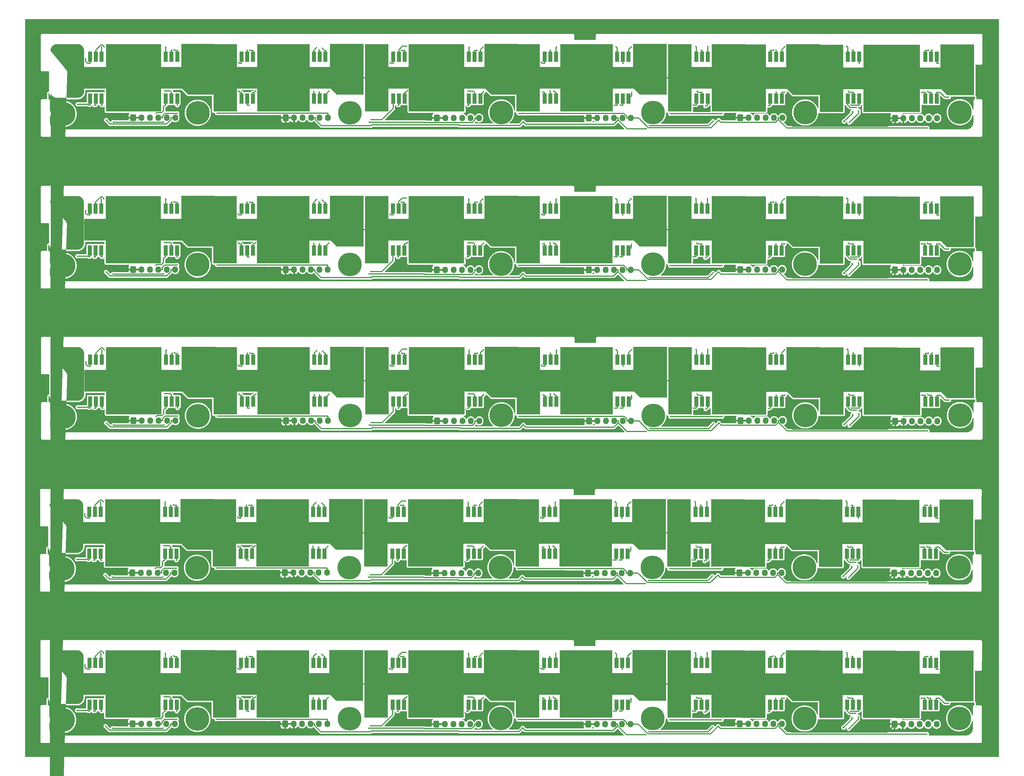
<source format=gbr>
%TF.GenerationSoftware,KiCad,Pcbnew,(6.0.6)*%
%TF.CreationDate,2022-10-08T16:47:07+05:30*%
%TF.ProjectId,RGB-3W-Light-Panel,5247422d-3357-42d4-9c69-6768742d5061,V1.1*%
%TF.SameCoordinates,Original*%
%TF.FileFunction,Copper,L1,Top*%
%TF.FilePolarity,Positive*%
%FSLAX46Y46*%
G04 Gerber Fmt 4.6, Leading zero omitted, Abs format (unit mm)*
G04 Created by KiCad (PCBNEW (6.0.6)) date 2022-10-08 16:47:07*
%MOMM*%
%LPD*%
G01*
G04 APERTURE LIST*
G04 Aperture macros list*
%AMRoundRect*
0 Rectangle with rounded corners*
0 $1 Rounding radius*
0 $2 $3 $4 $5 $6 $7 $8 $9 X,Y pos of 4 corners*
0 Add a 4 corners polygon primitive as box body*
4,1,4,$2,$3,$4,$5,$6,$7,$8,$9,$2,$3,0*
0 Add four circle primitives for the rounded corners*
1,1,$1+$1,$2,$3*
1,1,$1+$1,$4,$5*
1,1,$1+$1,$6,$7*
1,1,$1+$1,$8,$9*
0 Add four rect primitives between the rounded corners*
20,1,$1+$1,$2,$3,$4,$5,0*
20,1,$1+$1,$4,$5,$6,$7,0*
20,1,$1+$1,$6,$7,$8,$9,0*
20,1,$1+$1,$8,$9,$2,$3,0*%
%AMOutline4P*
0 Free polygon, 4 corners , with rotation*
0 The origin of the aperture is its center*
0 number of corners: always 4*
0 $1 to $8 corner X, Y*
0 $9 Rotation angle, in degrees counterclockwise*
0 create outline with 4 corners*
4,1,4,$1,$2,$3,$4,$5,$6,$7,$8,$1,$2,$9*%
%AMOutline5P*
0 Free polygon, 5 corners , with rotation*
0 The origin of the aperture is its center*
0 number of corners: always 5*
0 $1 to $10 corner X, Y*
0 $11 Rotation angle, in degrees counterclockwise*
0 create outline with 5 corners*
4,1,5,$1,$2,$3,$4,$5,$6,$7,$8,$9,$10,$1,$2,$11*%
%AMOutline6P*
0 Free polygon, 6 corners , with rotation*
0 The origin of the aperture is its center*
0 number of corners: always 6*
0 $1 to $12 corner X, Y*
0 $13 Rotation angle, in degrees counterclockwise*
0 create outline with 6 corners*
4,1,6,$1,$2,$3,$4,$5,$6,$7,$8,$9,$10,$11,$12,$1,$2,$13*%
%AMOutline7P*
0 Free polygon, 7 corners , with rotation*
0 The origin of the aperture is its center*
0 number of corners: always 7*
0 $1 to $14 corner X, Y*
0 $15 Rotation angle, in degrees counterclockwise*
0 create outline with 7 corners*
4,1,7,$1,$2,$3,$4,$5,$6,$7,$8,$9,$10,$11,$12,$13,$14,$1,$2,$15*%
%AMOutline8P*
0 Free polygon, 8 corners , with rotation*
0 The origin of the aperture is its center*
0 number of corners: always 8*
0 $1 to $16 corner X, Y*
0 $17 Rotation angle, in degrees counterclockwise*
0 create outline with 8 corners*
4,1,8,$1,$2,$3,$4,$5,$6,$7,$8,$9,$10,$11,$12,$13,$14,$15,$16,$1,$2,$17*%
%AMFreePoly0*
4,1,53,-5.000000,6.000000,-4.993835,6.156918,-4.951834,6.436286,-4.870888,6.706950,-4.752613,6.963507,-4.599369,7.200840,-4.414214,7.414214,-4.200840,7.599369,-3.963507,7.752613,-3.706950,7.870888,-3.436286,7.951834,-3.156918,7.993835,-3.000000,8.000000,3.000000,8.000000,3.156918,7.993835,3.436286,7.951834,3.706950,7.870888,3.963507,7.752613,4.200840,7.599369,4.414214,7.414214,
4.599369,7.200840,4.752613,6.963507,4.870888,6.706950,4.951834,6.436286,4.993835,6.156918,5.000000,6.000000,5.000000,-6.000000,4.993835,-6.156918,4.951834,-6.436286,4.870888,-6.706950,4.752613,-6.963507,4.599369,-7.200840,4.414214,-7.414214,4.200840,-7.599369,3.963507,-7.752613,3.706950,-7.870888,3.436286,-7.951834,3.156918,-7.993835,3.000000,-8.000000,-3.000000,-8.000000,
-3.156918,-7.993835,-3.436286,-7.951834,-3.706950,-7.870888,-3.963507,-7.752613,-4.200840,-7.599369,-4.414214,-7.414214,-4.599369,-7.200840,-4.752613,-6.963507,-4.870888,-6.706950,-4.951834,-6.436286,-4.993835,-6.156918,-5.000000,-6.000000,-5.000000,6.000000,-5.000000,6.000000,$1*%
G04 Aperture macros list end*
%TA.AperFunction,ComponentPad*%
%ADD10RoundRect,0.250000X-0.600000X-0.725000X0.600000X-0.725000X0.600000X0.725000X-0.600000X0.725000X0*%
%TD*%
%TA.AperFunction,ComponentPad*%
%ADD11O,1.700000X1.950000*%
%TD*%
%TA.AperFunction,ComponentPad*%
%ADD12C,0.800000*%
%TD*%
%TA.AperFunction,ComponentPad*%
%ADD13C,7.000000*%
%TD*%
%TA.AperFunction,HeatsinkPad*%
%ADD14Outline4P,-3.500000X3.250000X3.500000X3.250000X3.500000X-3.250000X-3.500000X-3.250000X0.000000*%
%TD*%
%TA.AperFunction,HeatsinkPad*%
%ADD15Outline4P,-3.500000X10.000000X3.500000X10.000000X3.500000X-10.000000X-3.500000X-10.000000X0.000000*%
%TD*%
%TA.AperFunction,HeatsinkPad*%
%ADD16Outline5P,-5.000000X7.500000X5.000000X7.500000X5.000000X-7.500000X-3.000000X-7.500000X-5.000000X-5.500000X0.000000*%
%TD*%
%TA.AperFunction,SMDPad,CuDef*%
%ADD17R,1.200000X3.100000*%
%TD*%
%TA.AperFunction,SMDPad,CuDef*%
%ADD18C,5.700000*%
%TD*%
%TA.AperFunction,HeatsinkPad*%
%ADD19FreePoly0,0.000000*%
%TD*%
%TA.AperFunction,HeatsinkPad*%
%ADD20Outline4P,-5.000000X10.000000X5.000000X10.000000X5.000000X-10.000000X-5.000000X-10.000000X0.000000*%
%TD*%
%TA.AperFunction,ViaPad*%
%ADD21C,0.450000*%
%TD*%
%TA.AperFunction,ViaPad*%
%ADD22C,0.600000*%
%TD*%
%TA.AperFunction,Conductor*%
%ADD23C,0.350000*%
%TD*%
%TA.AperFunction,Conductor*%
%ADD24C,0.200000*%
%TD*%
%TA.AperFunction,Conductor*%
%ADD25C,0.100000*%
%TD*%
%TA.AperFunction,Conductor*%
%ADD26C,0.400000*%
%TD*%
G04 APERTURE END LIST*
D10*
%TO.P,J7,1,1*%
%TO.N,GND*%
X182915000Y-268955000D03*
D11*
%TO.P,J7,2,2*%
X185415000Y-268955000D03*
%TO.P,J7,3,3*%
%TO.N,+5V*%
X187915000Y-268955000D03*
%TO.P,J7,4,4*%
%TO.N,R*%
X190415000Y-268955000D03*
%TO.P,J7,5,5*%
%TO.N,G*%
X192915000Y-268955000D03*
%TO.P,J7,6,6*%
%TO.N,B*%
X195415000Y-268955000D03*
%TD*%
D10*
%TO.P,J6,1,1*%
%TO.N,GND*%
X363175000Y-268955000D03*
D11*
%TO.P,J6,2,2*%
X365675000Y-268955000D03*
%TO.P,J6,3,3*%
%TO.N,+5V*%
X368175000Y-268955000D03*
%TO.P,J6,4,4*%
%TO.N,R*%
X370675000Y-268955000D03*
%TO.P,J6,5,5*%
%TO.N,G*%
X373175000Y-268955000D03*
%TO.P,J6,6,6*%
%TO.N,B*%
X375675000Y-268955000D03*
%TD*%
D12*
%TO.P,H8,1,1*%
%TO.N,unconnected-(H8-Pad1)*%
X160423845Y-269686155D03*
X164136155Y-265973845D03*
D13*
X162280000Y-267830000D03*
D12*
X160423845Y-265973845D03*
X162280000Y-265205000D03*
X164136155Y-269686155D03*
X159655000Y-267830000D03*
X164905000Y-267830000D03*
X162280000Y-270455000D03*
%TD*%
%TO.P,H3,1,1*%
%TO.N,unconnected-(H3-Pad1)*%
X335453845Y-269266155D03*
X337310000Y-270035000D03*
D13*
X337310000Y-267410000D03*
D12*
X337310000Y-264785000D03*
X339166155Y-269266155D03*
X339166155Y-265553845D03*
X339935000Y-267410000D03*
X335453845Y-265553845D03*
X334685000Y-267410000D03*
%TD*%
D14*
%TO.P,HS1,1*%
%TO.N,PAD*%
X419590000Y-257270000D03*
D15*
X413090000Y-257270000D03*
D16*
X427590000Y-254770000D03*
%TD*%
D14*
%TO.P,HS4,1*%
%TO.N,PAD*%
X373835000Y-257185000D03*
D16*
X381835000Y-254685000D03*
D15*
X367335000Y-257185000D03*
%TD*%
D12*
%TO.P,H7,1,1*%
%TO.N,unconnected-(H7-Pad1)*%
X199485000Y-267500000D03*
X203966155Y-265643845D03*
X202110000Y-270125000D03*
X200253845Y-265643845D03*
X204735000Y-267500000D03*
X202110000Y-264875000D03*
D13*
X202110000Y-267500000D03*
D12*
X203966155Y-269356155D03*
X200253845Y-269356155D03*
%TD*%
D17*
%TO.P,D12,1,RK*%
%TO.N,12_1*%
X418110000Y-263300000D03*
%TO.P,D12,2,GK*%
%TO.N,12_2*%
X419810000Y-263300000D03*
%TO.P,D12,3,BK*%
%TO.N,12_3*%
X421510000Y-263300000D03*
%TO.P,D12,4,BA*%
%TO.N,Net-(D12-Pad4)*%
X421510000Y-250860000D03*
%TO.P,D12,5,GA*%
%TO.N,Net-(D12-Pad5)*%
X419810000Y-250860000D03*
%TO.P,D12,6,RA*%
%TO.N,Net-(D12-Pad6)*%
X418110000Y-250860000D03*
D18*
%TO.P,D12,7,PAD*%
%TO.N,PAD*%
X419810000Y-257080000D03*
%TD*%
D14*
%TO.P,HS12,1*%
%TO.N,PAD*%
X171835000Y-257105000D03*
D19*
X163335000Y-255105000D03*
D20*
X179835000Y-257105000D03*
%TD*%
D17*
%TO.P,D8,1,RK*%
%TO.N,8_1*%
X236610000Y-263300000D03*
%TO.P,D8,2,GK*%
%TO.N,8_2*%
X238310000Y-263300000D03*
%TO.P,D8,3,BK*%
%TO.N,8_3*%
X240010000Y-263300000D03*
%TO.P,D8,4,BA*%
%TO.N,Net-(D8-Pad4)*%
X240010000Y-250860000D03*
%TO.P,D8,5,GA*%
%TO.N,Net-(D8-Pad5)*%
X238310000Y-250860000D03*
%TO.P,D8,6,RA*%
%TO.N,Net-(D8-Pad6)*%
X236610000Y-250860000D03*
D18*
%TO.P,D8,7,PAD*%
%TO.N,PAD*%
X238310000Y-257080000D03*
%TD*%
D17*
%TO.P,D3,1,RK*%
%TO.N,3_1*%
X326610000Y-263300000D03*
%TO.P,D3,2,GK*%
%TO.N,3_2*%
X328310000Y-263300000D03*
%TO.P,D3,3,BK*%
%TO.N,3_3*%
X330010000Y-263300000D03*
%TO.P,D3,4,BA*%
%TO.N,Net-(D3-Pad4)*%
X330010000Y-250860000D03*
%TO.P,D3,5,GA*%
%TO.N,Net-(D3-Pad5)*%
X328310000Y-250860000D03*
%TO.P,D3,6,RA*%
%TO.N,Net-(D3-Pad6)*%
X326610000Y-250860000D03*
D18*
%TO.P,D3,7,PAD*%
%TO.N,PAD*%
X328310000Y-257080000D03*
%TD*%
D17*
%TO.P,D9,1,RK*%
%TO.N,9_1*%
X215110000Y-263300000D03*
%TO.P,D9,2,GK*%
%TO.N,9_2*%
X216810000Y-263300000D03*
%TO.P,D9,3,BK*%
%TO.N,9_3*%
X218510000Y-263300000D03*
%TO.P,D9,4,BA*%
%TO.N,Net-(D9-Pad4)*%
X218510000Y-250860000D03*
%TO.P,D9,5,GA*%
%TO.N,Net-(D9-Pad5)*%
X216810000Y-250860000D03*
%TO.P,D9,6,RA*%
%TO.N,Net-(D9-Pad6)*%
X215110000Y-250860000D03*
D18*
%TO.P,D9,7,PAD*%
%TO.N,PAD*%
X216810000Y-257080000D03*
%TD*%
D14*
%TO.P,HS11,1*%
%TO.N,PAD*%
X194235000Y-257105000D03*
D15*
X187735000Y-257105000D03*
D16*
X202235000Y-254605000D03*
%TD*%
D12*
%TO.P,H5,1,1*%
%TO.N,unconnected-(H5-Pad1)*%
X290353845Y-269256155D03*
X294066155Y-269256155D03*
X289585000Y-267400000D03*
X292210000Y-264775000D03*
X294066155Y-265543845D03*
X294835000Y-267400000D03*
X290353845Y-265543845D03*
X292210000Y-270025000D03*
D13*
X292210000Y-267400000D03*
%TD*%
D17*
%TO.P,D6,1,RK*%
%TO.N,6_1*%
X395110000Y-263300000D03*
%TO.P,D6,2,GK*%
%TO.N,6_2*%
X396810000Y-263300000D03*
%TO.P,D6,3,BK*%
%TO.N,6_3*%
X398510000Y-263300000D03*
%TO.P,D6,4,BA*%
%TO.N,Net-(D6-Pad4)*%
X398510000Y-250860000D03*
%TO.P,D6,5,GA*%
%TO.N,Net-(D6-Pad5)*%
X396810000Y-250860000D03*
%TO.P,D6,6,RA*%
%TO.N,Net-(D6-Pad6)*%
X395110000Y-250860000D03*
D18*
%TO.P,D6,7,PAD*%
%TO.N,PAD*%
X396810000Y-257080000D03*
%TD*%
D17*
%TO.P,D10,1,RK*%
%TO.N,10_1*%
X192610000Y-263300000D03*
%TO.P,D10,2,GK*%
%TO.N,10_2*%
X194310000Y-263300000D03*
%TO.P,D10,3,BK*%
%TO.N,10_3*%
X196010000Y-263300000D03*
%TO.P,D10,4,BA*%
%TO.N,Net-(D10-Pad4)*%
X196010000Y-250860000D03*
%TO.P,D10,5,GA*%
%TO.N,Net-(D10-Pad5)*%
X194310000Y-250860000D03*
%TO.P,D10,6,RA*%
%TO.N,Net-(D10-Pad6)*%
X192610000Y-250860000D03*
D18*
%TO.P,D10,7,PAD*%
%TO.N,PAD*%
X194310000Y-257080000D03*
%TD*%
D14*
%TO.P,HS7,1*%
%TO.N,PAD*%
X284235000Y-257105000D03*
D16*
X292235000Y-254605000D03*
D15*
X277735000Y-257105000D03*
%TD*%
%TO.P,HS2,1*%
%TO.N,PAD*%
X390275000Y-257235000D03*
D20*
X404775000Y-257235000D03*
D14*
X396775000Y-257235000D03*
%TD*%
D17*
%TO.P,D2,1,RK*%
%TO.N,2_1*%
X305110000Y-263300000D03*
%TO.P,D2,2,GK*%
%TO.N,2_2*%
X306810000Y-263300000D03*
%TO.P,D2,3,BK*%
%TO.N,2_3*%
X308510000Y-263300000D03*
%TO.P,D2,4,BA*%
%TO.N,Net-(D2-Pad4)*%
X308510000Y-250860000D03*
%TO.P,D2,5,GA*%
%TO.N,Net-(D2-Pad5)*%
X306810000Y-250860000D03*
%TO.P,D2,6,RA*%
%TO.N,Net-(D2-Pad6)*%
X305110000Y-250860000D03*
D18*
%TO.P,D2,7,PAD*%
%TO.N,PAD*%
X306810000Y-257080000D03*
%TD*%
D20*
%TO.P,HS8,1*%
%TO.N,PAD*%
X269735000Y-257105000D03*
D14*
X261735000Y-257105000D03*
D15*
X255235000Y-257105000D03*
%TD*%
%TO.P,HS3,1*%
%TO.N,PAD*%
X345235000Y-257135000D03*
D14*
X351735000Y-257135000D03*
D20*
X359735000Y-257135000D03*
%TD*%
D12*
%TO.P,H2,1,1*%
%TO.N,unconnected-(H2-Pad1)*%
X384306155Y-269266155D03*
X384306155Y-265553845D03*
X385075000Y-267410000D03*
X379825000Y-267410000D03*
D13*
X382450000Y-267410000D03*
D12*
X380593845Y-265553845D03*
X382450000Y-270035000D03*
X380593845Y-269266155D03*
X382450000Y-264785000D03*
%TD*%
D17*
%TO.P,D11,1,RK*%
%TO.N,11_1*%
X170110000Y-263300000D03*
%TO.P,D11,2,GK*%
%TO.N,11_2*%
X171810000Y-263300000D03*
%TO.P,D11,3,BK*%
%TO.N,11_3*%
X173510000Y-263300000D03*
%TO.P,D11,4,BA*%
%TO.N,Net-(D11-Pad4)*%
X173510000Y-250860000D03*
%TO.P,D11,5,GA*%
%TO.N,Net-(D11-Pad5)*%
X171810000Y-250860000D03*
%TO.P,D11,6,RA*%
%TO.N,Net-(D11-Pad6)*%
X170110000Y-250860000D03*
D18*
%TO.P,D11,7,PAD*%
%TO.N,PAD*%
X171810000Y-257080000D03*
%TD*%
D17*
%TO.P,D5,1,RK*%
%TO.N,5_1*%
X372110000Y-263300000D03*
%TO.P,D5,2,GK*%
%TO.N,5_2*%
X373810000Y-263300000D03*
%TO.P,D5,3,BK*%
%TO.N,5_3*%
X375510000Y-263300000D03*
%TO.P,D5,4,BA*%
%TO.N,Net-(D5-Pad4)*%
X375510000Y-250860000D03*
%TO.P,D5,5,GA*%
%TO.N,Net-(D5-Pad5)*%
X373810000Y-250860000D03*
%TO.P,D5,6,RA*%
%TO.N,Net-(D5-Pad6)*%
X372110000Y-250860000D03*
D18*
%TO.P,D5,7,PAD*%
%TO.N,PAD*%
X373810000Y-257080000D03*
%TD*%
D12*
%TO.P,H6,1,1*%
%TO.N,unconnected-(H6-Pad1)*%
X249935000Y-267480000D03*
X247310000Y-264855000D03*
X249166155Y-265623845D03*
X245453845Y-269336155D03*
X247310000Y-270105000D03*
X249166155Y-269336155D03*
D13*
X247310000Y-267480000D03*
D12*
X245453845Y-265623845D03*
X244685000Y-267480000D03*
%TD*%
D10*
%TO.P,J4,1,1*%
%TO.N,GND*%
X228215000Y-268945000D03*
D11*
%TO.P,J4,2,2*%
X230715000Y-268945000D03*
%TO.P,J4,3,3*%
%TO.N,+5V*%
X233215000Y-268945000D03*
%TO.P,J4,4,4*%
%TO.N,R*%
X235715000Y-268945000D03*
%TO.P,J4,5,5*%
%TO.N,G*%
X238215000Y-268945000D03*
%TO.P,J4,6,6*%
%TO.N,B*%
X240715000Y-268945000D03*
%TD*%
D10*
%TO.P,J1,1,1*%
%TO.N,GND*%
X409125000Y-269095000D03*
D11*
%TO.P,J1,2,2*%
X411625000Y-269095000D03*
%TO.P,J1,3,3*%
%TO.N,+5V*%
X414125000Y-269095000D03*
%TO.P,J1,4,4*%
%TO.N,R*%
X416625000Y-269095000D03*
%TO.P,J1,5,5*%
%TO.N,G*%
X419125000Y-269095000D03*
%TO.P,J1,6,6*%
%TO.N,B*%
X421625000Y-269095000D03*
%TD*%
D15*
%TO.P,HS9,1*%
%TO.N,PAD*%
X231835000Y-257105000D03*
D14*
X238335000Y-257105000D03*
D16*
X246335000Y-254605000D03*
%TD*%
D10*
%TO.P,J3,1,1*%
%TO.N,GND*%
X273027900Y-224165650D03*
D11*
%TO.P,J3,2,2*%
X275527900Y-224165650D03*
%TO.P,J3,3,3*%
%TO.N,+5V*%
X278027900Y-224165650D03*
%TO.P,J3,4,4*%
%TO.N,R*%
X280527900Y-224165650D03*
%TO.P,J3,5,5*%
%TO.N,G*%
X283027900Y-224165650D03*
%TO.P,J3,6,6*%
%TO.N,B*%
X285527900Y-224165650D03*
%TD*%
D12*
%TO.P,H1,1,1*%
%TO.N,unconnected-(H1-Pad1)*%
X430129055Y-224296805D03*
X430129055Y-220584495D03*
X425647900Y-222440650D03*
X428272900Y-219815650D03*
X428272900Y-225065650D03*
X426416745Y-220584495D03*
D13*
X428272900Y-222440650D03*
D12*
X426416745Y-224296805D03*
X430897900Y-222440650D03*
%TD*%
D10*
%TO.P,J2,1,1*%
%TO.N,GND*%
X318122900Y-224190650D03*
D11*
%TO.P,J2,2,2*%
X320622900Y-224190650D03*
%TO.P,J2,3,3*%
%TO.N,+5V*%
X323122900Y-224190650D03*
%TO.P,J2,4,4*%
%TO.N,R*%
X325622900Y-224190650D03*
%TO.P,J2,5,5*%
%TO.N,G*%
X328122900Y-224190650D03*
%TO.P,J2,6,6*%
%TO.N,B*%
X330622900Y-224190650D03*
%TD*%
D17*
%TO.P,D7,1,RK*%
%TO.N,7_1*%
X260022900Y-218410650D03*
%TO.P,D7,2,GK*%
%TO.N,7_2*%
X261722900Y-218410650D03*
%TO.P,D7,3,BK*%
%TO.N,7_3*%
X263422900Y-218410650D03*
%TO.P,D7,4,BA*%
%TO.N,Net-(D7-Pad4)*%
X263422900Y-205970650D03*
%TO.P,D7,5,GA*%
%TO.N,Net-(D7-Pad5)*%
X261722900Y-205970650D03*
%TO.P,D7,6,RA*%
%TO.N,Net-(D7-Pad6)*%
X260022900Y-205970650D03*
D18*
%TO.P,D7,7,PAD*%
%TO.N,PAD*%
X261722900Y-212190650D03*
%TD*%
D14*
%TO.P,HS5,1*%
%TO.N,PAD*%
X328247900Y-212215650D03*
D16*
X336247900Y-209715650D03*
D15*
X321747900Y-212215650D03*
%TD*%
D17*
%TO.P,D1,1,RK*%
%TO.N,1_1*%
X282522900Y-218410650D03*
%TO.P,D1,2,GK*%
%TO.N,1_2*%
X284222900Y-218410650D03*
%TO.P,D1,3,BK*%
%TO.N,1_3*%
X285922900Y-218410650D03*
%TO.P,D1,4,BA*%
%TO.N,Net-(D1-Pad4)*%
X285922900Y-205970650D03*
%TO.P,D1,5,GA*%
%TO.N,Net-(D1-Pad5)*%
X284222900Y-205970650D03*
%TO.P,D1,6,RA*%
%TO.N,Net-(D1-Pad6)*%
X282522900Y-205970650D03*
D18*
%TO.P,D1,7,PAD*%
%TO.N,PAD*%
X284222900Y-212190650D03*
%TD*%
D20*
%TO.P,HS6,1*%
%TO.N,PAD*%
X314622900Y-212215650D03*
D14*
X306622900Y-212215650D03*
D15*
X300122900Y-212215650D03*
%TD*%
D17*
%TO.P,D4,1,RK*%
%TO.N,4_1*%
X350022900Y-218410650D03*
%TO.P,D4,2,GK*%
%TO.N,4_2*%
X351722900Y-218410650D03*
%TO.P,D4,3,BK*%
%TO.N,4_3*%
X353422900Y-218410650D03*
%TO.P,D4,4,BA*%
%TO.N,Net-(D4-Pad4)*%
X353422900Y-205970650D03*
%TO.P,D4,5,GA*%
%TO.N,Net-(D4-Pad5)*%
X351722900Y-205970650D03*
%TO.P,D4,6,RA*%
%TO.N,Net-(D4-Pad6)*%
X350022900Y-205970650D03*
D18*
%TO.P,D4,7,PAD*%
%TO.N,PAD*%
X351722900Y-212190650D03*
%TD*%
D20*
%TO.P,HS10,1*%
%TO.N,PAD*%
X224647900Y-212215650D03*
D14*
X216647900Y-212215650D03*
D15*
X210147900Y-212215650D03*
%TD*%
%TO.P,HS9,1*%
%TO.N,PAD*%
X231747900Y-212215650D03*
D14*
X238247900Y-212215650D03*
D16*
X246247900Y-209715650D03*
%TD*%
D12*
%TO.P,H5,1,1*%
%TO.N,unconnected-(H5-Pad1)*%
X290266745Y-224366805D03*
X293979055Y-224366805D03*
X289497900Y-222510650D03*
X292122900Y-219885650D03*
X293979055Y-220654495D03*
X294747900Y-222510650D03*
X290266745Y-220654495D03*
X292122900Y-225135650D03*
D13*
X292122900Y-222510650D03*
%TD*%
D15*
%TO.P,HS2,1*%
%TO.N,PAD*%
X390187900Y-212345650D03*
D20*
X404687900Y-212345650D03*
D14*
X396687900Y-212345650D03*
%TD*%
D17*
%TO.P,D9,1,RK*%
%TO.N,9_1*%
X215022900Y-218410650D03*
%TO.P,D9,2,GK*%
%TO.N,9_2*%
X216722900Y-218410650D03*
%TO.P,D9,3,BK*%
%TO.N,9_3*%
X218422900Y-218410650D03*
%TO.P,D9,4,BA*%
%TO.N,Net-(D9-Pad4)*%
X218422900Y-205970650D03*
%TO.P,D9,5,GA*%
%TO.N,Net-(D9-Pad5)*%
X216722900Y-205970650D03*
%TO.P,D9,6,RA*%
%TO.N,Net-(D9-Pad6)*%
X215022900Y-205970650D03*
D18*
%TO.P,D9,7,PAD*%
%TO.N,PAD*%
X216722900Y-212190650D03*
%TD*%
D12*
%TO.P,H7,1,1*%
%TO.N,unconnected-(H7-Pad1)*%
X199397900Y-222610650D03*
X203879055Y-220754495D03*
X202022900Y-225235650D03*
X200166745Y-220754495D03*
X204647900Y-222610650D03*
X202022900Y-219985650D03*
D13*
X202022900Y-222610650D03*
D12*
X203879055Y-224466805D03*
X200166745Y-224466805D03*
%TD*%
D17*
%TO.P,D3,1,RK*%
%TO.N,3_1*%
X326522900Y-218410650D03*
%TO.P,D3,2,GK*%
%TO.N,3_2*%
X328222900Y-218410650D03*
%TO.P,D3,3,BK*%
%TO.N,3_3*%
X329922900Y-218410650D03*
%TO.P,D3,4,BA*%
%TO.N,Net-(D3-Pad4)*%
X329922900Y-205970650D03*
%TO.P,D3,5,GA*%
%TO.N,Net-(D3-Pad5)*%
X328222900Y-205970650D03*
%TO.P,D3,6,RA*%
%TO.N,Net-(D3-Pad6)*%
X326522900Y-205970650D03*
D18*
%TO.P,D3,7,PAD*%
%TO.N,PAD*%
X328222900Y-212190650D03*
%TD*%
D17*
%TO.P,D12,1,RK*%
%TO.N,12_1*%
X418022900Y-218410650D03*
%TO.P,D12,2,GK*%
%TO.N,12_2*%
X419722900Y-218410650D03*
%TO.P,D12,3,BK*%
%TO.N,12_3*%
X421422900Y-218410650D03*
%TO.P,D12,4,BA*%
%TO.N,Net-(D12-Pad4)*%
X421422900Y-205970650D03*
%TO.P,D12,5,GA*%
%TO.N,Net-(D12-Pad5)*%
X419722900Y-205970650D03*
%TO.P,D12,6,RA*%
%TO.N,Net-(D12-Pad6)*%
X418022900Y-205970650D03*
D18*
%TO.P,D12,7,PAD*%
%TO.N,PAD*%
X419722900Y-212190650D03*
%TD*%
D17*
%TO.P,D6,1,RK*%
%TO.N,6_1*%
X395022900Y-218410650D03*
%TO.P,D6,2,GK*%
%TO.N,6_2*%
X396722900Y-218410650D03*
%TO.P,D6,3,BK*%
%TO.N,6_3*%
X398422900Y-218410650D03*
%TO.P,D6,4,BA*%
%TO.N,Net-(D6-Pad4)*%
X398422900Y-205970650D03*
%TO.P,D6,5,GA*%
%TO.N,Net-(D6-Pad5)*%
X396722900Y-205970650D03*
%TO.P,D6,6,RA*%
%TO.N,Net-(D6-Pad6)*%
X395022900Y-205970650D03*
D18*
%TO.P,D6,7,PAD*%
%TO.N,PAD*%
X396722900Y-212190650D03*
%TD*%
D17*
%TO.P,D8,1,RK*%
%TO.N,8_1*%
X236522900Y-218410650D03*
%TO.P,D8,2,GK*%
%TO.N,8_2*%
X238222900Y-218410650D03*
%TO.P,D8,3,BK*%
%TO.N,8_3*%
X239922900Y-218410650D03*
%TO.P,D8,4,BA*%
%TO.N,Net-(D8-Pad4)*%
X239922900Y-205970650D03*
%TO.P,D8,5,GA*%
%TO.N,Net-(D8-Pad5)*%
X238222900Y-205970650D03*
%TO.P,D8,6,RA*%
%TO.N,Net-(D8-Pad6)*%
X236522900Y-205970650D03*
D18*
%TO.P,D8,7,PAD*%
%TO.N,PAD*%
X238222900Y-212190650D03*
%TD*%
D14*
%TO.P,HS11,1*%
%TO.N,PAD*%
X194147900Y-212215650D03*
D15*
X187647900Y-212215650D03*
D16*
X202147900Y-209715650D03*
%TD*%
D14*
%TO.P,HS12,1*%
%TO.N,PAD*%
X171747900Y-212215650D03*
D19*
X163247900Y-210215650D03*
D20*
X179747900Y-212215650D03*
%TD*%
%TO.P,HS8,1*%
%TO.N,PAD*%
X269647900Y-212215650D03*
D14*
X261647900Y-212215650D03*
D15*
X255147900Y-212215650D03*
%TD*%
D17*
%TO.P,D5,1,RK*%
%TO.N,5_1*%
X372022900Y-218410650D03*
%TO.P,D5,2,GK*%
%TO.N,5_2*%
X373722900Y-218410650D03*
%TO.P,D5,3,BK*%
%TO.N,5_3*%
X375422900Y-218410650D03*
%TO.P,D5,4,BA*%
%TO.N,Net-(D5-Pad4)*%
X375422900Y-205970650D03*
%TO.P,D5,5,GA*%
%TO.N,Net-(D5-Pad5)*%
X373722900Y-205970650D03*
%TO.P,D5,6,RA*%
%TO.N,Net-(D5-Pad6)*%
X372022900Y-205970650D03*
D18*
%TO.P,D5,7,PAD*%
%TO.N,PAD*%
X373722900Y-212190650D03*
%TD*%
D12*
%TO.P,H2,1,1*%
%TO.N,unconnected-(H2-Pad1)*%
X384219055Y-224376805D03*
X384219055Y-220664495D03*
X384987900Y-222520650D03*
X379737900Y-222520650D03*
D13*
X382362900Y-222520650D03*
D12*
X380506745Y-220664495D03*
X382362900Y-225145650D03*
X380506745Y-224376805D03*
X382362900Y-219895650D03*
%TD*%
D17*
%TO.P,D11,1,RK*%
%TO.N,11_1*%
X170022900Y-218410650D03*
%TO.P,D11,2,GK*%
%TO.N,11_2*%
X171722900Y-218410650D03*
%TO.P,D11,3,BK*%
%TO.N,11_3*%
X173422900Y-218410650D03*
%TO.P,D11,4,BA*%
%TO.N,Net-(D11-Pad4)*%
X173422900Y-205970650D03*
%TO.P,D11,5,GA*%
%TO.N,Net-(D11-Pad5)*%
X171722900Y-205970650D03*
%TO.P,D11,6,RA*%
%TO.N,Net-(D11-Pad6)*%
X170022900Y-205970650D03*
D18*
%TO.P,D11,7,PAD*%
%TO.N,PAD*%
X171722900Y-212190650D03*
%TD*%
D15*
%TO.P,HS3,1*%
%TO.N,PAD*%
X345147900Y-212245650D03*
D14*
X351647900Y-212245650D03*
D20*
X359647900Y-212245650D03*
%TD*%
D12*
%TO.P,H6,1,1*%
%TO.N,unconnected-(H6-Pad1)*%
X249847900Y-222590650D03*
X247222900Y-219965650D03*
X249079055Y-220734495D03*
X245366745Y-224446805D03*
X247222900Y-225215650D03*
X249079055Y-224446805D03*
D13*
X247222900Y-222590650D03*
D12*
X245366745Y-220734495D03*
X244597900Y-222590650D03*
%TD*%
D17*
%TO.P,D10,1,RK*%
%TO.N,10_1*%
X192522900Y-218410650D03*
%TO.P,D10,2,GK*%
%TO.N,10_2*%
X194222900Y-218410650D03*
%TO.P,D10,3,BK*%
%TO.N,10_3*%
X195922900Y-218410650D03*
%TO.P,D10,4,BA*%
%TO.N,Net-(D10-Pad4)*%
X195922900Y-205970650D03*
%TO.P,D10,5,GA*%
%TO.N,Net-(D10-Pad5)*%
X194222900Y-205970650D03*
%TO.P,D10,6,RA*%
%TO.N,Net-(D10-Pad6)*%
X192522900Y-205970650D03*
D18*
%TO.P,D10,7,PAD*%
%TO.N,PAD*%
X194222900Y-212190650D03*
%TD*%
D17*
%TO.P,D2,1,RK*%
%TO.N,2_1*%
X305022900Y-218410650D03*
%TO.P,D2,2,GK*%
%TO.N,2_2*%
X306722900Y-218410650D03*
%TO.P,D2,3,BK*%
%TO.N,2_3*%
X308422900Y-218410650D03*
%TO.P,D2,4,BA*%
%TO.N,Net-(D2-Pad4)*%
X308422900Y-205970650D03*
%TO.P,D2,5,GA*%
%TO.N,Net-(D2-Pad5)*%
X306722900Y-205970650D03*
%TO.P,D2,6,RA*%
%TO.N,Net-(D2-Pad6)*%
X305022900Y-205970650D03*
D18*
%TO.P,D2,7,PAD*%
%TO.N,PAD*%
X306722900Y-212190650D03*
%TD*%
D10*
%TO.P,J1,1,1*%
%TO.N,GND*%
X409037900Y-224205650D03*
D11*
%TO.P,J1,2,2*%
X411537900Y-224205650D03*
%TO.P,J1,3,3*%
%TO.N,+5V*%
X414037900Y-224205650D03*
%TO.P,J1,4,4*%
%TO.N,R*%
X416537900Y-224205650D03*
%TO.P,J1,5,5*%
%TO.N,G*%
X419037900Y-224205650D03*
%TO.P,J1,6,6*%
%TO.N,B*%
X421537900Y-224205650D03*
%TD*%
D14*
%TO.P,HS7,1*%
%TO.N,PAD*%
X284147900Y-212215650D03*
D16*
X292147900Y-209715650D03*
D15*
X277647900Y-212215650D03*
%TD*%
D10*
%TO.P,J4,1,1*%
%TO.N,GND*%
X228127900Y-224055650D03*
D11*
%TO.P,J4,2,2*%
X230627900Y-224055650D03*
%TO.P,J4,3,3*%
%TO.N,+5V*%
X233127900Y-224055650D03*
%TO.P,J4,4,4*%
%TO.N,R*%
X235627900Y-224055650D03*
%TO.P,J4,5,5*%
%TO.N,G*%
X238127900Y-224055650D03*
%TO.P,J4,6,6*%
%TO.N,B*%
X240627900Y-224055650D03*
%TD*%
D12*
%TO.P,H8,1,1*%
%TO.N,unconnected-(H8-Pad1)*%
X160336745Y-224796805D03*
X164049055Y-221084495D03*
D13*
X162192900Y-222940650D03*
D12*
X160336745Y-221084495D03*
X162192900Y-220315650D03*
X164049055Y-224796805D03*
X159567900Y-222940650D03*
X164817900Y-222940650D03*
X162192900Y-225565650D03*
%TD*%
D14*
%TO.P,HS1,1*%
%TO.N,PAD*%
X419502900Y-212380650D03*
D15*
X413002900Y-212380650D03*
D16*
X427502900Y-209880650D03*
%TD*%
D12*
%TO.P,H3,1,1*%
%TO.N,unconnected-(H3-Pad1)*%
X335366745Y-224376805D03*
X337222900Y-225145650D03*
D13*
X337222900Y-222520650D03*
D12*
X337222900Y-219895650D03*
X339079055Y-224376805D03*
X339079055Y-220664495D03*
X339847900Y-222520650D03*
X335366745Y-220664495D03*
X334597900Y-222520650D03*
%TD*%
D14*
%TO.P,HS4,1*%
%TO.N,PAD*%
X373747900Y-212295650D03*
D16*
X381747900Y-209795650D03*
D15*
X367247900Y-212295650D03*
%TD*%
D10*
%TO.P,J7,1,1*%
%TO.N,GND*%
X182827900Y-224065650D03*
D11*
%TO.P,J7,2,2*%
X185327900Y-224065650D03*
%TO.P,J7,3,3*%
%TO.N,+5V*%
X187827900Y-224065650D03*
%TO.P,J7,4,4*%
%TO.N,R*%
X190327900Y-224065650D03*
%TO.P,J7,5,5*%
%TO.N,G*%
X192827900Y-224065650D03*
%TO.P,J7,6,6*%
%TO.N,B*%
X195327900Y-224065650D03*
%TD*%
D10*
%TO.P,J6,1,1*%
%TO.N,GND*%
X363087900Y-224065650D03*
D11*
%TO.P,J6,2,2*%
X365587900Y-224065650D03*
%TO.P,J6,3,3*%
%TO.N,+5V*%
X368087900Y-224065650D03*
%TO.P,J6,4,4*%
%TO.N,R*%
X370587900Y-224065650D03*
%TO.P,J6,5,5*%
%TO.N,G*%
X373087900Y-224065650D03*
%TO.P,J6,6,6*%
%TO.N,B*%
X375587900Y-224065650D03*
%TD*%
D10*
%TO.P,J3,1,1*%
%TO.N,GND*%
X273115000Y-269055000D03*
D11*
%TO.P,J3,2,2*%
X275615000Y-269055000D03*
%TO.P,J3,3,3*%
%TO.N,+5V*%
X278115000Y-269055000D03*
%TO.P,J3,4,4*%
%TO.N,R*%
X280615000Y-269055000D03*
%TO.P,J3,5,5*%
%TO.N,G*%
X283115000Y-269055000D03*
%TO.P,J3,6,6*%
%TO.N,B*%
X285615000Y-269055000D03*
%TD*%
D12*
%TO.P,H1,1,1*%
%TO.N,unconnected-(H1-Pad1)*%
X430216155Y-269186155D03*
X430216155Y-265473845D03*
X425735000Y-267330000D03*
X428360000Y-264705000D03*
X428360000Y-269955000D03*
X426503845Y-265473845D03*
D13*
X428360000Y-267330000D03*
D12*
X426503845Y-269186155D03*
X430985000Y-267330000D03*
%TD*%
D17*
%TO.P,D7,1,RK*%
%TO.N,7_1*%
X260110000Y-263300000D03*
%TO.P,D7,2,GK*%
%TO.N,7_2*%
X261810000Y-263300000D03*
%TO.P,D7,3,BK*%
%TO.N,7_3*%
X263510000Y-263300000D03*
%TO.P,D7,4,BA*%
%TO.N,Net-(D7-Pad4)*%
X263510000Y-250860000D03*
%TO.P,D7,5,GA*%
%TO.N,Net-(D7-Pad5)*%
X261810000Y-250860000D03*
%TO.P,D7,6,RA*%
%TO.N,Net-(D7-Pad6)*%
X260110000Y-250860000D03*
D18*
%TO.P,D7,7,PAD*%
%TO.N,PAD*%
X261810000Y-257080000D03*
%TD*%
D17*
%TO.P,D1,1,RK*%
%TO.N,1_1*%
X282610000Y-263300000D03*
%TO.P,D1,2,GK*%
%TO.N,1_2*%
X284310000Y-263300000D03*
%TO.P,D1,3,BK*%
%TO.N,1_3*%
X286010000Y-263300000D03*
%TO.P,D1,4,BA*%
%TO.N,Net-(D1-Pad4)*%
X286010000Y-250860000D03*
%TO.P,D1,5,GA*%
%TO.N,Net-(D1-Pad5)*%
X284310000Y-250860000D03*
%TO.P,D1,6,RA*%
%TO.N,Net-(D1-Pad6)*%
X282610000Y-250860000D03*
D18*
%TO.P,D1,7,PAD*%
%TO.N,PAD*%
X284310000Y-257080000D03*
%TD*%
D20*
%TO.P,HS10,1*%
%TO.N,PAD*%
X224735000Y-257105000D03*
D14*
X216735000Y-257105000D03*
D15*
X210235000Y-257105000D03*
%TD*%
D17*
%TO.P,D4,1,RK*%
%TO.N,4_1*%
X350110000Y-263300000D03*
%TO.P,D4,2,GK*%
%TO.N,4_2*%
X351810000Y-263300000D03*
%TO.P,D4,3,BK*%
%TO.N,4_3*%
X353510000Y-263300000D03*
%TO.P,D4,4,BA*%
%TO.N,Net-(D4-Pad4)*%
X353510000Y-250860000D03*
%TO.P,D4,5,GA*%
%TO.N,Net-(D4-Pad5)*%
X351810000Y-250860000D03*
%TO.P,D4,6,RA*%
%TO.N,Net-(D4-Pad6)*%
X350110000Y-250860000D03*
D18*
%TO.P,D4,7,PAD*%
%TO.N,PAD*%
X351810000Y-257080000D03*
%TD*%
D10*
%TO.P,J2,1,1*%
%TO.N,GND*%
X318210000Y-269080000D03*
D11*
%TO.P,J2,2,2*%
X320710000Y-269080000D03*
%TO.P,J2,3,3*%
%TO.N,+5V*%
X323210000Y-269080000D03*
%TO.P,J2,4,4*%
%TO.N,R*%
X325710000Y-269080000D03*
%TO.P,J2,5,5*%
%TO.N,G*%
X328210000Y-269080000D03*
%TO.P,J2,6,6*%
%TO.N,B*%
X330710000Y-269080000D03*
%TD*%
D14*
%TO.P,HS5,1*%
%TO.N,PAD*%
X328335000Y-257105000D03*
D16*
X336335000Y-254605000D03*
D15*
X321835000Y-257105000D03*
%TD*%
D20*
%TO.P,HS6,1*%
%TO.N,PAD*%
X314710000Y-257105000D03*
D14*
X306710000Y-257105000D03*
D15*
X300210000Y-257105000D03*
%TD*%
D10*
%TO.P,J3,1,1*%
%TO.N,GND*%
X273325000Y-178982450D03*
D11*
%TO.P,J3,2,2*%
X275825000Y-178982450D03*
%TO.P,J3,3,3*%
%TO.N,+5V*%
X278325000Y-178982450D03*
%TO.P,J3,4,4*%
%TO.N,R*%
X280825000Y-178982450D03*
%TO.P,J3,5,5*%
%TO.N,G*%
X283325000Y-178982450D03*
%TO.P,J3,6,6*%
%TO.N,B*%
X285825000Y-178982450D03*
%TD*%
D12*
%TO.P,H1,1,1*%
%TO.N,unconnected-(H1-Pad1)*%
X430426155Y-179113605D03*
X430426155Y-175401295D03*
X425945000Y-177257450D03*
X428570000Y-174632450D03*
X428570000Y-179882450D03*
X426713845Y-175401295D03*
D13*
X428570000Y-177257450D03*
D12*
X426713845Y-179113605D03*
X431195000Y-177257450D03*
%TD*%
D10*
%TO.P,J2,1,1*%
%TO.N,GND*%
X318420000Y-179007450D03*
D11*
%TO.P,J2,2,2*%
X320920000Y-179007450D03*
%TO.P,J2,3,3*%
%TO.N,+5V*%
X323420000Y-179007450D03*
%TO.P,J2,4,4*%
%TO.N,R*%
X325920000Y-179007450D03*
%TO.P,J2,5,5*%
%TO.N,G*%
X328420000Y-179007450D03*
%TO.P,J2,6,6*%
%TO.N,B*%
X330920000Y-179007450D03*
%TD*%
D14*
%TO.P,HS5,1*%
%TO.N,PAD*%
X328545000Y-167032450D03*
D16*
X336545000Y-164532450D03*
D15*
X322045000Y-167032450D03*
%TD*%
D17*
%TO.P,D1,1,RK*%
%TO.N,1_1*%
X282820000Y-173227450D03*
%TO.P,D1,2,GK*%
%TO.N,1_2*%
X284520000Y-173227450D03*
%TO.P,D1,3,BK*%
%TO.N,1_3*%
X286220000Y-173227450D03*
%TO.P,D1,4,BA*%
%TO.N,Net-(D1-Pad4)*%
X286220000Y-160787450D03*
%TO.P,D1,5,GA*%
%TO.N,Net-(D1-Pad5)*%
X284520000Y-160787450D03*
%TO.P,D1,6,RA*%
%TO.N,Net-(D1-Pad6)*%
X282820000Y-160787450D03*
D18*
%TO.P,D1,7,PAD*%
%TO.N,PAD*%
X284520000Y-167007450D03*
%TD*%
D17*
%TO.P,D7,1,RK*%
%TO.N,7_1*%
X260320000Y-173227450D03*
%TO.P,D7,2,GK*%
%TO.N,7_2*%
X262020000Y-173227450D03*
%TO.P,D7,3,BK*%
%TO.N,7_3*%
X263720000Y-173227450D03*
%TO.P,D7,4,BA*%
%TO.N,Net-(D7-Pad4)*%
X263720000Y-160787450D03*
%TO.P,D7,5,GA*%
%TO.N,Net-(D7-Pad5)*%
X262020000Y-160787450D03*
%TO.P,D7,6,RA*%
%TO.N,Net-(D7-Pad6)*%
X260320000Y-160787450D03*
D18*
%TO.P,D7,7,PAD*%
%TO.N,PAD*%
X262020000Y-167007450D03*
%TD*%
D20*
%TO.P,HS6,1*%
%TO.N,PAD*%
X314920000Y-167032450D03*
D14*
X306920000Y-167032450D03*
D15*
X300420000Y-167032450D03*
%TD*%
D17*
%TO.P,D4,1,RK*%
%TO.N,4_1*%
X350320000Y-173227450D03*
%TO.P,D4,2,GK*%
%TO.N,4_2*%
X352020000Y-173227450D03*
%TO.P,D4,3,BK*%
%TO.N,4_3*%
X353720000Y-173227450D03*
%TO.P,D4,4,BA*%
%TO.N,Net-(D4-Pad4)*%
X353720000Y-160787450D03*
%TO.P,D4,5,GA*%
%TO.N,Net-(D4-Pad5)*%
X352020000Y-160787450D03*
%TO.P,D4,6,RA*%
%TO.N,Net-(D4-Pad6)*%
X350320000Y-160787450D03*
D18*
%TO.P,D4,7,PAD*%
%TO.N,PAD*%
X352020000Y-167007450D03*
%TD*%
D20*
%TO.P,HS10,1*%
%TO.N,PAD*%
X224945000Y-167032450D03*
D14*
X216945000Y-167032450D03*
D15*
X210445000Y-167032450D03*
%TD*%
%TO.P,HS9,1*%
%TO.N,PAD*%
X232045000Y-167032450D03*
D14*
X238545000Y-167032450D03*
D16*
X246545000Y-164532450D03*
%TD*%
D12*
%TO.P,H7,1,1*%
%TO.N,unconnected-(H7-Pad1)*%
X199695000Y-177427450D03*
X204176155Y-175571295D03*
X202320000Y-180052450D03*
X200463845Y-175571295D03*
X204945000Y-177427450D03*
X202320000Y-174802450D03*
D13*
X202320000Y-177427450D03*
D12*
X204176155Y-179283605D03*
X200463845Y-179283605D03*
%TD*%
D17*
%TO.P,D12,1,RK*%
%TO.N,12_1*%
X418320000Y-173227450D03*
%TO.P,D12,2,GK*%
%TO.N,12_2*%
X420020000Y-173227450D03*
%TO.P,D12,3,BK*%
%TO.N,12_3*%
X421720000Y-173227450D03*
%TO.P,D12,4,BA*%
%TO.N,Net-(D12-Pad4)*%
X421720000Y-160787450D03*
%TO.P,D12,5,GA*%
%TO.N,Net-(D12-Pad5)*%
X420020000Y-160787450D03*
%TO.P,D12,6,RA*%
%TO.N,Net-(D12-Pad6)*%
X418320000Y-160787450D03*
D18*
%TO.P,D12,7,PAD*%
%TO.N,PAD*%
X420020000Y-167007450D03*
%TD*%
D17*
%TO.P,D9,1,RK*%
%TO.N,9_1*%
X215320000Y-173227450D03*
%TO.P,D9,2,GK*%
%TO.N,9_2*%
X217020000Y-173227450D03*
%TO.P,D9,3,BK*%
%TO.N,9_3*%
X218720000Y-173227450D03*
%TO.P,D9,4,BA*%
%TO.N,Net-(D9-Pad4)*%
X218720000Y-160787450D03*
%TO.P,D9,5,GA*%
%TO.N,Net-(D9-Pad5)*%
X217020000Y-160787450D03*
%TO.P,D9,6,RA*%
%TO.N,Net-(D9-Pad6)*%
X215320000Y-160787450D03*
D18*
%TO.P,D9,7,PAD*%
%TO.N,PAD*%
X217020000Y-167007450D03*
%TD*%
D17*
%TO.P,D8,1,RK*%
%TO.N,8_1*%
X236820000Y-173227450D03*
%TO.P,D8,2,GK*%
%TO.N,8_2*%
X238520000Y-173227450D03*
%TO.P,D8,3,BK*%
%TO.N,8_3*%
X240220000Y-173227450D03*
%TO.P,D8,4,BA*%
%TO.N,Net-(D8-Pad4)*%
X240220000Y-160787450D03*
%TO.P,D8,5,GA*%
%TO.N,Net-(D8-Pad5)*%
X238520000Y-160787450D03*
%TO.P,D8,6,RA*%
%TO.N,Net-(D8-Pad6)*%
X236820000Y-160787450D03*
D18*
%TO.P,D8,7,PAD*%
%TO.N,PAD*%
X238520000Y-167007450D03*
%TD*%
D14*
%TO.P,HS11,1*%
%TO.N,PAD*%
X194445000Y-167032450D03*
D15*
X187945000Y-167032450D03*
D16*
X202445000Y-164532450D03*
%TD*%
D14*
%TO.P,HS12,1*%
%TO.N,PAD*%
X172045000Y-167032450D03*
D19*
X163545000Y-165032450D03*
D20*
X180045000Y-167032450D03*
%TD*%
D17*
%TO.P,D3,1,RK*%
%TO.N,3_1*%
X326820000Y-173227450D03*
%TO.P,D3,2,GK*%
%TO.N,3_2*%
X328520000Y-173227450D03*
%TO.P,D3,3,BK*%
%TO.N,3_3*%
X330220000Y-173227450D03*
%TO.P,D3,4,BA*%
%TO.N,Net-(D3-Pad4)*%
X330220000Y-160787450D03*
%TO.P,D3,5,GA*%
%TO.N,Net-(D3-Pad5)*%
X328520000Y-160787450D03*
%TO.P,D3,6,RA*%
%TO.N,Net-(D3-Pad6)*%
X326820000Y-160787450D03*
D18*
%TO.P,D3,7,PAD*%
%TO.N,PAD*%
X328520000Y-167007450D03*
%TD*%
D17*
%TO.P,D5,1,RK*%
%TO.N,5_1*%
X372320000Y-173227450D03*
%TO.P,D5,2,GK*%
%TO.N,5_2*%
X374020000Y-173227450D03*
%TO.P,D5,3,BK*%
%TO.N,5_3*%
X375720000Y-173227450D03*
%TO.P,D5,4,BA*%
%TO.N,Net-(D5-Pad4)*%
X375720000Y-160787450D03*
%TO.P,D5,5,GA*%
%TO.N,Net-(D5-Pad5)*%
X374020000Y-160787450D03*
%TO.P,D5,6,RA*%
%TO.N,Net-(D5-Pad6)*%
X372320000Y-160787450D03*
D18*
%TO.P,D5,7,PAD*%
%TO.N,PAD*%
X374020000Y-167007450D03*
%TD*%
D12*
%TO.P,H5,1,1*%
%TO.N,unconnected-(H5-Pad1)*%
X290563845Y-179183605D03*
X294276155Y-179183605D03*
X289795000Y-177327450D03*
X292420000Y-174702450D03*
X294276155Y-175471295D03*
X295045000Y-177327450D03*
X290563845Y-175471295D03*
X292420000Y-179952450D03*
D13*
X292420000Y-177327450D03*
%TD*%
D15*
%TO.P,HS2,1*%
%TO.N,PAD*%
X390485000Y-167162450D03*
D20*
X404985000Y-167162450D03*
D14*
X396985000Y-167162450D03*
%TD*%
D20*
%TO.P,HS8,1*%
%TO.N,PAD*%
X269945000Y-167032450D03*
D14*
X261945000Y-167032450D03*
D15*
X255445000Y-167032450D03*
%TD*%
D17*
%TO.P,D11,1,RK*%
%TO.N,11_1*%
X170320000Y-173227450D03*
%TO.P,D11,2,GK*%
%TO.N,11_2*%
X172020000Y-173227450D03*
%TO.P,D11,3,BK*%
%TO.N,11_3*%
X173720000Y-173227450D03*
%TO.P,D11,4,BA*%
%TO.N,Net-(D11-Pad4)*%
X173720000Y-160787450D03*
%TO.P,D11,5,GA*%
%TO.N,Net-(D11-Pad5)*%
X172020000Y-160787450D03*
%TO.P,D11,6,RA*%
%TO.N,Net-(D11-Pad6)*%
X170320000Y-160787450D03*
D18*
%TO.P,D11,7,PAD*%
%TO.N,PAD*%
X172020000Y-167007450D03*
%TD*%
D17*
%TO.P,D6,1,RK*%
%TO.N,6_1*%
X395320000Y-173227450D03*
%TO.P,D6,2,GK*%
%TO.N,6_2*%
X397020000Y-173227450D03*
%TO.P,D6,3,BK*%
%TO.N,6_3*%
X398720000Y-173227450D03*
%TO.P,D6,4,BA*%
%TO.N,Net-(D6-Pad4)*%
X398720000Y-160787450D03*
%TO.P,D6,5,GA*%
%TO.N,Net-(D6-Pad5)*%
X397020000Y-160787450D03*
%TO.P,D6,6,RA*%
%TO.N,Net-(D6-Pad6)*%
X395320000Y-160787450D03*
D18*
%TO.P,D6,7,PAD*%
%TO.N,PAD*%
X397020000Y-167007450D03*
%TD*%
D15*
%TO.P,HS3,1*%
%TO.N,PAD*%
X345445000Y-167062450D03*
D14*
X351945000Y-167062450D03*
D20*
X359945000Y-167062450D03*
%TD*%
D12*
%TO.P,H2,1,1*%
%TO.N,unconnected-(H2-Pad1)*%
X384516155Y-179193605D03*
X384516155Y-175481295D03*
X385285000Y-177337450D03*
X380035000Y-177337450D03*
D13*
X382660000Y-177337450D03*
D12*
X380803845Y-175481295D03*
X382660000Y-179962450D03*
X380803845Y-179193605D03*
X382660000Y-174712450D03*
%TD*%
%TO.P,H6,1,1*%
%TO.N,unconnected-(H6-Pad1)*%
X250145000Y-177407450D03*
X247520000Y-174782450D03*
X249376155Y-175551295D03*
X245663845Y-179263605D03*
X247520000Y-180032450D03*
X249376155Y-179263605D03*
D13*
X247520000Y-177407450D03*
D12*
X245663845Y-175551295D03*
X244895000Y-177407450D03*
%TD*%
D17*
%TO.P,D10,1,RK*%
%TO.N,10_1*%
X192820000Y-173227450D03*
%TO.P,D10,2,GK*%
%TO.N,10_2*%
X194520000Y-173227450D03*
%TO.P,D10,3,BK*%
%TO.N,10_3*%
X196220000Y-173227450D03*
%TO.P,D10,4,BA*%
%TO.N,Net-(D10-Pad4)*%
X196220000Y-160787450D03*
%TO.P,D10,5,GA*%
%TO.N,Net-(D10-Pad5)*%
X194520000Y-160787450D03*
%TO.P,D10,6,RA*%
%TO.N,Net-(D10-Pad6)*%
X192820000Y-160787450D03*
D18*
%TO.P,D10,7,PAD*%
%TO.N,PAD*%
X194520000Y-167007450D03*
%TD*%
D14*
%TO.P,HS7,1*%
%TO.N,PAD*%
X284445000Y-167032450D03*
D16*
X292445000Y-164532450D03*
D15*
X277945000Y-167032450D03*
%TD*%
D17*
%TO.P,D2,1,RK*%
%TO.N,2_1*%
X305320000Y-173227450D03*
%TO.P,D2,2,GK*%
%TO.N,2_2*%
X307020000Y-173227450D03*
%TO.P,D2,3,BK*%
%TO.N,2_3*%
X308720000Y-173227450D03*
%TO.P,D2,4,BA*%
%TO.N,Net-(D2-Pad4)*%
X308720000Y-160787450D03*
%TO.P,D2,5,GA*%
%TO.N,Net-(D2-Pad5)*%
X307020000Y-160787450D03*
%TO.P,D2,6,RA*%
%TO.N,Net-(D2-Pad6)*%
X305320000Y-160787450D03*
D18*
%TO.P,D2,7,PAD*%
%TO.N,PAD*%
X307020000Y-167007450D03*
%TD*%
D10*
%TO.P,J4,1,1*%
%TO.N,GND*%
X228425000Y-178872450D03*
D11*
%TO.P,J4,2,2*%
X230925000Y-178872450D03*
%TO.P,J4,3,3*%
%TO.N,+5V*%
X233425000Y-178872450D03*
%TO.P,J4,4,4*%
%TO.N,R*%
X235925000Y-178872450D03*
%TO.P,J4,5,5*%
%TO.N,G*%
X238425000Y-178872450D03*
%TO.P,J4,6,6*%
%TO.N,B*%
X240925000Y-178872450D03*
%TD*%
D10*
%TO.P,J1,1,1*%
%TO.N,GND*%
X409335000Y-179022450D03*
D11*
%TO.P,J1,2,2*%
X411835000Y-179022450D03*
%TO.P,J1,3,3*%
%TO.N,+5V*%
X414335000Y-179022450D03*
%TO.P,J1,4,4*%
%TO.N,R*%
X416835000Y-179022450D03*
%TO.P,J1,5,5*%
%TO.N,G*%
X419335000Y-179022450D03*
%TO.P,J1,6,6*%
%TO.N,B*%
X421835000Y-179022450D03*
%TD*%
D10*
%TO.P,J7,1,1*%
%TO.N,GND*%
X183125000Y-178882450D03*
D11*
%TO.P,J7,2,2*%
X185625000Y-178882450D03*
%TO.P,J7,3,3*%
%TO.N,+5V*%
X188125000Y-178882450D03*
%TO.P,J7,4,4*%
%TO.N,R*%
X190625000Y-178882450D03*
%TO.P,J7,5,5*%
%TO.N,G*%
X193125000Y-178882450D03*
%TO.P,J7,6,6*%
%TO.N,B*%
X195625000Y-178882450D03*
%TD*%
D10*
%TO.P,J6,1,1*%
%TO.N,GND*%
X363385000Y-178882450D03*
D11*
%TO.P,J6,2,2*%
X365885000Y-178882450D03*
%TO.P,J6,3,3*%
%TO.N,+5V*%
X368385000Y-178882450D03*
%TO.P,J6,4,4*%
%TO.N,R*%
X370885000Y-178882450D03*
%TO.P,J6,5,5*%
%TO.N,G*%
X373385000Y-178882450D03*
%TO.P,J6,6,6*%
%TO.N,B*%
X375885000Y-178882450D03*
%TD*%
D14*
%TO.P,HS1,1*%
%TO.N,PAD*%
X419800000Y-167197450D03*
D15*
X413300000Y-167197450D03*
D16*
X427800000Y-164697450D03*
%TD*%
D12*
%TO.P,H8,1,1*%
%TO.N,unconnected-(H8-Pad1)*%
X160633845Y-179613605D03*
X164346155Y-175901295D03*
D13*
X162490000Y-177757450D03*
D12*
X160633845Y-175901295D03*
X162490000Y-175132450D03*
X164346155Y-179613605D03*
X159865000Y-177757450D03*
X165115000Y-177757450D03*
X162490000Y-180382450D03*
%TD*%
D14*
%TO.P,HS4,1*%
%TO.N,PAD*%
X374045000Y-167112450D03*
D16*
X382045000Y-164612450D03*
D15*
X367545000Y-167112450D03*
%TD*%
D12*
%TO.P,H3,1,1*%
%TO.N,unconnected-(H3-Pad1)*%
X335663845Y-179193605D03*
X337520000Y-179962450D03*
D13*
X337520000Y-177337450D03*
D12*
X337520000Y-174712450D03*
X339376155Y-179193605D03*
X339376155Y-175481295D03*
X340145000Y-177337450D03*
X335663845Y-175481295D03*
X334895000Y-177337450D03*
%TD*%
D11*
%TO.P,J3,6,6*%
%TO.N,B*%
X285737900Y-134093100D03*
%TO.P,J3,5,5*%
%TO.N,G*%
X283237900Y-134093100D03*
%TO.P,J3,4,4*%
%TO.N,R*%
X280737900Y-134093100D03*
%TO.P,J3,3,3*%
%TO.N,+5V*%
X278237900Y-134093100D03*
%TO.P,J3,2,2*%
%TO.N,GND*%
X275737900Y-134093100D03*
D10*
%TO.P,J3,1,1*%
X273237900Y-134093100D03*
%TD*%
D12*
%TO.P,H1,1,1*%
%TO.N,unconnected-(H1-Pad1)*%
X431107900Y-132368100D03*
X426626745Y-134224255D03*
D13*
X428482900Y-132368100D03*
D12*
X426626745Y-130511945D03*
X428482900Y-134993100D03*
X428482900Y-129743100D03*
X425857900Y-132368100D03*
X430339055Y-130511945D03*
X430339055Y-134224255D03*
%TD*%
D11*
%TO.P,J2,6,6*%
%TO.N,B*%
X330832900Y-134118100D03*
%TO.P,J2,5,5*%
%TO.N,G*%
X328332900Y-134118100D03*
%TO.P,J2,4,4*%
%TO.N,R*%
X325832900Y-134118100D03*
%TO.P,J2,3,3*%
%TO.N,+5V*%
X323332900Y-134118100D03*
%TO.P,J2,2,2*%
%TO.N,GND*%
X320832900Y-134118100D03*
D10*
%TO.P,J2,1,1*%
X318332900Y-134118100D03*
%TD*%
D15*
%TO.P,HS5,1*%
%TO.N,PAD*%
X321957900Y-122143100D03*
D16*
X336457900Y-119643100D03*
D14*
X328457900Y-122143100D03*
%TD*%
D18*
%TO.P,D1,7,PAD*%
%TO.N,PAD*%
X284432900Y-122118100D03*
D17*
%TO.P,D1,6,RA*%
%TO.N,Net-(D1-Pad6)*%
X282732900Y-115898100D03*
%TO.P,D1,5,GA*%
%TO.N,Net-(D1-Pad5)*%
X284432900Y-115898100D03*
%TO.P,D1,4,BA*%
%TO.N,Net-(D1-Pad4)*%
X286132900Y-115898100D03*
%TO.P,D1,3,BK*%
%TO.N,1_3*%
X286132900Y-128338100D03*
%TO.P,D1,2,GK*%
%TO.N,1_2*%
X284432900Y-128338100D03*
%TO.P,D1,1,RK*%
%TO.N,1_1*%
X282732900Y-128338100D03*
%TD*%
D18*
%TO.P,D7,7,PAD*%
%TO.N,PAD*%
X261932900Y-122118100D03*
D17*
%TO.P,D7,6,RA*%
%TO.N,Net-(D7-Pad6)*%
X260232900Y-115898100D03*
%TO.P,D7,5,GA*%
%TO.N,Net-(D7-Pad5)*%
X261932900Y-115898100D03*
%TO.P,D7,4,BA*%
%TO.N,Net-(D7-Pad4)*%
X263632900Y-115898100D03*
%TO.P,D7,3,BK*%
%TO.N,7_3*%
X263632900Y-128338100D03*
%TO.P,D7,2,GK*%
%TO.N,7_2*%
X261932900Y-128338100D03*
%TO.P,D7,1,RK*%
%TO.N,7_1*%
X260232900Y-128338100D03*
%TD*%
D15*
%TO.P,HS6,1*%
%TO.N,PAD*%
X300332900Y-122143100D03*
D14*
X306832900Y-122143100D03*
D20*
X314832900Y-122143100D03*
%TD*%
D18*
%TO.P,D4,7,PAD*%
%TO.N,PAD*%
X351932900Y-122118100D03*
D17*
%TO.P,D4,6,RA*%
%TO.N,Net-(D4-Pad6)*%
X350232900Y-115898100D03*
%TO.P,D4,5,GA*%
%TO.N,Net-(D4-Pad5)*%
X351932900Y-115898100D03*
%TO.P,D4,4,BA*%
%TO.N,Net-(D4-Pad4)*%
X353632900Y-115898100D03*
%TO.P,D4,3,BK*%
%TO.N,4_3*%
X353632900Y-128338100D03*
%TO.P,D4,2,GK*%
%TO.N,4_2*%
X351932900Y-128338100D03*
%TO.P,D4,1,RK*%
%TO.N,4_1*%
X350232900Y-128338100D03*
%TD*%
D15*
%TO.P,HS10,1*%
%TO.N,PAD*%
X210357900Y-122143100D03*
D14*
X216857900Y-122143100D03*
D20*
X224857900Y-122143100D03*
%TD*%
D16*
%TO.P,HS9,1*%
%TO.N,PAD*%
X246457900Y-119643100D03*
D14*
X238457900Y-122143100D03*
D15*
X231957900Y-122143100D03*
%TD*%
D12*
%TO.P,H7,1,1*%
%TO.N,unconnected-(H7-Pad1)*%
X200376745Y-134394255D03*
X204089055Y-134394255D03*
D13*
X202232900Y-132538100D03*
D12*
X202232900Y-129913100D03*
X204857900Y-132538100D03*
X200376745Y-130681945D03*
X202232900Y-135163100D03*
X204089055Y-130681945D03*
X199607900Y-132538100D03*
%TD*%
D18*
%TO.P,D12,7,PAD*%
%TO.N,PAD*%
X419932900Y-122118100D03*
D17*
%TO.P,D12,6,RA*%
%TO.N,Net-(D12-Pad6)*%
X418232900Y-115898100D03*
%TO.P,D12,5,GA*%
%TO.N,Net-(D12-Pad5)*%
X419932900Y-115898100D03*
%TO.P,D12,4,BA*%
%TO.N,Net-(D12-Pad4)*%
X421632900Y-115898100D03*
%TO.P,D12,3,BK*%
%TO.N,12_3*%
X421632900Y-128338100D03*
%TO.P,D12,2,GK*%
%TO.N,12_2*%
X419932900Y-128338100D03*
%TO.P,D12,1,RK*%
%TO.N,12_1*%
X418232900Y-128338100D03*
%TD*%
D18*
%TO.P,D9,7,PAD*%
%TO.N,PAD*%
X216932900Y-122118100D03*
D17*
%TO.P,D9,6,RA*%
%TO.N,Net-(D9-Pad6)*%
X215232900Y-115898100D03*
%TO.P,D9,5,GA*%
%TO.N,Net-(D9-Pad5)*%
X216932900Y-115898100D03*
%TO.P,D9,4,BA*%
%TO.N,Net-(D9-Pad4)*%
X218632900Y-115898100D03*
%TO.P,D9,3,BK*%
%TO.N,9_3*%
X218632900Y-128338100D03*
%TO.P,D9,2,GK*%
%TO.N,9_2*%
X216932900Y-128338100D03*
%TO.P,D9,1,RK*%
%TO.N,9_1*%
X215232900Y-128338100D03*
%TD*%
D18*
%TO.P,D8,7,PAD*%
%TO.N,PAD*%
X238432900Y-122118100D03*
D17*
%TO.P,D8,6,RA*%
%TO.N,Net-(D8-Pad6)*%
X236732900Y-115898100D03*
%TO.P,D8,5,GA*%
%TO.N,Net-(D8-Pad5)*%
X238432900Y-115898100D03*
%TO.P,D8,4,BA*%
%TO.N,Net-(D8-Pad4)*%
X240132900Y-115898100D03*
%TO.P,D8,3,BK*%
%TO.N,8_3*%
X240132900Y-128338100D03*
%TO.P,D8,2,GK*%
%TO.N,8_2*%
X238432900Y-128338100D03*
%TO.P,D8,1,RK*%
%TO.N,8_1*%
X236732900Y-128338100D03*
%TD*%
D16*
%TO.P,HS11,1*%
%TO.N,PAD*%
X202357900Y-119643100D03*
D15*
X187857900Y-122143100D03*
D14*
X194357900Y-122143100D03*
%TD*%
D20*
%TO.P,HS12,1*%
%TO.N,PAD*%
X179957900Y-122143100D03*
D19*
X163457900Y-120143100D03*
D14*
X171957900Y-122143100D03*
%TD*%
D18*
%TO.P,D3,7,PAD*%
%TO.N,PAD*%
X328432900Y-122118100D03*
D17*
%TO.P,D3,6,RA*%
%TO.N,Net-(D3-Pad6)*%
X326732900Y-115898100D03*
%TO.P,D3,5,GA*%
%TO.N,Net-(D3-Pad5)*%
X328432900Y-115898100D03*
%TO.P,D3,4,BA*%
%TO.N,Net-(D3-Pad4)*%
X330132900Y-115898100D03*
%TO.P,D3,3,BK*%
%TO.N,3_3*%
X330132900Y-128338100D03*
%TO.P,D3,2,GK*%
%TO.N,3_2*%
X328432900Y-128338100D03*
%TO.P,D3,1,RK*%
%TO.N,3_1*%
X326732900Y-128338100D03*
%TD*%
D18*
%TO.P,D5,7,PAD*%
%TO.N,PAD*%
X373932900Y-122118100D03*
D17*
%TO.P,D5,6,RA*%
%TO.N,Net-(D5-Pad6)*%
X372232900Y-115898100D03*
%TO.P,D5,5,GA*%
%TO.N,Net-(D5-Pad5)*%
X373932900Y-115898100D03*
%TO.P,D5,4,BA*%
%TO.N,Net-(D5-Pad4)*%
X375632900Y-115898100D03*
%TO.P,D5,3,BK*%
%TO.N,5_3*%
X375632900Y-128338100D03*
%TO.P,D5,2,GK*%
%TO.N,5_2*%
X373932900Y-128338100D03*
%TO.P,D5,1,RK*%
%TO.N,5_1*%
X372232900Y-128338100D03*
%TD*%
D13*
%TO.P,H5,1,1*%
%TO.N,unconnected-(H5-Pad1)*%
X292332900Y-132438100D03*
D12*
X292332900Y-135063100D03*
X290476745Y-130581945D03*
X294957900Y-132438100D03*
X294189055Y-130581945D03*
X292332900Y-129813100D03*
X289707900Y-132438100D03*
X294189055Y-134294255D03*
X290476745Y-134294255D03*
%TD*%
D14*
%TO.P,HS2,1*%
%TO.N,PAD*%
X396897900Y-122273100D03*
D20*
X404897900Y-122273100D03*
D15*
X390397900Y-122273100D03*
%TD*%
%TO.P,HS8,1*%
%TO.N,PAD*%
X255357900Y-122143100D03*
D14*
X261857900Y-122143100D03*
D20*
X269857900Y-122143100D03*
%TD*%
D18*
%TO.P,D11,7,PAD*%
%TO.N,PAD*%
X171932900Y-122118100D03*
D17*
%TO.P,D11,6,RA*%
%TO.N,Net-(D11-Pad6)*%
X170232900Y-115898100D03*
%TO.P,D11,5,GA*%
%TO.N,Net-(D11-Pad5)*%
X171932900Y-115898100D03*
%TO.P,D11,4,BA*%
%TO.N,Net-(D11-Pad4)*%
X173632900Y-115898100D03*
%TO.P,D11,3,BK*%
%TO.N,11_3*%
X173632900Y-128338100D03*
%TO.P,D11,2,GK*%
%TO.N,11_2*%
X171932900Y-128338100D03*
%TO.P,D11,1,RK*%
%TO.N,11_1*%
X170232900Y-128338100D03*
%TD*%
D18*
%TO.P,D6,7,PAD*%
%TO.N,PAD*%
X396932900Y-122118100D03*
D17*
%TO.P,D6,6,RA*%
%TO.N,Net-(D6-Pad6)*%
X395232900Y-115898100D03*
%TO.P,D6,5,GA*%
%TO.N,Net-(D6-Pad5)*%
X396932900Y-115898100D03*
%TO.P,D6,4,BA*%
%TO.N,Net-(D6-Pad4)*%
X398632900Y-115898100D03*
%TO.P,D6,3,BK*%
%TO.N,6_3*%
X398632900Y-128338100D03*
%TO.P,D6,2,GK*%
%TO.N,6_2*%
X396932900Y-128338100D03*
%TO.P,D6,1,RK*%
%TO.N,6_1*%
X395232900Y-128338100D03*
%TD*%
D20*
%TO.P,HS3,1*%
%TO.N,PAD*%
X359857900Y-122173100D03*
D14*
X351857900Y-122173100D03*
D15*
X345357900Y-122173100D03*
%TD*%
D12*
%TO.P,H2,1,1*%
%TO.N,unconnected-(H2-Pad1)*%
X382572900Y-129823100D03*
X380716745Y-134304255D03*
X382572900Y-135073100D03*
X380716745Y-130591945D03*
D13*
X382572900Y-132448100D03*
D12*
X379947900Y-132448100D03*
X385197900Y-132448100D03*
X384429055Y-130591945D03*
X384429055Y-134304255D03*
%TD*%
%TO.P,H6,1,1*%
%TO.N,unconnected-(H6-Pad1)*%
X244807900Y-132518100D03*
X245576745Y-130661945D03*
D13*
X247432900Y-132518100D03*
D12*
X249289055Y-134374255D03*
X247432900Y-135143100D03*
X245576745Y-134374255D03*
X249289055Y-130661945D03*
X247432900Y-129893100D03*
X250057900Y-132518100D03*
%TD*%
D18*
%TO.P,D10,7,PAD*%
%TO.N,PAD*%
X194432900Y-122118100D03*
D17*
%TO.P,D10,6,RA*%
%TO.N,Net-(D10-Pad6)*%
X192732900Y-115898100D03*
%TO.P,D10,5,GA*%
%TO.N,Net-(D10-Pad5)*%
X194432900Y-115898100D03*
%TO.P,D10,4,BA*%
%TO.N,Net-(D10-Pad4)*%
X196132900Y-115898100D03*
%TO.P,D10,3,BK*%
%TO.N,10_3*%
X196132900Y-128338100D03*
%TO.P,D10,2,GK*%
%TO.N,10_2*%
X194432900Y-128338100D03*
%TO.P,D10,1,RK*%
%TO.N,10_1*%
X192732900Y-128338100D03*
%TD*%
D15*
%TO.P,HS7,1*%
%TO.N,PAD*%
X277857900Y-122143100D03*
D16*
X292357900Y-119643100D03*
D14*
X284357900Y-122143100D03*
%TD*%
D18*
%TO.P,D2,7,PAD*%
%TO.N,PAD*%
X306932900Y-122118100D03*
D17*
%TO.P,D2,6,RA*%
%TO.N,Net-(D2-Pad6)*%
X305232900Y-115898100D03*
%TO.P,D2,5,GA*%
%TO.N,Net-(D2-Pad5)*%
X306932900Y-115898100D03*
%TO.P,D2,4,BA*%
%TO.N,Net-(D2-Pad4)*%
X308632900Y-115898100D03*
%TO.P,D2,3,BK*%
%TO.N,2_3*%
X308632900Y-128338100D03*
%TO.P,D2,2,GK*%
%TO.N,2_2*%
X306932900Y-128338100D03*
%TO.P,D2,1,RK*%
%TO.N,2_1*%
X305232900Y-128338100D03*
%TD*%
D11*
%TO.P,J4,6,6*%
%TO.N,B*%
X240837900Y-133983100D03*
%TO.P,J4,5,5*%
%TO.N,G*%
X238337900Y-133983100D03*
%TO.P,J4,4,4*%
%TO.N,R*%
X235837900Y-133983100D03*
%TO.P,J4,3,3*%
%TO.N,+5V*%
X233337900Y-133983100D03*
%TO.P,J4,2,2*%
%TO.N,GND*%
X230837900Y-133983100D03*
D10*
%TO.P,J4,1,1*%
X228337900Y-133983100D03*
%TD*%
D11*
%TO.P,J1,6,6*%
%TO.N,B*%
X421747900Y-134133100D03*
%TO.P,J1,5,5*%
%TO.N,G*%
X419247900Y-134133100D03*
%TO.P,J1,4,4*%
%TO.N,R*%
X416747900Y-134133100D03*
%TO.P,J1,3,3*%
%TO.N,+5V*%
X414247900Y-134133100D03*
%TO.P,J1,2,2*%
%TO.N,GND*%
X411747900Y-134133100D03*
D10*
%TO.P,J1,1,1*%
X409247900Y-134133100D03*
%TD*%
D11*
%TO.P,J7,6,6*%
%TO.N,B*%
X195537900Y-133993100D03*
%TO.P,J7,5,5*%
%TO.N,G*%
X193037900Y-133993100D03*
%TO.P,J7,4,4*%
%TO.N,R*%
X190537900Y-133993100D03*
%TO.P,J7,3,3*%
%TO.N,+5V*%
X188037900Y-133993100D03*
%TO.P,J7,2,2*%
%TO.N,GND*%
X185537900Y-133993100D03*
D10*
%TO.P,J7,1,1*%
X183037900Y-133993100D03*
%TD*%
D11*
%TO.P,J6,6,6*%
%TO.N,B*%
X375797900Y-133993100D03*
%TO.P,J6,5,5*%
%TO.N,G*%
X373297900Y-133993100D03*
%TO.P,J6,4,4*%
%TO.N,R*%
X370797900Y-133993100D03*
%TO.P,J6,3,3*%
%TO.N,+5V*%
X368297900Y-133993100D03*
%TO.P,J6,2,2*%
%TO.N,GND*%
X365797900Y-133993100D03*
D10*
%TO.P,J6,1,1*%
X363297900Y-133993100D03*
%TD*%
D16*
%TO.P,HS1,1*%
%TO.N,PAD*%
X427712900Y-119808100D03*
D15*
X413212900Y-122308100D03*
D14*
X419712900Y-122308100D03*
%TD*%
D12*
%TO.P,H8,1,1*%
%TO.N,unconnected-(H8-Pad1)*%
X162402900Y-135493100D03*
X165027900Y-132868100D03*
X159777900Y-132868100D03*
X164259055Y-134724255D03*
X162402900Y-130243100D03*
X160546745Y-131011945D03*
D13*
X162402900Y-132868100D03*
D12*
X164259055Y-131011945D03*
X160546745Y-134724255D03*
%TD*%
D15*
%TO.P,HS4,1*%
%TO.N,PAD*%
X367457900Y-122223100D03*
D16*
X381957900Y-119723100D03*
D14*
X373957900Y-122223100D03*
%TD*%
D12*
%TO.P,H3,1,1*%
%TO.N,unconnected-(H3-Pad1)*%
X334807900Y-132448100D03*
X335576745Y-130591945D03*
X340057900Y-132448100D03*
X339289055Y-130591945D03*
X339289055Y-134304255D03*
X337432900Y-129823100D03*
D13*
X337432900Y-132448100D03*
D12*
X337432900Y-135073100D03*
X335576745Y-134304255D03*
%TD*%
D11*
%TO.P,J3,6,6*%
%TO.N,B*%
X285766050Y-88989400D03*
%TO.P,J3,5,5*%
%TO.N,G*%
X283266050Y-88989400D03*
%TO.P,J3,4,4*%
%TO.N,R*%
X280766050Y-88989400D03*
%TO.P,J3,3,3*%
%TO.N,+5V*%
X278266050Y-88989400D03*
%TO.P,J3,2,2*%
%TO.N,GND*%
X275766050Y-88989400D03*
D10*
%TO.P,J3,1,1*%
X273266050Y-88989400D03*
%TD*%
D11*
%TO.P,J6,6,6*%
%TO.N,B*%
X375826050Y-88889400D03*
%TO.P,J6,5,5*%
%TO.N,G*%
X373326050Y-88889400D03*
%TO.P,J6,4,4*%
%TO.N,R*%
X370826050Y-88889400D03*
%TO.P,J6,3,3*%
%TO.N,+5V*%
X368326050Y-88889400D03*
%TO.P,J6,2,2*%
%TO.N,GND*%
X365826050Y-88889400D03*
D10*
%TO.P,J6,1,1*%
X363326050Y-88889400D03*
%TD*%
D15*
%TO.P,HS5,1*%
%TO.N,PAD*%
X321986050Y-77039400D03*
D16*
X336486050Y-74539400D03*
D14*
X328486050Y-77039400D03*
%TD*%
D12*
%TO.P,H1,1,1*%
%TO.N,unconnected-(H1-Pad1)*%
X431136050Y-87264400D03*
X426654895Y-89120555D03*
D13*
X428511050Y-87264400D03*
D12*
X426654895Y-85408245D03*
X428511050Y-89889400D03*
X428511050Y-84639400D03*
X425886050Y-87264400D03*
X430367205Y-85408245D03*
X430367205Y-89120555D03*
%TD*%
D11*
%TO.P,J2,6,6*%
%TO.N,B*%
X330861050Y-89014400D03*
%TO.P,J2,5,5*%
%TO.N,G*%
X328361050Y-89014400D03*
%TO.P,J2,4,4*%
%TO.N,R*%
X325861050Y-89014400D03*
%TO.P,J2,3,3*%
%TO.N,+5V*%
X323361050Y-89014400D03*
%TO.P,J2,2,2*%
%TO.N,GND*%
X320861050Y-89014400D03*
D10*
%TO.P,J2,1,1*%
X318361050Y-89014400D03*
%TD*%
D11*
%TO.P,J1,6,6*%
%TO.N,B*%
X421776050Y-89029400D03*
%TO.P,J1,5,5*%
%TO.N,G*%
X419276050Y-89029400D03*
%TO.P,J1,4,4*%
%TO.N,R*%
X416776050Y-89029400D03*
%TO.P,J1,3,3*%
%TO.N,+5V*%
X414276050Y-89029400D03*
%TO.P,J1,2,2*%
%TO.N,GND*%
X411776050Y-89029400D03*
D10*
%TO.P,J1,1,1*%
X409276050Y-89029400D03*
%TD*%
D11*
%TO.P,J4,6,6*%
%TO.N,B*%
X240866050Y-88879400D03*
%TO.P,J4,5,5*%
%TO.N,G*%
X238366050Y-88879400D03*
%TO.P,J4,4,4*%
%TO.N,R*%
X235866050Y-88879400D03*
%TO.P,J4,3,3*%
%TO.N,+5V*%
X233366050Y-88879400D03*
%TO.P,J4,2,2*%
%TO.N,GND*%
X230866050Y-88879400D03*
D10*
%TO.P,J4,1,1*%
X228366050Y-88879400D03*
%TD*%
D11*
%TO.P,J7,6,6*%
%TO.N,B*%
X195566050Y-88889400D03*
%TO.P,J7,5,5*%
%TO.N,G*%
X193066050Y-88889400D03*
%TO.P,J7,4,4*%
%TO.N,R*%
X190566050Y-88889400D03*
%TO.P,J7,3,3*%
%TO.N,+5V*%
X188066050Y-88889400D03*
%TO.P,J7,2,2*%
%TO.N,GND*%
X185566050Y-88889400D03*
D10*
%TO.P,J7,1,1*%
X183066050Y-88889400D03*
%TD*%
D18*
%TO.P,D1,7,PAD*%
%TO.N,PAD*%
X284461050Y-77014400D03*
D17*
%TO.P,D1,6,RA*%
%TO.N,Net-(D1-Pad6)*%
X282761050Y-70794400D03*
%TO.P,D1,5,GA*%
%TO.N,Net-(D1-Pad5)*%
X284461050Y-70794400D03*
%TO.P,D1,4,BA*%
%TO.N,Net-(D1-Pad4)*%
X286161050Y-70794400D03*
%TO.P,D1,3,BK*%
%TO.N,1_3*%
X286161050Y-83234400D03*
%TO.P,D1,2,GK*%
%TO.N,1_2*%
X284461050Y-83234400D03*
%TO.P,D1,1,RK*%
%TO.N,1_1*%
X282761050Y-83234400D03*
%TD*%
D18*
%TO.P,D7,7,PAD*%
%TO.N,PAD*%
X261961050Y-77014400D03*
D17*
%TO.P,D7,6,RA*%
%TO.N,Net-(D7-Pad6)*%
X260261050Y-70794400D03*
%TO.P,D7,5,GA*%
%TO.N,Net-(D7-Pad5)*%
X261961050Y-70794400D03*
%TO.P,D7,4,BA*%
%TO.N,Net-(D7-Pad4)*%
X263661050Y-70794400D03*
%TO.P,D7,3,BK*%
%TO.N,7_3*%
X263661050Y-83234400D03*
%TO.P,D7,2,GK*%
%TO.N,7_2*%
X261961050Y-83234400D03*
%TO.P,D7,1,RK*%
%TO.N,7_1*%
X260261050Y-83234400D03*
%TD*%
D15*
%TO.P,HS6,1*%
%TO.N,PAD*%
X300361050Y-77039400D03*
D14*
X306861050Y-77039400D03*
D20*
X314861050Y-77039400D03*
%TD*%
D18*
%TO.P,D4,7,PAD*%
%TO.N,PAD*%
X351961050Y-77014400D03*
D17*
%TO.P,D4,6,RA*%
%TO.N,Net-(D4-Pad6)*%
X350261050Y-70794400D03*
%TO.P,D4,5,GA*%
%TO.N,Net-(D4-Pad5)*%
X351961050Y-70794400D03*
%TO.P,D4,4,BA*%
%TO.N,Net-(D4-Pad4)*%
X353661050Y-70794400D03*
%TO.P,D4,3,BK*%
%TO.N,4_3*%
X353661050Y-83234400D03*
%TO.P,D4,2,GK*%
%TO.N,4_2*%
X351961050Y-83234400D03*
%TO.P,D4,1,RK*%
%TO.N,4_1*%
X350261050Y-83234400D03*
%TD*%
D18*
%TO.P,D9,7,PAD*%
%TO.N,PAD*%
X216961050Y-77014400D03*
D17*
%TO.P,D9,6,RA*%
%TO.N,Net-(D9-Pad6)*%
X215261050Y-70794400D03*
%TO.P,D9,5,GA*%
%TO.N,Net-(D9-Pad5)*%
X216961050Y-70794400D03*
%TO.P,D9,4,BA*%
%TO.N,Net-(D9-Pad4)*%
X218661050Y-70794400D03*
%TO.P,D9,3,BK*%
%TO.N,9_3*%
X218661050Y-83234400D03*
%TO.P,D9,2,GK*%
%TO.N,9_2*%
X216961050Y-83234400D03*
%TO.P,D9,1,RK*%
%TO.N,9_1*%
X215261050Y-83234400D03*
%TD*%
D15*
%TO.P,HS10,1*%
%TO.N,PAD*%
X210386050Y-77039400D03*
D14*
X216886050Y-77039400D03*
D20*
X224886050Y-77039400D03*
%TD*%
D18*
%TO.P,D8,7,PAD*%
%TO.N,PAD*%
X238461050Y-77014400D03*
D17*
%TO.P,D8,6,RA*%
%TO.N,Net-(D8-Pad6)*%
X236761050Y-70794400D03*
%TO.P,D8,5,GA*%
%TO.N,Net-(D8-Pad5)*%
X238461050Y-70794400D03*
%TO.P,D8,4,BA*%
%TO.N,Net-(D8-Pad4)*%
X240161050Y-70794400D03*
%TO.P,D8,3,BK*%
%TO.N,8_3*%
X240161050Y-83234400D03*
%TO.P,D8,2,GK*%
%TO.N,8_2*%
X238461050Y-83234400D03*
%TO.P,D8,1,RK*%
%TO.N,8_1*%
X236761050Y-83234400D03*
%TD*%
D16*
%TO.P,HS9,1*%
%TO.N,PAD*%
X246486050Y-74539400D03*
D14*
X238486050Y-77039400D03*
D15*
X231986050Y-77039400D03*
%TD*%
D12*
%TO.P,H7,1,1*%
%TO.N,unconnected-(H7-Pad1)*%
X200404895Y-89290555D03*
X204117205Y-89290555D03*
D13*
X202261050Y-87434400D03*
D12*
X202261050Y-84809400D03*
X204886050Y-87434400D03*
X200404895Y-85578245D03*
X202261050Y-90059400D03*
X204117205Y-85578245D03*
X199636050Y-87434400D03*
%TD*%
D18*
%TO.P,D12,7,PAD*%
%TO.N,PAD*%
X419961050Y-77014400D03*
D17*
%TO.P,D12,6,RA*%
%TO.N,Net-(D12-Pad6)*%
X418261050Y-70794400D03*
%TO.P,D12,5,GA*%
%TO.N,Net-(D12-Pad5)*%
X419961050Y-70794400D03*
%TO.P,D12,4,BA*%
%TO.N,Net-(D12-Pad4)*%
X421661050Y-70794400D03*
%TO.P,D12,3,BK*%
%TO.N,12_3*%
X421661050Y-83234400D03*
%TO.P,D12,2,GK*%
%TO.N,12_2*%
X419961050Y-83234400D03*
%TO.P,D12,1,RK*%
%TO.N,12_1*%
X418261050Y-83234400D03*
%TD*%
D15*
%TO.P,HS7,1*%
%TO.N,PAD*%
X277886050Y-77039400D03*
D16*
X292386050Y-74539400D03*
D14*
X284386050Y-77039400D03*
%TD*%
D16*
%TO.P,HS11,1*%
%TO.N,PAD*%
X202386050Y-74539400D03*
D15*
X187886050Y-77039400D03*
D14*
X194386050Y-77039400D03*
%TD*%
D18*
%TO.P,D11,7,PAD*%
%TO.N,PAD*%
X171961050Y-77014400D03*
D17*
%TO.P,D11,6,RA*%
%TO.N,Net-(D11-Pad6)*%
X170261050Y-70794400D03*
%TO.P,D11,5,GA*%
%TO.N,Net-(D11-Pad5)*%
X171961050Y-70794400D03*
%TO.P,D11,4,BA*%
%TO.N,Net-(D11-Pad4)*%
X173661050Y-70794400D03*
%TO.P,D11,3,BK*%
%TO.N,11_3*%
X173661050Y-83234400D03*
%TO.P,D11,2,GK*%
%TO.N,11_2*%
X171961050Y-83234400D03*
%TO.P,D11,1,RK*%
%TO.N,11_1*%
X170261050Y-83234400D03*
%TD*%
D18*
%TO.P,D2,7,PAD*%
%TO.N,PAD*%
X306961050Y-77014400D03*
D17*
%TO.P,D2,6,RA*%
%TO.N,Net-(D2-Pad6)*%
X305261050Y-70794400D03*
%TO.P,D2,5,GA*%
%TO.N,Net-(D2-Pad5)*%
X306961050Y-70794400D03*
%TO.P,D2,4,BA*%
%TO.N,Net-(D2-Pad4)*%
X308661050Y-70794400D03*
%TO.P,D2,3,BK*%
%TO.N,2_3*%
X308661050Y-83234400D03*
%TO.P,D2,2,GK*%
%TO.N,2_2*%
X306961050Y-83234400D03*
%TO.P,D2,1,RK*%
%TO.N,2_1*%
X305261050Y-83234400D03*
%TD*%
D18*
%TO.P,D6,7,PAD*%
%TO.N,PAD*%
X396961050Y-77014400D03*
D17*
%TO.P,D6,6,RA*%
%TO.N,Net-(D6-Pad6)*%
X395261050Y-70794400D03*
%TO.P,D6,5,GA*%
%TO.N,Net-(D6-Pad5)*%
X396961050Y-70794400D03*
%TO.P,D6,4,BA*%
%TO.N,Net-(D6-Pad4)*%
X398661050Y-70794400D03*
%TO.P,D6,3,BK*%
%TO.N,6_3*%
X398661050Y-83234400D03*
%TO.P,D6,2,GK*%
%TO.N,6_2*%
X396961050Y-83234400D03*
%TO.P,D6,1,RK*%
%TO.N,6_1*%
X395261050Y-83234400D03*
%TD*%
D18*
%TO.P,D5,7,PAD*%
%TO.N,PAD*%
X373961050Y-77014400D03*
D17*
%TO.P,D5,6,RA*%
%TO.N,Net-(D5-Pad6)*%
X372261050Y-70794400D03*
%TO.P,D5,5,GA*%
%TO.N,Net-(D5-Pad5)*%
X373961050Y-70794400D03*
%TO.P,D5,4,BA*%
%TO.N,Net-(D5-Pad4)*%
X375661050Y-70794400D03*
%TO.P,D5,3,BK*%
%TO.N,5_3*%
X375661050Y-83234400D03*
%TO.P,D5,2,GK*%
%TO.N,5_2*%
X373961050Y-83234400D03*
%TO.P,D5,1,RK*%
%TO.N,5_1*%
X372261050Y-83234400D03*
%TD*%
D20*
%TO.P,HS3,1*%
%TO.N,PAD*%
X359886050Y-77069400D03*
D14*
X351886050Y-77069400D03*
D15*
X345386050Y-77069400D03*
%TD*%
D13*
%TO.P,H5,1,1*%
%TO.N,unconnected-(H5-Pad1)*%
X292361050Y-87334400D03*
D12*
X292361050Y-89959400D03*
X290504895Y-85478245D03*
X294986050Y-87334400D03*
X294217205Y-85478245D03*
X292361050Y-84709400D03*
X289736050Y-87334400D03*
X294217205Y-89190555D03*
X290504895Y-89190555D03*
%TD*%
D20*
%TO.P,HS12,1*%
%TO.N,PAD*%
X179986050Y-77039400D03*
D19*
X163486050Y-75039400D03*
D14*
X171986050Y-77039400D03*
%TD*%
D12*
%TO.P,H2,1,1*%
%TO.N,unconnected-(H2-Pad1)*%
X382601050Y-84719400D03*
X380744895Y-89200555D03*
X382601050Y-89969400D03*
X380744895Y-85488245D03*
D13*
X382601050Y-87344400D03*
D12*
X379976050Y-87344400D03*
X385226050Y-87344400D03*
X384457205Y-85488245D03*
X384457205Y-89200555D03*
%TD*%
D18*
%TO.P,D3,7,PAD*%
%TO.N,PAD*%
X328461050Y-77014400D03*
D17*
%TO.P,D3,6,RA*%
%TO.N,Net-(D3-Pad6)*%
X326761050Y-70794400D03*
%TO.P,D3,5,GA*%
%TO.N,Net-(D3-Pad5)*%
X328461050Y-70794400D03*
%TO.P,D3,4,BA*%
%TO.N,Net-(D3-Pad4)*%
X330161050Y-70794400D03*
%TO.P,D3,3,BK*%
%TO.N,3_3*%
X330161050Y-83234400D03*
%TO.P,D3,2,GK*%
%TO.N,3_2*%
X328461050Y-83234400D03*
%TO.P,D3,1,RK*%
%TO.N,3_1*%
X326761050Y-83234400D03*
%TD*%
D15*
%TO.P,HS8,1*%
%TO.N,PAD*%
X255386050Y-77039400D03*
D14*
X261886050Y-77039400D03*
D20*
X269886050Y-77039400D03*
%TD*%
D14*
%TO.P,HS2,1*%
%TO.N,PAD*%
X396926050Y-77169400D03*
D20*
X404926050Y-77169400D03*
D15*
X390426050Y-77169400D03*
%TD*%
D12*
%TO.P,H6,1,1*%
%TO.N,unconnected-(H6-Pad1)*%
X244836050Y-87414400D03*
X245604895Y-85558245D03*
D13*
X247461050Y-87414400D03*
D12*
X249317205Y-89270555D03*
X247461050Y-90039400D03*
X245604895Y-89270555D03*
X249317205Y-85558245D03*
X247461050Y-84789400D03*
X250086050Y-87414400D03*
%TD*%
D18*
%TO.P,D10,7,PAD*%
%TO.N,PAD*%
X194461050Y-77014400D03*
D17*
%TO.P,D10,6,RA*%
%TO.N,Net-(D10-Pad6)*%
X192761050Y-70794400D03*
%TO.P,D10,5,GA*%
%TO.N,Net-(D10-Pad5)*%
X194461050Y-70794400D03*
%TO.P,D10,4,BA*%
%TO.N,Net-(D10-Pad4)*%
X196161050Y-70794400D03*
%TO.P,D10,3,BK*%
%TO.N,10_3*%
X196161050Y-83234400D03*
%TO.P,D10,2,GK*%
%TO.N,10_2*%
X194461050Y-83234400D03*
%TO.P,D10,1,RK*%
%TO.N,10_1*%
X192761050Y-83234400D03*
%TD*%
D12*
%TO.P,H3,1,1*%
%TO.N,unconnected-(H3-Pad1)*%
X334836050Y-87344400D03*
X335604895Y-85488245D03*
X340086050Y-87344400D03*
X339317205Y-85488245D03*
X339317205Y-89200555D03*
X337461050Y-84719400D03*
D13*
X337461050Y-87344400D03*
D12*
X337461050Y-89969400D03*
X335604895Y-89200555D03*
%TD*%
D15*
%TO.P,HS4,1*%
%TO.N,PAD*%
X367486050Y-77119400D03*
D16*
X381986050Y-74619400D03*
D14*
X373986050Y-77119400D03*
%TD*%
D12*
%TO.P,H8,1,1*%
%TO.N,unconnected-(H8-Pad1)*%
X162431050Y-90389400D03*
X165056050Y-87764400D03*
X159806050Y-87764400D03*
X164287205Y-89620555D03*
X162431050Y-85139400D03*
X160574895Y-85908245D03*
D13*
X162431050Y-87764400D03*
D12*
X164287205Y-85908245D03*
X160574895Y-89620555D03*
%TD*%
D16*
%TO.P,HS1,1*%
%TO.N,PAD*%
X427741050Y-74704400D03*
D15*
X413241050Y-77204400D03*
D14*
X419741050Y-77204400D03*
%TD*%
D21*
%TO.N,8_1*%
X236510000Y-261160000D03*
%TO.N,10_2*%
X192212300Y-260963000D03*
%TO.N,8_2*%
X238124300Y-261356600D03*
%TO.N,R*%
X253930000Y-271020000D03*
%TO.N,Net-(D7-Pad5)*%
X264032600Y-247701000D03*
%TO.N,6_3*%
X395984900Y-265224200D03*
D22*
%TO.N,GND*%
X394950000Y-266850000D03*
D21*
%TO.N,1_2*%
X282352400Y-261045500D03*
%TO.N,11_2*%
X171390200Y-265228200D03*
%TO.N,10_3*%
X196010000Y-265278000D03*
%TO.N,Net-(D9-Pad6)*%
X214128000Y-252498300D03*
%TO.N,2_2*%
X306643300Y-261040800D03*
%TO.N,Net-(D7-Pad6)*%
X259122500Y-252492800D03*
%TO.N,Net-(D8-Pad4)*%
X239097700Y-248292500D03*
%TO.N,Net-(D9-Pad5)*%
X216756000Y-248906000D03*
%TO.N,7_1*%
X253500000Y-269570000D03*
%TO.N,2_3*%
X307770000Y-261040000D03*
%TO.N,Net-(D11-Pad6)*%
X168796200Y-251399300D03*
%TO.N,8_3*%
X241010000Y-261110000D03*
%TO.N,Net-(D8-Pad5)*%
X238028900Y-248921400D03*
%TO.N,11_3*%
X173793000Y-265244100D03*
%TO.N,9_2*%
X217356500Y-265251800D03*
%TO.N,Net-(D3-Pad5)*%
X328363900Y-252832500D03*
%TO.N,1_3*%
X287010000Y-261150000D03*
%TO.N,Net-(D11-Pad5)*%
X174269400Y-247950300D03*
%TO.N,9_3*%
X219360500Y-260970000D03*
%TO.N,Net-(D11-Pad4)*%
X173510000Y-247960300D03*
%TO.N,Net-(D6-Pad5)*%
X396452700Y-248921200D03*
%TO.N,Net-(D9-Pad4)*%
X217532600Y-248892600D03*
%TO.N,10_1*%
X189658800Y-267713700D03*
%TO.N,Net-(D10-Pad4)*%
X195063800Y-248743700D03*
%TO.N,Net-(D3-Pad6)*%
X326224100Y-247860600D03*
%TO.N,Net-(D1-Pad4)*%
X286795900Y-247965900D03*
%TO.N,Net-(D7-Pad4)*%
X262530900Y-248890900D03*
%TO.N,11_1*%
X166409300Y-264990100D03*
%TO.N,9_1*%
X214218300Y-261016100D03*
%TO.N,Net-(D1-Pad6)*%
X282634200Y-247967600D03*
%TO.N,1_1*%
X282113500Y-265231500D03*
%TO.N,Net-(D10-Pad6)*%
X192652600Y-247944400D03*
%TO.N,Net-(D2-Pad4)*%
X308560000Y-247966400D03*
%TO.N,Net-(D8-Pad6)*%
X237396100Y-248142400D03*
%TO.N,6_2*%
X395262500Y-261107600D03*
%TO.N,Net-(D2-Pad6)*%
X304089700Y-252482100D03*
%TO.N,Net-(D1-Pad5)*%
X285061200Y-248921200D03*
%TO.N,7_3*%
X264360500Y-260920000D03*
%TO.N,Net-(D10-Pad5)*%
X194443600Y-248921200D03*
%TO.N,Net-(D2-Pad5)*%
X306728200Y-248921200D03*
%TO.N,7_2*%
X261553100Y-265234700D03*
%TO.N,Net-(D4-Pad6)*%
X349983000Y-247832300D03*
D22*
%TO.N,GND*%
X297420000Y-269480000D03*
D21*
%TO.N,3_1*%
X325760300Y-265200000D03*
%TO.N,R*%
X395560000Y-270440000D03*
D22*
%TO.N,GND*%
X402800000Y-268950000D03*
D21*
%TO.N,4_3*%
X352845000Y-265543900D03*
%TO.N,G*%
X355124700Y-269935900D03*
%TO.N,B*%
X240025800Y-267594600D03*
%TO.N,5_1*%
X371603500Y-265398300D03*
%TO.N,3_3*%
X330899500Y-261459500D03*
%TO.N,Net-(D4-Pad4)*%
X353510000Y-247809700D03*
%TO.N,Net-(D3-Pad4)*%
X330874200Y-247904800D03*
%TO.N,GND*%
X417004300Y-267720900D03*
X281620000Y-265663000D03*
D22*
X175530000Y-268180000D03*
D21*
X411625000Y-267737700D03*
%TO.N,5_3*%
X376406400Y-261400000D03*
%TO.N,R*%
X335284900Y-272222500D03*
%TO.N,6_1*%
X397644000Y-265873300D03*
%TO.N,GND*%
X218460000Y-260828500D03*
D22*
X424510000Y-271310000D03*
D21*
%TO.N,2_1*%
X304547100Y-261355200D03*
%TO.N,Net-(D12-Pad4)*%
X422100400Y-252795400D03*
%TO.N,B*%
X356780900Y-269680200D03*
%TO.N,4_1*%
X349120200Y-265200000D03*
%TO.N,GND*%
X284279700Y-265663000D03*
D22*
X398410000Y-269930000D03*
D21*
%TO.N,B*%
X253010000Y-270260000D03*
D22*
%TO.N,G*%
X394020000Y-270050000D03*
D21*
%TO.N,3_2*%
X327515400Y-265200000D03*
%TO.N,R*%
X398342600Y-266846700D03*
D22*
%TO.N,GND*%
X389720000Y-269410000D03*
D21*
%TO.N,Net-(D6-Pad6)*%
X394801900Y-247691200D03*
%TO.N,B*%
X297378000Y-267687800D03*
%TO.N,R*%
X357782400Y-267807500D03*
D22*
%TO.N,G*%
X396496588Y-267263412D03*
D21*
%TO.N,B*%
X207813000Y-267594600D03*
%TO.N,G*%
X191976100Y-270255700D03*
%TO.N,Net-(D6-Pad4)*%
X398510000Y-252836300D03*
%TO.N,B*%
X418722400Y-271997600D03*
%TO.N,Net-(D4-Pad5)*%
X351577700Y-248921200D03*
%TO.N,GND*%
X378099100Y-270884900D03*
%TO.N,Net-(D12-Pad5)*%
X420162200Y-248921200D03*
%TO.N,4_2*%
X350280200Y-261067500D03*
%TO.N,12_2*%
X418787500Y-261135000D03*
%TO.N,R*%
X279604200Y-271088000D03*
D22*
%TO.N,GND*%
X171290000Y-267430000D03*
D21*
%TO.N,B*%
X269633200Y-270405400D03*
%TO.N,GND*%
X208990800Y-268945000D03*
X236518500Y-270179300D03*
%TO.N,G*%
X176971300Y-270243400D03*
X336174700Y-271316300D03*
D22*
%TO.N,GND*%
X420680000Y-271920000D03*
D21*
%TO.N,B*%
X174881100Y-269663300D03*
%TO.N,12_3*%
X425110400Y-262868900D03*
%TO.N,R*%
X298720000Y-270180000D03*
%TO.N,Net-(D12-Pad6)*%
X419033200Y-248921200D03*
%TO.N,R*%
X342393900Y-267807500D03*
D22*
%TO.N,GND*%
X350050000Y-266810000D03*
D21*
%TO.N,B*%
X311629800Y-267702000D03*
D22*
%TO.N,GND*%
X158980000Y-263830000D03*
D21*
%TO.N,12_1*%
X417007500Y-261400000D03*
%TO.N,B*%
X223394600Y-267594600D03*
%TO.N,R*%
X196042400Y-267654600D03*
%TO.N,Net-(D5-Pad4)*%
X376368600Y-247876400D03*
%TO.N,5_2*%
X373810000Y-261336200D03*
%TO.N,GND*%
X366429400Y-267629400D03*
X373872000Y-267629400D03*
X215371600Y-260828500D03*
%TO.N,Net-(D5-Pad6)*%
X373074400Y-248836200D03*
%TO.N,Net-(D5-Pad5)*%
X373765200Y-248921200D03*
D22*
%TO.N,GND*%
X350950000Y-269500000D03*
D21*
%TO.N,Net-(D2-Pad6)*%
X304002600Y-207592750D03*
%TO.N,Net-(D11-Pad6)*%
X168709100Y-206509950D03*
%TO.N,Net-(D9-Pad5)*%
X216668900Y-204016650D03*
%TO.N,Net-(D8-Pad5)*%
X237941800Y-204032050D03*
%TO.N,9_3*%
X219273400Y-216080650D03*
%TO.N,1_3*%
X286922900Y-216260650D03*
%TO.N,7_3*%
X264273400Y-216030650D03*
%TO.N,Net-(D6-Pad5)*%
X396365600Y-204031850D03*
%TO.N,6_3*%
X395897800Y-220334850D03*
%TO.N,2_3*%
X307682900Y-216150650D03*
%TO.N,10_3*%
X195922900Y-220388650D03*
%TO.N,7_1*%
X253412900Y-224680650D03*
%TO.N,10_2*%
X192125200Y-216073650D03*
%TO.N,Net-(D9-Pad4)*%
X217445500Y-204003250D03*
%TO.N,Net-(D1-Pad6)*%
X282547100Y-203078250D03*
%TO.N,6_2*%
X395175400Y-216218250D03*
%TO.N,Net-(D10-Pad4)*%
X194976700Y-203854350D03*
%TO.N,8_2*%
X238037200Y-216467250D03*
%TO.N,9_1*%
X214131200Y-216126750D03*
%TO.N,Net-(D11-Pad5)*%
X174182300Y-203060950D03*
%TO.N,9_2*%
X217269400Y-220362450D03*
%TO.N,Net-(D1-Pad4)*%
X286708800Y-203076550D03*
%TO.N,Net-(D7-Pad6)*%
X259035400Y-207603450D03*
%TO.N,8_1*%
X236422900Y-216270650D03*
%TO.N,7_2*%
X261466000Y-220345350D03*
%TO.N,Net-(D7-Pad4)*%
X262443800Y-204001550D03*
%TO.N,11_2*%
X171303100Y-220338850D03*
%TO.N,Net-(D7-Pad5)*%
X263945500Y-202811650D03*
%TO.N,Net-(D10-Pad6)*%
X192565500Y-203055050D03*
%TO.N,1_2*%
X282265300Y-216156150D03*
%TO.N,Net-(D8-Pad6)*%
X237309000Y-203253050D03*
%TO.N,11_3*%
X173705900Y-220354750D03*
%TO.N,Net-(D10-Pad5)*%
X194356500Y-204031850D03*
%TO.N,Net-(D2-Pad5)*%
X306641100Y-204031850D03*
%TO.N,1_1*%
X282026400Y-220342150D03*
%TO.N,Net-(D11-Pad4)*%
X173422900Y-203070950D03*
%TO.N,Net-(D8-Pad4)*%
X239010600Y-203403150D03*
%TO.N,8_3*%
X240922900Y-216220650D03*
%TO.N,11_1*%
X166322200Y-220100750D03*
%TO.N,Net-(D9-Pad6)*%
X214040900Y-207608950D03*
%TO.N,10_1*%
X189571700Y-222824350D03*
%TO.N,Net-(D1-Pad5)*%
X284974100Y-204031850D03*
D22*
%TO.N,GND*%
X394862900Y-221960650D03*
D21*
%TO.N,3_2*%
X327428300Y-220310650D03*
%TO.N,Net-(D12-Pad4)*%
X422013300Y-207906050D03*
%TO.N,Net-(D6-Pad6)*%
X394714800Y-202801850D03*
%TO.N,2_2*%
X306556200Y-216151450D03*
%TO.N,GND*%
X236431400Y-225289950D03*
D22*
X398322900Y-225040650D03*
D21*
%TO.N,Net-(D3-Pad6)*%
X326137000Y-202971250D03*
%TO.N,Net-(D3-Pad5)*%
X328276800Y-207943150D03*
%TO.N,G*%
X336087600Y-226426950D03*
%TO.N,R*%
X253842900Y-226130650D03*
%TO.N,Net-(D4-Pad5)*%
X351490600Y-204031850D03*
%TO.N,4_2*%
X350193100Y-216178150D03*
%TO.N,Net-(D2-Pad4)*%
X308472900Y-203077050D03*
%TO.N,B*%
X418635300Y-227108250D03*
X207725900Y-222705250D03*
%TO.N,Net-(D12-Pad5)*%
X420075100Y-204031850D03*
%TO.N,6_1*%
X397556900Y-220983950D03*
D22*
%TO.N,GND*%
X420592900Y-227030650D03*
D21*
%TO.N,B*%
X174794000Y-224773950D03*
%TO.N,Net-(D6-Pad4)*%
X398422900Y-207946950D03*
%TO.N,4_1*%
X349033100Y-220310650D03*
%TO.N,G*%
X176884200Y-225354050D03*
%TO.N,B*%
X252922900Y-225370650D03*
%TO.N,Net-(D4-Pad4)*%
X353422900Y-202920350D03*
%TO.N,12_3*%
X425023300Y-217979550D03*
%TO.N,G*%
X191889000Y-225366350D03*
%TO.N,B*%
X297290900Y-222798450D03*
D22*
%TO.N,GND*%
X424422900Y-226420650D03*
D21*
%TO.N,R*%
X335197800Y-227333150D03*
%TO.N,Net-(D12-Pad6)*%
X418946100Y-204031850D03*
%TO.N,R*%
X298632900Y-225290650D03*
D22*
%TO.N,GND*%
X349962900Y-221920650D03*
D21*
%TO.N,Net-(D4-Pad6)*%
X349895900Y-202942950D03*
%TO.N,GND*%
X218372900Y-215939150D03*
%TO.N,R*%
X195955300Y-222765250D03*
D22*
%TO.N,GND*%
X389632900Y-224520650D03*
D21*
%TO.N,R*%
X395472900Y-225550650D03*
%TO.N,B*%
X269546100Y-225516050D03*
%TO.N,Net-(D3-Pad4)*%
X330787100Y-203015450D03*
%TO.N,GND*%
X284192600Y-220773650D03*
%TO.N,12_1*%
X416920400Y-216510650D03*
%TO.N,B*%
X223307500Y-222705250D03*
%TO.N,12_2*%
X418700400Y-216245650D03*
%TO.N,2_1*%
X304460000Y-216465850D03*
%TO.N,3_3*%
X330812400Y-216570150D03*
D22*
%TO.N,G*%
X393932900Y-225160650D03*
D21*
%TO.N,GND*%
X411537900Y-222848350D03*
D22*
%TO.N,G*%
X396409488Y-222374062D03*
%TO.N,GND*%
X297332900Y-224590650D03*
D21*
X416917200Y-222831550D03*
%TO.N,G*%
X355037600Y-225046550D03*
%TO.N,5_1*%
X371516400Y-220508950D03*
%TO.N,GND*%
X281532900Y-220773650D03*
D22*
X402712900Y-224060650D03*
D21*
%TO.N,R*%
X279517100Y-226198650D03*
%TO.N,5_3*%
X376319300Y-216510650D03*
%TO.N,R*%
X357695300Y-222918150D03*
D22*
%TO.N,GND*%
X175442900Y-223290650D03*
X158892900Y-218940650D03*
D21*
%TO.N,R*%
X342306800Y-222918150D03*
%TO.N,GND*%
X208903700Y-224055650D03*
%TO.N,4_3*%
X352757900Y-220654550D03*
%TO.N,B*%
X239938700Y-222705250D03*
%TO.N,3_1*%
X325673200Y-220310650D03*
%TO.N,B*%
X311542700Y-222812650D03*
D22*
%TO.N,GND*%
X171202900Y-222540650D03*
D21*
%TO.N,B*%
X356693800Y-224790850D03*
%TO.N,Net-(D5-Pad4)*%
X376281500Y-202987050D03*
%TO.N,GND*%
X366342300Y-222740050D03*
X373784900Y-222740050D03*
X215284500Y-215939150D03*
%TO.N,Net-(D5-Pad6)*%
X372987300Y-203946850D03*
%TO.N,Net-(D5-Pad5)*%
X373678100Y-204031850D03*
D22*
%TO.N,GND*%
X350862900Y-224610650D03*
D21*
%TO.N,5_2*%
X373722900Y-216446850D03*
%TO.N,GND*%
X378012000Y-225995550D03*
%TO.N,R*%
X398255500Y-221957350D03*
%TO.N,Net-(D10-Pad6)*%
X192862600Y-157871850D03*
%TO.N,Net-(D9-Pad5)*%
X216966000Y-158833450D03*
%TO.N,7_1*%
X253710000Y-179497450D03*
%TO.N,1_3*%
X287220000Y-171077450D03*
%TO.N,10_2*%
X192422300Y-170890450D03*
%TO.N,8_2*%
X238334300Y-171284050D03*
%TO.N,Net-(D9-Pad4)*%
X217742600Y-158820050D03*
%TO.N,6_3*%
X396194900Y-175151650D03*
%TO.N,Net-(D8-Pad6)*%
X237606100Y-158069850D03*
%TO.N,Net-(D2-Pad6)*%
X304299700Y-162409550D03*
%TO.N,2_3*%
X307980000Y-170967450D03*
%TO.N,Net-(D11-Pad6)*%
X169006200Y-161326750D03*
%TO.N,1_2*%
X282562400Y-170972950D03*
%TO.N,Net-(D8-Pad5)*%
X238238900Y-158848850D03*
%TO.N,11_3*%
X174003000Y-175171550D03*
%TO.N,8_1*%
X236720000Y-171087450D03*
%TO.N,6_2*%
X395472500Y-171035050D03*
%TO.N,Net-(D7-Pad4)*%
X262740900Y-158818350D03*
%TO.N,11_2*%
X171600200Y-175155650D03*
%TO.N,Net-(D10-Pad4)*%
X195273800Y-158671150D03*
%TO.N,9_2*%
X217566500Y-175179250D03*
%TO.N,Net-(D11-Pad5)*%
X174479400Y-157877750D03*
%TO.N,Net-(D7-Pad5)*%
X264242600Y-157628450D03*
%TO.N,7_3*%
X264570500Y-170847450D03*
%TO.N,10_3*%
X196220000Y-175205450D03*
%TO.N,9_3*%
X219570500Y-170897450D03*
%TO.N,9_1*%
X214428300Y-170943550D03*
%TO.N,Net-(D7-Pad6)*%
X259332500Y-162420250D03*
%TO.N,7_2*%
X261763100Y-175162150D03*
%TO.N,Net-(D1-Pad4)*%
X287005900Y-157893350D03*
%TO.N,Net-(D6-Pad5)*%
X396662700Y-158848650D03*
%TO.N,Net-(D1-Pad6)*%
X282844200Y-157895050D03*
%TO.N,Net-(D2-Pad5)*%
X306938200Y-158848650D03*
%TO.N,1_1*%
X282323500Y-175158950D03*
%TO.N,Net-(D8-Pad4)*%
X239307700Y-158219950D03*
%TO.N,11_1*%
X166619300Y-174917550D03*
%TO.N,Net-(D10-Pad5)*%
X194653600Y-158848650D03*
%TO.N,8_3*%
X241220000Y-171037450D03*
%TO.N,Net-(D11-Pad4)*%
X173720000Y-157887750D03*
%TO.N,Net-(D9-Pad6)*%
X214338000Y-162425750D03*
%TO.N,10_1*%
X189868800Y-177641150D03*
%TO.N,Net-(D2-Pad4)*%
X308770000Y-157893850D03*
%TO.N,Net-(D1-Pad5)*%
X285271200Y-158848650D03*
%TO.N,R*%
X254140000Y-180947450D03*
D22*
%TO.N,GND*%
X395160000Y-176777450D03*
D21*
%TO.N,2_2*%
X306853300Y-170968250D03*
%TO.N,Net-(D3-Pad6)*%
X326434100Y-157788050D03*
%TO.N,Net-(D3-Pad5)*%
X328573900Y-162759950D03*
D22*
%TO.N,GND*%
X398620000Y-179857450D03*
D21*
%TO.N,B*%
X253220000Y-180187450D03*
%TO.N,3_2*%
X327725400Y-175127450D03*
%TO.N,Net-(D6-Pad6)*%
X395011900Y-157618650D03*
%TO.N,B*%
X297588000Y-177615250D03*
X418932400Y-181925050D03*
%TO.N,Net-(D4-Pad5)*%
X351787700Y-158848650D03*
%TO.N,B*%
X208023000Y-177522050D03*
%TO.N,Net-(D12-Pad5)*%
X420372200Y-158848650D03*
%TO.N,4_2*%
X350490200Y-170994950D03*
%TO.N,4_1*%
X349330200Y-175127450D03*
%TO.N,GND*%
X236728500Y-180106750D03*
%TO.N,G*%
X177181300Y-180170850D03*
%TO.N,6_1*%
X397854000Y-175800750D03*
D22*
%TO.N,GND*%
X420890000Y-181847450D03*
D21*
%TO.N,B*%
X175091100Y-179590750D03*
%TO.N,Net-(D6-Pad4)*%
X398720000Y-162763750D03*
%TO.N,Net-(D12-Pad4)*%
X422310400Y-162722850D03*
%TO.N,G*%
X336384700Y-181243750D03*
%TO.N,12_3*%
X425320400Y-172796350D03*
%TO.N,G*%
X192186100Y-180183150D03*
%TO.N,Net-(D4-Pad4)*%
X353720000Y-157737150D03*
D22*
%TO.N,GND*%
X424720000Y-181237450D03*
D21*
%TO.N,R*%
X335494900Y-182149950D03*
X298930000Y-180107450D03*
%TO.N,Net-(D12-Pad6)*%
X419243200Y-158848650D03*
D22*
%TO.N,GND*%
X350260000Y-176737450D03*
D21*
X378309100Y-180812350D03*
%TO.N,R*%
X398552600Y-176774150D03*
%TO.N,GND*%
X284489700Y-175590450D03*
%TO.N,12_1*%
X417217500Y-171327450D03*
%TO.N,B*%
X223604600Y-177522050D03*
%TO.N,12_2*%
X418997500Y-171062450D03*
%TO.N,GND*%
X218670000Y-170755950D03*
%TO.N,R*%
X196252400Y-177582050D03*
%TO.N,Net-(D4-Pad6)*%
X350193000Y-157759750D03*
D22*
%TO.N,GND*%
X389930000Y-179337450D03*
D21*
%TO.N,R*%
X395770000Y-180367450D03*
%TO.N,B*%
X269843200Y-180332850D03*
%TO.N,Net-(D3-Pad4)*%
X331084200Y-157832250D03*
D22*
%TO.N,GND*%
X403010000Y-178877450D03*
D21*
%TO.N,3_1*%
X325970300Y-175127450D03*
%TO.N,R*%
X357992400Y-177734950D03*
D22*
%TO.N,GND*%
X175740000Y-178107450D03*
D21*
%TO.N,R*%
X342603900Y-177734950D03*
%TO.N,B*%
X311839800Y-177629450D03*
X356990900Y-179607650D03*
%TO.N,2_1*%
X304757100Y-171282650D03*
D22*
%TO.N,G*%
X394230000Y-179977450D03*
D21*
%TO.N,GND*%
X209200800Y-178872450D03*
X411835000Y-177665150D03*
%TO.N,4_3*%
X353055000Y-175471350D03*
D22*
%TO.N,G*%
X396706588Y-177190862D03*
D21*
%TO.N,R*%
X279814200Y-181015450D03*
%TO.N,GND*%
X281830000Y-175590450D03*
%TO.N,G*%
X355334700Y-179863350D03*
%TO.N,3_3*%
X331109500Y-171386950D03*
D22*
%TO.N,GND*%
X297630000Y-179407450D03*
D21*
%TO.N,B*%
X240235800Y-177522050D03*
%TO.N,GND*%
X417214300Y-177648350D03*
%TO.N,5_1*%
X371813500Y-175325750D03*
D22*
%TO.N,GND*%
X159190000Y-173757450D03*
X171500000Y-177357450D03*
D21*
%TO.N,5_3*%
X376616400Y-171327450D03*
%TO.N,GND*%
X366639400Y-177556850D03*
X374082000Y-177556850D03*
X215581600Y-170755950D03*
%TO.N,Net-(D5-Pad6)*%
X373284400Y-158763650D03*
%TO.N,Net-(D5-Pad5)*%
X373975200Y-158848650D03*
D22*
%TO.N,GND*%
X351160000Y-179427450D03*
D21*
%TO.N,Net-(D5-Pad4)*%
X376578600Y-157803850D03*
%TO.N,5_2*%
X374020000Y-171263650D03*
%TO.N,Net-(D10-Pad6)*%
X192775500Y-112982500D03*
%TO.N,Net-(D9-Pad5)*%
X216878900Y-113944100D03*
%TO.N,7_1*%
X253622900Y-134608100D03*
%TO.N,1_3*%
X287132900Y-126188100D03*
%TO.N,10_2*%
X192335200Y-126001100D03*
%TO.N,8_2*%
X238247200Y-126394700D03*
%TO.N,Net-(D9-Pad4)*%
X217655500Y-113930700D03*
%TO.N,6_3*%
X396107800Y-130262300D03*
%TO.N,Net-(D8-Pad6)*%
X237519000Y-113180500D03*
%TO.N,Net-(D2-Pad6)*%
X304212600Y-117520200D03*
%TO.N,2_3*%
X307892900Y-126078100D03*
%TO.N,Net-(D11-Pad6)*%
X168919100Y-116437400D03*
%TO.N,1_2*%
X282475300Y-126083600D03*
%TO.N,Net-(D8-Pad5)*%
X238151800Y-113959500D03*
%TO.N,11_3*%
X173915900Y-130282200D03*
%TO.N,8_1*%
X236632900Y-126198100D03*
%TO.N,6_2*%
X395385400Y-126145700D03*
%TO.N,Net-(D7-Pad4)*%
X262653800Y-113929000D03*
%TO.N,11_2*%
X171513100Y-130266300D03*
%TO.N,Net-(D10-Pad4)*%
X195186700Y-113781800D03*
%TO.N,9_2*%
X217479400Y-130289900D03*
%TO.N,Net-(D11-Pad5)*%
X174392300Y-112988400D03*
%TO.N,Net-(D7-Pad5)*%
X264155500Y-112739100D03*
%TO.N,7_3*%
X264483400Y-125958100D03*
%TO.N,10_3*%
X196132900Y-130316100D03*
%TO.N,9_3*%
X219483400Y-126008100D03*
%TO.N,9_1*%
X214341200Y-126054200D03*
%TO.N,Net-(D7-Pad6)*%
X259245400Y-117530900D03*
%TO.N,7_2*%
X261676000Y-130272800D03*
%TO.N,Net-(D1-Pad4)*%
X286918800Y-113004000D03*
%TO.N,Net-(D6-Pad5)*%
X396575600Y-113959300D03*
%TO.N,Net-(D1-Pad6)*%
X282757100Y-113005700D03*
%TO.N,Net-(D2-Pad5)*%
X306851100Y-113959300D03*
%TO.N,1_1*%
X282236400Y-130269600D03*
%TO.N,Net-(D8-Pad4)*%
X239220600Y-113330600D03*
%TO.N,11_1*%
X166532200Y-130028200D03*
%TO.N,Net-(D10-Pad5)*%
X194566500Y-113959300D03*
%TO.N,8_3*%
X241132900Y-126148100D03*
%TO.N,Net-(D11-Pad4)*%
X173632900Y-112998400D03*
%TO.N,Net-(D9-Pad6)*%
X214250900Y-117536400D03*
%TO.N,10_1*%
X189781700Y-132751800D03*
%TO.N,Net-(D2-Pad4)*%
X308682900Y-113004500D03*
%TO.N,Net-(D1-Pad5)*%
X285184100Y-113959300D03*
%TO.N,R*%
X254052900Y-136058100D03*
D22*
%TO.N,GND*%
X395072900Y-131888100D03*
D21*
%TO.N,2_2*%
X306766200Y-126078900D03*
%TO.N,Net-(D3-Pad6)*%
X326347000Y-112898700D03*
%TO.N,Net-(D3-Pad5)*%
X328486800Y-117870600D03*
D22*
%TO.N,GND*%
X398532900Y-134968100D03*
D21*
%TO.N,B*%
X253132900Y-135298100D03*
%TO.N,3_2*%
X327638300Y-130238100D03*
%TO.N,Net-(D6-Pad6)*%
X394924800Y-112729300D03*
%TO.N,B*%
X297500900Y-132725900D03*
X418845300Y-137035700D03*
%TO.N,Net-(D4-Pad5)*%
X351700600Y-113959300D03*
%TO.N,B*%
X207935900Y-132632700D03*
%TO.N,Net-(D12-Pad5)*%
X420285100Y-113959300D03*
%TO.N,4_2*%
X350403100Y-126105600D03*
%TO.N,4_1*%
X349243100Y-130238100D03*
%TO.N,GND*%
X236641400Y-135217400D03*
%TO.N,G*%
X177094200Y-135281500D03*
%TO.N,6_1*%
X397766900Y-130911400D03*
D22*
%TO.N,GND*%
X420802900Y-136958100D03*
D21*
%TO.N,B*%
X175004000Y-134701400D03*
%TO.N,Net-(D6-Pad4)*%
X398632900Y-117874400D03*
%TO.N,Net-(D12-Pad4)*%
X422223300Y-117833500D03*
%TO.N,G*%
X336297600Y-136354400D03*
%TO.N,12_3*%
X425233300Y-127907000D03*
%TO.N,G*%
X192099000Y-135293800D03*
%TO.N,Net-(D4-Pad4)*%
X353632900Y-112847800D03*
D22*
%TO.N,GND*%
X424632900Y-136348100D03*
D21*
%TO.N,R*%
X335407800Y-137260600D03*
X298842900Y-135218100D03*
%TO.N,Net-(D12-Pad6)*%
X419156100Y-113959300D03*
D22*
%TO.N,GND*%
X350172900Y-131848100D03*
D21*
X378222000Y-135923000D03*
%TO.N,R*%
X398465500Y-131884800D03*
%TO.N,GND*%
X284402600Y-130701100D03*
%TO.N,12_1*%
X417130400Y-126438100D03*
%TO.N,B*%
X223517500Y-132632700D03*
%TO.N,12_2*%
X418910400Y-126173100D03*
%TO.N,GND*%
X218582900Y-125866600D03*
%TO.N,R*%
X196165300Y-132692700D03*
%TO.N,Net-(D4-Pad6)*%
X350105900Y-112870400D03*
D22*
%TO.N,GND*%
X389842900Y-134448100D03*
D21*
%TO.N,R*%
X395682900Y-135478100D03*
%TO.N,B*%
X269756100Y-135443500D03*
%TO.N,Net-(D3-Pad4)*%
X330997100Y-112942900D03*
D22*
%TO.N,GND*%
X402922900Y-133988100D03*
D21*
%TO.N,3_1*%
X325883200Y-130238100D03*
%TO.N,R*%
X357905300Y-132845600D03*
D22*
%TO.N,GND*%
X175652900Y-133218100D03*
D21*
%TO.N,R*%
X342516800Y-132845600D03*
%TO.N,B*%
X311752700Y-132740100D03*
X356903800Y-134718300D03*
%TO.N,2_1*%
X304670000Y-126393300D03*
D22*
%TO.N,G*%
X394142900Y-135088100D03*
D21*
%TO.N,GND*%
X209113700Y-133983100D03*
X411747900Y-132775800D03*
%TO.N,4_3*%
X352967900Y-130582000D03*
D22*
%TO.N,G*%
X396619488Y-132301512D03*
D21*
%TO.N,R*%
X279727100Y-136126100D03*
%TO.N,GND*%
X281742900Y-130701100D03*
%TO.N,G*%
X355247600Y-134974000D03*
%TO.N,3_3*%
X331022400Y-126497600D03*
D22*
%TO.N,GND*%
X297542900Y-134518100D03*
D21*
%TO.N,B*%
X240148700Y-132632700D03*
%TO.N,GND*%
X417127200Y-132759000D03*
%TO.N,5_1*%
X371726400Y-130436400D03*
D22*
%TO.N,GND*%
X159102900Y-128868100D03*
X171412900Y-132468100D03*
D21*
%TO.N,5_3*%
X376529300Y-126438100D03*
%TO.N,GND*%
X366552300Y-132667500D03*
X373994900Y-132667500D03*
X215494500Y-125866600D03*
%TO.N,Net-(D5-Pad6)*%
X373197300Y-113874300D03*
%TO.N,Net-(D5-Pad5)*%
X373888100Y-113959300D03*
D22*
%TO.N,GND*%
X351072900Y-134538100D03*
D21*
%TO.N,Net-(D5-Pad4)*%
X376491500Y-112914500D03*
%TO.N,5_2*%
X373932900Y-126374300D03*
%TO.N,Net-(D1-Pad6)*%
X282785250Y-67902000D03*
%TO.N,11_2*%
X171541250Y-85162600D03*
%TO.N,Net-(D9-Pad5)*%
X216907050Y-68840400D03*
%TO.N,9_3*%
X219511550Y-80904400D03*
%TO.N,Net-(D7-Pad4)*%
X262681950Y-68825300D03*
%TO.N,7_1*%
X253651050Y-89504400D03*
%TO.N,7_2*%
X261704150Y-85169100D03*
%TO.N,Net-(D8-Pad5)*%
X238179950Y-68855800D03*
%TO.N,1_3*%
X287161050Y-81084400D03*
%TO.N,Net-(D2-Pad5)*%
X306879250Y-68855600D03*
%TO.N,8_1*%
X236661050Y-81094400D03*
%TO.N,10_2*%
X192363350Y-80897400D03*
%TO.N,1_1*%
X282264550Y-85165900D03*
%TO.N,11_1*%
X166560350Y-84924500D03*
%TO.N,9_1*%
X214369350Y-80950500D03*
%TO.N,Net-(D2-Pad4)*%
X308711050Y-67900800D03*
%TO.N,Net-(D9-Pad4)*%
X217683650Y-68827000D03*
%TO.N,Net-(D8-Pad6)*%
X237547150Y-68076800D03*
%TO.N,8_3*%
X241161050Y-81044400D03*
%TO.N,Net-(D7-Pad5)*%
X264183650Y-67635400D03*
%TO.N,9_2*%
X217507550Y-85186200D03*
%TO.N,8_2*%
X238275350Y-81291000D03*
%TO.N,7_3*%
X264511550Y-80854400D03*
%TO.N,Net-(D2-Pad6)*%
X304240750Y-72416500D03*
%TO.N,Net-(D7-Pad6)*%
X259273550Y-72427200D03*
%TO.N,11_3*%
X173944050Y-85178500D03*
%TO.N,Net-(D11-Pad4)*%
X173661050Y-67894700D03*
%TO.N,Net-(D8-Pad4)*%
X239248750Y-68226900D03*
%TO.N,Net-(D10-Pad6)*%
X192803650Y-67878800D03*
%TO.N,10_3*%
X196161050Y-85212400D03*
%TO.N,Net-(D1-Pad5)*%
X285212250Y-68855600D03*
%TO.N,1_2*%
X282503450Y-80979900D03*
%TO.N,2_3*%
X307921050Y-80974400D03*
%TO.N,Net-(D9-Pad6)*%
X214279050Y-72432700D03*
%TO.N,Net-(D1-Pad4)*%
X286946950Y-67900300D03*
%TO.N,Net-(D11-Pad5)*%
X174420450Y-67884700D03*
%TO.N,Net-(D10-Pad5)*%
X194594650Y-68855600D03*
%TO.N,Net-(D10-Pad4)*%
X195214850Y-68678100D03*
%TO.N,10_1*%
X189809850Y-87648100D03*
%TO.N,Net-(D11-Pad6)*%
X168947250Y-71333700D03*
%TO.N,Net-(D6-Pad5)*%
X396603750Y-68855600D03*
%TO.N,6_3*%
X396135950Y-85158600D03*
%TO.N,6_2*%
X395413550Y-81042000D03*
%TO.N,B*%
X356931950Y-89614600D03*
%TO.N,GND*%
X281771050Y-85597400D03*
D22*
X175681050Y-88114400D03*
D21*
%TO.N,G*%
X355275750Y-89870300D03*
D22*
%TO.N,GND*%
X297571050Y-89414400D03*
D21*
X411776050Y-87672100D03*
%TO.N,2_2*%
X306794350Y-80975200D03*
%TO.N,2_1*%
X304698150Y-81289600D03*
%TO.N,Net-(D3-Pad6)*%
X326375150Y-67795000D03*
%TO.N,Net-(D3-Pad5)*%
X328514950Y-72766900D03*
D22*
%TO.N,G*%
X396647638Y-87197812D03*
D21*
%TO.N,3_3*%
X331050550Y-81393900D03*
D22*
%TO.N,GND*%
X398561050Y-89864400D03*
D21*
%TO.N,Net-(D4-Pad5)*%
X351728750Y-68855600D03*
%TO.N,6_1*%
X397795050Y-85807700D03*
%TO.N,R*%
X279755250Y-91022400D03*
D22*
%TO.N,GND*%
X420831050Y-91854400D03*
D21*
%TO.N,B*%
X175032150Y-89597700D03*
%TO.N,4_1*%
X349271250Y-85134400D03*
%TO.N,Net-(D6-Pad4)*%
X398661050Y-72770700D03*
%TO.N,Net-(D12-Pad6)*%
X419184250Y-68855600D03*
%TO.N,Net-(D12-Pad5)*%
X420313250Y-68855600D03*
%TO.N,12_3*%
X425261450Y-82803300D03*
%TO.N,GND*%
X378250150Y-90819300D03*
%TO.N,B*%
X311780850Y-87636400D03*
D22*
%TO.N,G*%
X394171050Y-89984400D03*
D21*
X192127150Y-90190100D03*
%TO.N,B*%
X418873450Y-91932000D03*
%TO.N,12_1*%
X417158550Y-81334400D03*
%TO.N,B*%
X223545650Y-87529000D03*
X240176850Y-87529000D03*
%TO.N,4_2*%
X350431250Y-81001900D03*
%TO.N,R*%
X254081050Y-90954400D03*
%TO.N,12_2*%
X418938550Y-81069400D03*
%TO.N,B*%
X269784250Y-90339800D03*
X253161050Y-90194400D03*
%TO.N,Net-(D3-Pad4)*%
X331025250Y-67839200D03*
%TO.N,R*%
X196193450Y-87589000D03*
%TO.N,3_1*%
X325911350Y-85134400D03*
%TO.N,Net-(D4-Pad6)*%
X350134050Y-67766700D03*
%TO.N,Net-(D4-Pad4)*%
X353661050Y-67744100D03*
%TO.N,R*%
X395711050Y-90374400D03*
X357933450Y-87741900D03*
D22*
%TO.N,GND*%
X389871050Y-89344400D03*
X424661050Y-91244400D03*
D21*
%TO.N,Net-(D12-Pad4)*%
X422251450Y-72729800D03*
%TO.N,R*%
X335435950Y-92156900D03*
X342544950Y-87741900D03*
X298871050Y-90114400D03*
D22*
%TO.N,GND*%
X402951050Y-88884400D03*
D21*
X236669550Y-90113700D03*
D22*
X395101050Y-86784400D03*
D21*
%TO.N,G*%
X177122350Y-90177800D03*
%TO.N,R*%
X398493650Y-86781100D03*
%TO.N,Net-(D6-Pad6)*%
X394952950Y-67625600D03*
%TO.N,B*%
X297529050Y-87622200D03*
%TO.N,G*%
X336325750Y-91250700D03*
%TO.N,GND*%
X218611050Y-80762900D03*
%TO.N,3_2*%
X327666450Y-85134400D03*
%TO.N,4_3*%
X352996050Y-85478300D03*
%TO.N,B*%
X207964050Y-87529000D03*
%TO.N,GND*%
X209141850Y-88879400D03*
X284430750Y-85597400D03*
D22*
X350201050Y-86744400D03*
X159131050Y-83764400D03*
X171441050Y-87364400D03*
D21*
%TO.N,5_3*%
X376557450Y-81334400D03*
%TO.N,GND*%
X366580450Y-87563800D03*
X374023050Y-87563800D03*
%TO.N,Net-(D5-Pad6)*%
X373225450Y-68770600D03*
%TO.N,Net-(D5-Pad5)*%
X373916250Y-68855600D03*
D22*
%TO.N,GND*%
X351101050Y-89434400D03*
D21*
%TO.N,Net-(D5-Pad4)*%
X376519650Y-67810800D03*
%TO.N,GND*%
X215522650Y-80762900D03*
X417155350Y-87655300D03*
%TO.N,5_2*%
X373961050Y-81270600D03*
%TO.N,5_1*%
X371754550Y-85332700D03*
%TD*%
D23*
%TO.N,B*%
X328657000Y-267702000D02*
X311629800Y-267702000D01*
X335862600Y-271902200D02*
X354558900Y-271902200D01*
X356780900Y-269680200D02*
X357428500Y-270327800D01*
X240715000Y-268945000D02*
X240715000Y-267620000D01*
X195415000Y-268955000D02*
X194215000Y-268955000D01*
X373646700Y-270327800D02*
X374475000Y-269499500D01*
%TO.N,12_1*%
X418110000Y-263300000D02*
X418110000Y-261400000D01*
%TO.N,B*%
X297378000Y-267687800D02*
X311615600Y-267687800D01*
X330110000Y-269080000D02*
X329510000Y-269080000D01*
X354558900Y-271902200D02*
X356780900Y-269680200D01*
X285615000Y-269055000D02*
X284415000Y-269055000D01*
X374475000Y-269499500D02*
X376973100Y-271997600D01*
X284415000Y-269055000D02*
X284415000Y-269580000D01*
X192867000Y-270847500D02*
X194215000Y-269499500D01*
X329510000Y-269080000D02*
X329510000Y-268555000D01*
X283589600Y-270405400D02*
X269633200Y-270405400D01*
%TO.N,G*%
X355124700Y-269935900D02*
X353744300Y-271316300D01*
%TO.N,B*%
X330110000Y-269080000D02*
X330710000Y-269080000D01*
X357428500Y-270327800D02*
X373646700Y-270327800D01*
X240025800Y-267594600D02*
X223394600Y-267594600D01*
X375675000Y-268955000D02*
X374475000Y-268955000D01*
X253010000Y-270260000D02*
X253039000Y-270289000D01*
X253039000Y-270289000D02*
X269516800Y-270289000D01*
X374475000Y-269499500D02*
X374475000Y-268955000D01*
X329510000Y-268555000D02*
X328657000Y-267702000D01*
X223394600Y-267594600D02*
X207813000Y-267594600D01*
%TO.N,G*%
X177037000Y-270309100D02*
X191922700Y-270309100D01*
X191922700Y-270309100D02*
X191976100Y-270255700D01*
X176971300Y-270243400D02*
X177037000Y-270309100D01*
X353744300Y-271316300D02*
X336174700Y-271316300D01*
X396496588Y-267573412D02*
X394020000Y-270050000D01*
%TO.N,R*%
X236915000Y-269470000D02*
X236915000Y-268945000D01*
X326910000Y-269605000D02*
X329527500Y-272222500D01*
X191615000Y-268430000D02*
X192390400Y-267654600D01*
X190415000Y-268955000D02*
X191615000Y-268955000D01*
X299436800Y-270896800D02*
X325618200Y-270896800D01*
%TO.N,G*%
X396496588Y-267263412D02*
X396496588Y-267573412D01*
%TO.N,R*%
X326910000Y-269080000D02*
X326910000Y-269605000D01*
X253998000Y-271088000D02*
X253930000Y-271020000D01*
X325710000Y-269080000D02*
X326910000Y-269080000D01*
X398342600Y-266846700D02*
X398342600Y-267657400D01*
X325618200Y-270896800D02*
X326910000Y-269605000D01*
X236915000Y-268945000D02*
X235715000Y-268945000D01*
X329527500Y-272222500D02*
X335284900Y-272222500D01*
X297645100Y-271254900D02*
X279771100Y-271254900D01*
X279604200Y-271088000D02*
X253998000Y-271088000D01*
X279771100Y-271254900D02*
X279604200Y-271088000D01*
X253614800Y-271335200D02*
X238780200Y-271335200D01*
X298720000Y-270180000D02*
X297645100Y-271254900D01*
X357782400Y-267807500D02*
X342393900Y-267807500D01*
X398342600Y-267657400D02*
X395560000Y-270440000D01*
X191615000Y-268955000D02*
X191615000Y-268430000D01*
X238780200Y-271335200D02*
X236915000Y-269470000D01*
X298720000Y-270180000D02*
X299436800Y-270896800D01*
X253930000Y-271020000D02*
X253614800Y-271335200D01*
X192390400Y-267654600D02*
X196042400Y-267654600D01*
%TO.N,B*%
X240689600Y-267594600D02*
X240025800Y-267594600D01*
X330710000Y-269080000D02*
X333040400Y-269080000D01*
X194215000Y-269499500D02*
X194215000Y-268955000D01*
X269516800Y-270289000D02*
X269633200Y-270405400D01*
%TO.N,Net-(D12-Pad4)*%
X422065000Y-252760000D02*
X421510000Y-252760000D01*
%TO.N,12_3*%
X425110400Y-262868900D02*
X423928900Y-262868900D01*
%TO.N,12_2*%
X419810000Y-261400000D02*
X419052500Y-261400000D01*
%TO.N,B*%
X174881100Y-269663300D02*
X176065300Y-270847500D01*
X284415000Y-269580000D02*
X283589600Y-270405400D01*
X311615600Y-267687800D02*
X311629800Y-267702000D01*
X176065300Y-270847500D02*
X192867000Y-270847500D01*
X376973100Y-271997600D02*
X418722400Y-271997600D01*
%TO.N,Net-(D12-Pad4)*%
X421510000Y-250860000D02*
X421510000Y-252760000D01*
%TO.N,12_3*%
X421510000Y-263300000D02*
X421510000Y-261400000D01*
%TO.N,B*%
X333040400Y-269080000D02*
X335862600Y-271902200D01*
%TO.N,12_2*%
X419052500Y-261400000D02*
X418787500Y-261135000D01*
%TO.N,Net-(D12-Pad4)*%
X422100400Y-252795400D02*
X422065000Y-252760000D01*
%TO.N,Net-(D6-Pad5)*%
X396491500Y-248960000D02*
X396452700Y-248921200D01*
%TO.N,Net-(D12-Pad5)*%
X419810000Y-250860000D02*
X419810000Y-248960000D01*
%TO.N,B*%
X240715000Y-267620000D02*
X240689600Y-267594600D01*
%TO.N,1_3*%
X286922900Y-216260650D02*
X285922900Y-217260650D01*
%TO.N,Net-(D2-Pad6)*%
X305022900Y-205970650D02*
X305022900Y-207870650D01*
%TO.N,Net-(D2-Pad5)*%
X306722900Y-204070650D02*
X306679900Y-204070650D01*
X306679900Y-204070650D02*
X306641100Y-204031850D01*
%TO.N,Net-(D1-Pad4)*%
X285922900Y-203862450D02*
X286708800Y-203076550D01*
%TO.N,Net-(D7-Pad4)*%
X263422900Y-204070650D02*
X262512900Y-204070650D01*
%TO.N,7_1*%
X256699200Y-224703150D02*
X260022900Y-221379450D01*
%TO.N,Net-(D2-Pad6)*%
X304280500Y-207870650D02*
X305022900Y-207870650D01*
%TO.N,Net-(D7-Pad5)*%
X261722900Y-203887350D02*
X262798600Y-202811650D01*
%TO.N,2_3*%
X308042900Y-216510650D02*
X308422900Y-216510650D01*
%TO.N,Net-(D7-Pad5)*%
X262798600Y-202811650D02*
X263945500Y-202811650D01*
%TO.N,Net-(D7-Pad4)*%
X262512900Y-204070650D02*
X262443800Y-204001550D01*
%TO.N,Net-(D1-Pad4)*%
X285922900Y-205970650D02*
X285922900Y-204070650D01*
%TO.N,7_3*%
X263422900Y-216510650D02*
X263422900Y-218410650D01*
%TO.N,7_1*%
X260022900Y-221379450D02*
X260022900Y-218410650D01*
%TO.N,Net-(D7-Pad4)*%
X263422900Y-205970650D02*
X263422900Y-204070650D01*
%TO.N,Net-(D7-Pad6)*%
X259302600Y-207870650D02*
X260022900Y-207870650D01*
%TO.N,1_2*%
X283868400Y-216156150D02*
X284222900Y-216510650D01*
%TO.N,Net-(D1-Pad5)*%
X284935300Y-204070650D02*
X284974100Y-204031850D01*
%TO.N,Net-(D2-Pad4)*%
X308422900Y-205970650D02*
X308422900Y-203127050D01*
%TO.N,Net-(D1-Pad5)*%
X284222900Y-205970650D02*
X284222900Y-204070650D01*
%TO.N,1_1*%
X282057900Y-220310650D02*
X282026400Y-220342150D01*
%TO.N,Net-(D1-Pad5)*%
X284222900Y-204070650D02*
X284935300Y-204070650D01*
%TO.N,7_3*%
X263793400Y-216510650D02*
X263422900Y-216510650D01*
%TO.N,1_3*%
X285922900Y-217260650D02*
X285922900Y-218410650D01*
%TO.N,2_3*%
X308422900Y-216510650D02*
X308422900Y-218410650D01*
%TO.N,2_1*%
X305022900Y-216510650D02*
X304504800Y-216510650D01*
%TO.N,Net-(D2-Pad6)*%
X304002600Y-207592750D02*
X304280500Y-207870650D01*
%TO.N,2_3*%
X307682900Y-216150650D02*
X308042900Y-216510650D01*
%TO.N,1_2*%
X282265300Y-216156150D02*
X283868400Y-216156150D01*
%TO.N,1_1*%
X282522900Y-218410650D02*
X282522900Y-220310650D01*
%TO.N,Net-(D2-Pad4)*%
X308422900Y-203127050D02*
X308472900Y-203077050D01*
%TO.N,2_2*%
X306722900Y-216318150D02*
X306722900Y-218410650D01*
%TO.N,Net-(D3-Pad5)*%
X328222900Y-207889250D02*
X328222900Y-205970650D01*
%TO.N,1_2*%
X284222900Y-218410650D02*
X284222900Y-216510650D01*
%TO.N,2_1*%
X304504800Y-216510650D02*
X304460000Y-216465850D01*
%TO.N,3_1*%
X326522900Y-220310650D02*
X325673200Y-220310650D01*
%TO.N,2_2*%
X306556200Y-216151450D02*
X306722900Y-216318150D01*
%TO.N,Net-(D3-Pad4)*%
X330787100Y-203015450D02*
X329922900Y-203879650D01*
%TO.N,Net-(D2-Pad5)*%
X306722900Y-205970650D02*
X306722900Y-204070650D01*
%TO.N,Net-(D3-Pad4)*%
X329922900Y-203879650D02*
X329922900Y-205970650D01*
%TO.N,1_1*%
X282522900Y-220310650D02*
X282057900Y-220310650D01*
D24*
%TO.N,GND*%
X283932900Y-221110650D02*
X281869900Y-221110650D01*
X230627900Y-224055650D02*
X230627900Y-225045650D01*
X230627900Y-225045650D02*
X231252900Y-225670650D01*
D23*
%TO.N,PAD*%
X286797900Y-209615650D02*
X284222900Y-212190650D01*
D24*
%TO.N,GND*%
X208903700Y-224055650D02*
X228127900Y-224055650D01*
D23*
%TO.N,3_3*%
X330812400Y-217521150D02*
X330812400Y-216570150D01*
%TO.N,PAD*%
X216647900Y-212215650D02*
X210147900Y-212215650D01*
X261722900Y-212190650D02*
X261672900Y-212190650D01*
D25*
%TO.N,GND*%
X185327900Y-224065650D02*
X182827900Y-224065650D01*
D24*
X231252900Y-225670650D02*
X236050700Y-225670650D01*
D23*
%TO.N,3_2*%
X327428300Y-220310650D02*
X328222900Y-220310650D01*
%TO.N,3_3*%
X329922900Y-218410650D02*
X330812400Y-217521150D01*
%TO.N,2_1*%
X305022900Y-218410650D02*
X305022900Y-216510650D01*
%TO.N,3_2*%
X328222900Y-218410650D02*
X328222900Y-220310650D01*
D24*
%TO.N,GND*%
X416917200Y-222831550D02*
X411554700Y-222831550D01*
D26*
X394862900Y-222880650D02*
X393812900Y-223930650D01*
D23*
%TO.N,Net-(D3-Pad6)*%
X326522900Y-203357150D02*
X326137000Y-202971250D01*
D26*
%TO.N,GND*%
X171662900Y-222540650D02*
X172492900Y-223370650D01*
D24*
X284192600Y-220850950D02*
X283932900Y-221110650D01*
D23*
%TO.N,Net-(D3-Pad6)*%
X326522900Y-205970650D02*
X326522900Y-203357150D01*
%TO.N,3_1*%
X326522900Y-218410650D02*
X326522900Y-220310650D01*
%TO.N,PAD*%
X261647900Y-212215650D02*
X269647900Y-212215650D01*
D26*
%TO.N,GND*%
X408082900Y-225160650D02*
X409037900Y-224205650D01*
X171202900Y-222540650D02*
X171662900Y-222540650D01*
D24*
X284192600Y-220773650D02*
X284192600Y-220850950D01*
D26*
X402712900Y-224060650D02*
X399302900Y-224060650D01*
D25*
X275527900Y-224165650D02*
X273027900Y-224165650D01*
D24*
X411537900Y-224205650D02*
X409037900Y-224205650D01*
D26*
X408082900Y-225160650D02*
X406742900Y-226500650D01*
D23*
%TO.N,PAD*%
X373747900Y-212215650D02*
X373747900Y-212295650D01*
X413002900Y-212380650D02*
X409152900Y-212380650D01*
D24*
%TO.N,GND*%
X228127900Y-224055650D02*
X230627900Y-224055650D01*
X236050700Y-225670650D02*
X236431400Y-225289950D01*
D23*
%TO.N,PAD*%
X345147900Y-212245650D02*
X348997900Y-212245650D01*
X202397900Y-212215650D02*
X194147900Y-212215650D01*
D25*
%TO.N,GND*%
X411554700Y-222831550D02*
X411537900Y-222848350D01*
D23*
%TO.N,PAD*%
X261672900Y-212190650D02*
X261647900Y-212215650D01*
X359647900Y-212245650D02*
X363347900Y-212245650D01*
D26*
%TO.N,GND*%
X406742900Y-226500650D02*
X378517100Y-226500650D01*
D24*
X365587900Y-224065650D02*
X363087900Y-224065650D01*
D26*
X393812900Y-223930650D02*
X390222900Y-223930650D01*
D23*
%TO.N,PAD*%
X396722900Y-212345650D02*
X396687900Y-212345650D01*
X365322900Y-212295650D02*
X367247900Y-212295650D01*
D26*
%TO.N,GND*%
X172492900Y-223370650D02*
X175362900Y-223370650D01*
D23*
%TO.N,PAD*%
X404687900Y-212345650D02*
X409117900Y-212345650D01*
X336497900Y-212215650D02*
X341267900Y-212215650D01*
D24*
%TO.N,GND*%
X281869900Y-221110650D02*
X281532900Y-220773650D01*
D23*
%TO.N,PAD*%
X328247900Y-212215650D02*
X336497900Y-212215650D01*
%TO.N,Net-(D3-Pad5)*%
X328276800Y-207943150D02*
X328222900Y-207889250D01*
%TO.N,PAD*%
X351722900Y-212190650D02*
X354242900Y-212190650D01*
D26*
%TO.N,GND*%
X399302900Y-224060650D02*
X398322900Y-225040650D01*
D23*
%TO.N,PAD*%
X390187900Y-212345650D02*
X386337900Y-212345650D01*
X194172900Y-212190650D02*
X194147900Y-212215650D01*
X224647900Y-212215650D02*
X219297900Y-212215650D01*
X171747900Y-212215650D02*
X171722900Y-212190650D01*
D24*
%TO.N,GND*%
X215284500Y-215939150D02*
X218372900Y-215939150D01*
D23*
%TO.N,PAD*%
X255147900Y-212215650D02*
X261647900Y-212215650D01*
X231747900Y-212215650D02*
X224647900Y-212215650D01*
X163247900Y-210215650D02*
X169747900Y-210215650D01*
X314622900Y-212215650D02*
X321747900Y-212215650D01*
X179747900Y-212215650D02*
X171747900Y-212215650D01*
D24*
%TO.N,GND*%
X320622900Y-224190650D02*
X318122900Y-224190650D01*
X366342300Y-222740050D02*
X373784900Y-222740050D01*
D23*
%TO.N,PAD*%
X419502900Y-212380650D02*
X413002900Y-212380650D01*
D26*
%TO.N,GND*%
X390222900Y-223930650D02*
X389632900Y-224520650D01*
X378517100Y-226500650D02*
X378012000Y-225995550D01*
D23*
%TO.N,PAD*%
X386287900Y-212295650D02*
X386337900Y-212345650D01*
X373722900Y-212190650D02*
X373747900Y-212215650D01*
D26*
%TO.N,GND*%
X394862900Y-221960650D02*
X394862900Y-222880650D01*
X175362900Y-223370650D02*
X175442900Y-223290650D01*
D23*
%TO.N,PAD*%
X354242900Y-212190650D02*
X354297900Y-212245650D01*
X238235400Y-212203150D02*
X238222900Y-212203150D01*
X216647900Y-212215650D02*
X216672900Y-212190650D01*
X345147900Y-212245650D02*
X341297900Y-212245650D01*
X306722900Y-212203150D02*
X306722900Y-212190650D01*
%TO.N,5_1*%
X371516400Y-220508950D02*
X371714700Y-220310650D01*
%TO.N,PAD*%
X231747900Y-212215650D02*
X235597900Y-212215650D01*
X240897900Y-209465650D02*
X240897900Y-209515650D01*
X187647900Y-212215650D02*
X191497900Y-212215650D01*
X348997900Y-212245650D02*
X351647900Y-212245650D01*
X292397900Y-209465650D02*
X286797900Y-209465650D01*
X314622900Y-212215650D02*
X309272900Y-212215650D01*
X194147900Y-212215650D02*
X191497900Y-212215650D01*
X284222900Y-212190650D02*
X296247900Y-212190650D01*
X422152900Y-209630650D02*
X422152900Y-209760650D01*
X381997900Y-212295650D02*
X386287900Y-212295650D01*
%TO.N,Net-(D5-Pad6)*%
X372022900Y-205970650D02*
X372022900Y-204070650D01*
%TO.N,PAD*%
X300122900Y-212215650D02*
X306622900Y-212215650D01*
X296247900Y-212190650D02*
X296272900Y-212215650D01*
X427752900Y-209630650D02*
X422152900Y-209630650D01*
X306622900Y-212215650D02*
X306710400Y-212215650D01*
X194222900Y-212190650D02*
X194172900Y-212190650D01*
X367247900Y-212295650D02*
X373747900Y-212295650D01*
X363347900Y-212245650D02*
X363397900Y-212295650D01*
X351702900Y-212190650D02*
X351722900Y-212190650D01*
X216672900Y-212190650D02*
X216722900Y-212190650D01*
X396722900Y-212345650D02*
X404687900Y-212345650D01*
X169747900Y-210215650D02*
X171722900Y-212190650D01*
X419722900Y-212190650D02*
X419692900Y-212190650D01*
X341267900Y-212215650D02*
X341297900Y-212245650D01*
X284147900Y-212215650D02*
X284172900Y-212190650D01*
X309260400Y-212203150D02*
X309272900Y-212215650D01*
X238222900Y-212203150D02*
X235610400Y-212203150D01*
X284172900Y-212190650D02*
X284222900Y-212190650D01*
X321747900Y-212215650D02*
X328197900Y-212215650D01*
X238247900Y-212215650D02*
X238235400Y-212203150D01*
X359647900Y-212245650D02*
X354297900Y-212245650D01*
X396687900Y-212345650D02*
X394037900Y-212345650D01*
X210147900Y-212215650D02*
X206297900Y-212215650D01*
X235610400Y-212203150D02*
X235597900Y-212215650D01*
X253222900Y-212215650D02*
X255147900Y-212215650D01*
X306722900Y-212203150D02*
X309260400Y-212203150D01*
X373747900Y-212295650D02*
X381997900Y-212295650D01*
X286797900Y-209465650D02*
X286797900Y-209615650D01*
X238222900Y-212190650D02*
X238222900Y-212203150D01*
X300122900Y-212215650D02*
X296272900Y-212215650D01*
X306710400Y-212215650D02*
X306722900Y-212203150D01*
X206297900Y-212215650D02*
X202397900Y-212215650D01*
%TO.N,5_3*%
X375422900Y-218410650D02*
X375422900Y-216510650D01*
%TO.N,PAD*%
X365322900Y-212295650D02*
X363397900Y-212295650D01*
X390187900Y-212345650D02*
X394037900Y-212345650D01*
X216722900Y-212190650D02*
X219272900Y-212190650D01*
X328197900Y-212215650D02*
X328222900Y-212190650D01*
X409117900Y-212345650D02*
X409152900Y-212380650D01*
X269647900Y-212215650D02*
X277647900Y-212215650D01*
X396722900Y-212345650D02*
X396722900Y-212190650D01*
X277647900Y-212215650D02*
X284147900Y-212215650D01*
X422152900Y-209760650D02*
X419722900Y-212190650D01*
X351647900Y-212245650D02*
X351702900Y-212190650D01*
X253222900Y-212215650D02*
X251297900Y-212215650D01*
X187647900Y-212215650D02*
X179747900Y-212215650D01*
%TO.N,Net-(D5-Pad4)*%
X376281500Y-202987050D02*
X375422900Y-203845650D01*
%TO.N,PAD*%
X419692900Y-212190650D02*
X419502900Y-212380650D01*
%TO.N,5_1*%
X371714700Y-220310650D02*
X372022900Y-220310650D01*
%TO.N,Net-(D5-Pad5)*%
X373722900Y-205970650D02*
X373722900Y-204070650D01*
%TO.N,5_1*%
X372022900Y-218410650D02*
X372022900Y-220310650D01*
%TO.N,Net-(D5-Pad6)*%
X372987300Y-203946850D02*
X372863500Y-204070650D01*
%TO.N,Net-(D5-Pad5)*%
X373722900Y-204070650D02*
X373716900Y-204070650D01*
%TO.N,PAD*%
X240897900Y-209515650D02*
X238222900Y-212190650D01*
X246497900Y-209465650D02*
X240897900Y-209465650D01*
%TO.N,Net-(D5-Pad5)*%
X373716900Y-204070650D02*
X373678100Y-204031850D01*
%TO.N,PAD*%
X238247900Y-212215650D02*
X251297900Y-212215650D01*
%TO.N,Net-(D5-Pad6)*%
X372863500Y-204070650D02*
X372022900Y-204070650D01*
%TO.N,5_3*%
X375422900Y-216510650D02*
X376319300Y-216510650D01*
%TO.N,5_2*%
X373722900Y-216446850D02*
X373722900Y-218410650D01*
%TO.N,PAD*%
X328222900Y-212190650D02*
X328247900Y-212215650D01*
X219272900Y-212190650D02*
X219297900Y-212215650D01*
%TO.N,Net-(D5-Pad4)*%
X375422900Y-203845650D02*
X375422900Y-205970650D01*
D25*
%TO.N,unconnected-(H5-Pad1)*%
X292122900Y-222510650D02*
X294747900Y-222510650D01*
D23*
%TO.N,Net-(D11-Pad5)*%
X174182300Y-202933450D02*
X173732400Y-202483550D01*
%TO.N,Net-(D11-Pad6)*%
X168709100Y-207295950D02*
X169283800Y-207870650D01*
%TO.N,11_3*%
X173661800Y-220310650D02*
X173422900Y-220310650D01*
%TO.N,Net-(D11-Pad6)*%
X170022900Y-205970650D02*
X170022900Y-207870650D01*
%TO.N,Net-(D10-Pad4)*%
X195922900Y-205970650D02*
X195922900Y-204070650D01*
%TO.N,Net-(D11-Pad5)*%
X173225500Y-202483550D02*
X171722900Y-203986150D01*
%TO.N,Net-(D11-Pad6)*%
X168709100Y-206509950D02*
X168709100Y-207295950D01*
%TO.N,Net-(D10-Pad4)*%
X194976700Y-203854350D02*
X195193000Y-204070650D01*
%TO.N,Net-(D10-Pad5)*%
X194317700Y-204070650D02*
X194356500Y-204031850D01*
%TO.N,Net-(D11-Pad6)*%
X169283800Y-207870650D02*
X170022900Y-207870650D01*
%TO.N,Net-(D11-Pad5)*%
X174182300Y-203060950D02*
X174182300Y-202933450D01*
X173732400Y-202483550D02*
X173225500Y-202483550D01*
X171722900Y-203986150D02*
X171722900Y-205970650D01*
%TO.N,11_3*%
X173705900Y-220354750D02*
X173661800Y-220310650D01*
%TO.N,Net-(D10-Pad6)*%
X192565500Y-203055050D02*
X192522900Y-203097650D01*
%TO.N,Net-(D9-Pad6)*%
X215022900Y-205970650D02*
X215022900Y-207870650D01*
%TO.N,11_2*%
X171722900Y-218410650D02*
X171722900Y-220310650D01*
%TO.N,Net-(D10-Pad4)*%
X195193000Y-204070650D02*
X195922900Y-204070650D01*
%TO.N,Net-(D11-Pad4)*%
X173422900Y-204070650D02*
X173422900Y-203070950D01*
%TO.N,Net-(D10-Pad6)*%
X192522900Y-203097650D02*
X192522900Y-205970650D01*
%TO.N,Net-(D10-Pad5)*%
X194222900Y-204070650D02*
X194317700Y-204070650D01*
%TO.N,10_3*%
X195922900Y-220388650D02*
X195922900Y-218410650D01*
%TO.N,Net-(D11-Pad4)*%
X173422900Y-205970650D02*
X173422900Y-204070650D01*
%TO.N,10_2*%
X193785900Y-216073650D02*
X194222900Y-216510650D01*
%TO.N,11_2*%
X171331300Y-220310650D02*
X171303100Y-220338850D01*
%TO.N,10_1*%
X191819800Y-220837850D02*
X191819800Y-222012350D01*
%TO.N,Net-(D10-Pad5)*%
X194222900Y-205970650D02*
X194222900Y-204070650D01*
%TO.N,10_2*%
X194222900Y-218410650D02*
X194222900Y-216510650D01*
%TO.N,11_2*%
X171722900Y-220310650D02*
X171331300Y-220310650D01*
%TO.N,11_1*%
X169664700Y-220310650D02*
X169454800Y-220100750D01*
%TO.N,10_1*%
X192347000Y-220310650D02*
X191819800Y-220837850D01*
%TO.N,11_1*%
X169454800Y-220100750D02*
X166322200Y-220100750D01*
X170022900Y-218410650D02*
X170022900Y-220310650D01*
%TO.N,Net-(D9-Pad6)*%
X214302600Y-207870650D02*
X215022900Y-207870650D01*
%TO.N,11_1*%
X170022900Y-220310650D02*
X169664700Y-220310650D01*
%TO.N,Net-(D9-Pad5)*%
X216668900Y-204016650D02*
X216722900Y-204070650D01*
%TO.N,9_2*%
X216722900Y-220310650D02*
X217217600Y-220310650D01*
%TO.N,11_3*%
X173422900Y-218410650D02*
X173422900Y-220310650D01*
%TO.N,Net-(D9-Pad4)*%
X217512900Y-204070650D02*
X217445500Y-204003250D01*
%TO.N,10_1*%
X191291100Y-222541050D02*
X189855000Y-222541050D01*
%TO.N,9_3*%
X218422900Y-216510650D02*
X218422900Y-218410650D01*
%TO.N,Net-(D9-Pad5)*%
X216722900Y-205970650D02*
X216722900Y-204070650D01*
%TO.N,9_2*%
X216722900Y-218410650D02*
X216722900Y-220310650D01*
%TO.N,Net-(D9-Pad4)*%
X218422900Y-204070650D02*
X217512900Y-204070650D01*
%TO.N,9_3*%
X219273400Y-216080650D02*
X218843400Y-216510650D01*
%TO.N,Net-(D8-Pad5)*%
X238222900Y-205970650D02*
X238222900Y-204070650D01*
%TO.N,10_1*%
X192522900Y-220310650D02*
X192347000Y-220310650D01*
%TO.N,9_3*%
X218843400Y-216510650D02*
X218422900Y-216510650D01*
%TO.N,10_1*%
X189855000Y-222541050D02*
X189571700Y-222824350D01*
X192522900Y-218410650D02*
X192522900Y-220310650D01*
%TO.N,8_1*%
X236422900Y-216270650D02*
X236522900Y-216370650D01*
%TO.N,Net-(D9-Pad6)*%
X214040900Y-207608950D02*
X214302600Y-207870650D01*
%TO.N,Net-(D9-Pad4)*%
X218422900Y-205970650D02*
X218422900Y-204070650D01*
%TO.N,9_2*%
X217217600Y-220310650D02*
X217269400Y-220362450D01*
%TO.N,9_1*%
X215022900Y-216510650D02*
X214515100Y-216510650D01*
%TO.N,10_1*%
X191819800Y-222012350D02*
X191291100Y-222541050D01*
%TO.N,8_2*%
X238080600Y-216510650D02*
X238222900Y-216510650D01*
%TO.N,10_2*%
X192125200Y-216073650D02*
X193785900Y-216073650D01*
%TO.N,8_2*%
X238222900Y-218410650D02*
X238222900Y-216510650D01*
%TO.N,9_1*%
X214515100Y-216510650D02*
X214131200Y-216126750D01*
%TO.N,Net-(D1-Pad6)*%
X282547100Y-204046450D02*
X282547100Y-203078250D01*
%TO.N,Net-(D8-Pad6)*%
X236522900Y-204039150D02*
X237309000Y-203253050D01*
%TO.N,Net-(D7-Pad6)*%
X260022900Y-205970650D02*
X260022900Y-207870650D01*
%TO.N,Net-(D1-Pad6)*%
X282522900Y-205970650D02*
X282522900Y-204070650D01*
%TO.N,Net-(D7-Pad5)*%
X261722900Y-205970650D02*
X261722900Y-203887350D01*
%TO.N,Net-(D1-Pad4)*%
X285922900Y-204070650D02*
X285922900Y-203862450D01*
%TO.N,Net-(D8-Pad4)*%
X239922900Y-205970650D02*
X239922900Y-204070650D01*
%TO.N,Net-(D8-Pad5)*%
X237941800Y-204032050D02*
X237980400Y-204070650D01*
%TO.N,7_1*%
X253412900Y-224680650D02*
X253435400Y-224703150D01*
%TO.N,7_3*%
X264273400Y-216030650D02*
X263793400Y-216510650D01*
%TO.N,8_3*%
X239922900Y-217220650D02*
X239922900Y-218410650D01*
%TO.N,Net-(D8-Pad4)*%
X239010600Y-203403150D02*
X239678100Y-204070650D01*
%TO.N,8_3*%
X240922900Y-216220650D02*
X239922900Y-217220650D01*
%TO.N,9_1*%
X215022900Y-218410650D02*
X215022900Y-216510650D01*
%TO.N,7_2*%
X261500700Y-220310650D02*
X261466000Y-220345350D01*
%TO.N,8_2*%
X238037200Y-216467250D02*
X238080600Y-216510650D01*
%TO.N,Net-(D7-Pad6)*%
X259035400Y-207603450D02*
X259302600Y-207870650D01*
%TO.N,7_2*%
X261722900Y-218410650D02*
X261722900Y-220310650D01*
%TO.N,Net-(D8-Pad5)*%
X237980400Y-204070650D02*
X238222900Y-204070650D01*
%TO.N,8_1*%
X236522900Y-216370650D02*
X236522900Y-218410650D01*
%TO.N,7_2*%
X261722900Y-220310650D02*
X261500700Y-220310650D01*
%TO.N,7_1*%
X253435400Y-224703150D02*
X256699200Y-224703150D01*
%TO.N,Net-(D1-Pad6)*%
X282522900Y-204070650D02*
X282547100Y-204046450D01*
%TO.N,Net-(D8-Pad4)*%
X239678100Y-204070650D02*
X239922900Y-204070650D01*
%TO.N,Net-(D8-Pad6)*%
X236522900Y-205970650D02*
X236522900Y-204039150D01*
%TO.N,Net-(D4-Pad4)*%
X353422900Y-202920350D02*
X353422900Y-205970650D01*
%TO.N,Net-(D4-Pad5)*%
X351722900Y-205970650D02*
X351722900Y-204070650D01*
%TO.N,4_2*%
X351722900Y-218410650D02*
X351722900Y-216510650D01*
%TO.N,Net-(D4-Pad6)*%
X350022900Y-203069950D02*
X350022900Y-205970650D01*
%TO.N,6_2*%
X395467800Y-216510650D02*
X395175400Y-216218250D01*
%TO.N,6_3*%
X395897800Y-220334850D02*
X398398700Y-220334850D01*
%TO.N,4_2*%
X350525600Y-216510650D02*
X350193100Y-216178150D01*
%TO.N,Net-(D4-Pad6)*%
X349895900Y-202942950D02*
X350022900Y-203069950D01*
%TO.N,Net-(D4-Pad5)*%
X351529400Y-204070650D02*
X351490600Y-204031850D01*
%TO.N,4_2*%
X351722900Y-216510650D02*
X350525600Y-216510650D01*
%TO.N,4_3*%
X352757900Y-220654550D02*
X353101800Y-220310650D01*
%TO.N,6_1*%
X395022900Y-220310650D02*
X395696200Y-220983950D01*
%TO.N,4_1*%
X350022900Y-220310650D02*
X349033100Y-220310650D01*
%TO.N,Net-(D6-Pad5)*%
X396722900Y-205970650D02*
X396722900Y-204070650D01*
%TO.N,6_1*%
X395022900Y-218410650D02*
X395022900Y-220310650D01*
%TO.N,6_2*%
X396722900Y-216510650D02*
X395467800Y-216510650D01*
%TO.N,Net-(D6-Pad5)*%
X396722900Y-204070650D02*
X396404400Y-204070650D01*
%TO.N,4_3*%
X353422900Y-218410650D02*
X353422900Y-220310650D01*
%TO.N,Net-(D4-Pad5)*%
X351722900Y-204070650D02*
X351529400Y-204070650D01*
%TO.N,Net-(D12-Pad6)*%
X418907300Y-204070650D02*
X418022900Y-204070650D01*
%TO.N,6_1*%
X395696200Y-220983950D02*
X397556900Y-220983950D01*
%TO.N,Net-(D6-Pad6)*%
X394714800Y-202801850D02*
X395022900Y-203109950D01*
%TO.N,4_3*%
X353101800Y-220310650D02*
X353422900Y-220310650D01*
%TO.N,12_2*%
X419722900Y-218410650D02*
X419722900Y-216510650D01*
%TO.N,Net-(D6-Pad4)*%
X398422900Y-207946950D02*
X398422900Y-205970650D01*
%TO.N,Net-(D12-Pad6)*%
X418946100Y-204031850D02*
X418907300Y-204070650D01*
%TO.N,Net-(D12-Pad5)*%
X420036300Y-204070650D02*
X419722900Y-204070650D01*
%TO.N,6_2*%
X396722900Y-218410650D02*
X396722900Y-216510650D01*
%TO.N,Net-(D12-Pad6)*%
X418022900Y-205970650D02*
X418022900Y-204070650D01*
%TO.N,12_3*%
X422372900Y-216510650D02*
X421422900Y-216510650D01*
%TO.N,6_3*%
X398422900Y-218410650D02*
X398422900Y-220310650D01*
%TO.N,Net-(D6-Pad6)*%
X395022900Y-203109950D02*
X395022900Y-205970650D01*
%TO.N,6_3*%
X398398700Y-220334850D02*
X398422900Y-220310650D01*
%TO.N,4_1*%
X350022900Y-218410650D02*
X350022900Y-220310650D01*
%TO.N,12_3*%
X421422900Y-218410650D02*
X421422900Y-216510650D01*
%TO.N,B*%
X240627900Y-222730650D02*
X240602500Y-222705250D01*
%TO.N,Net-(D6-Pad5)*%
X396404400Y-204070650D02*
X396365600Y-204031850D01*
%TO.N,B*%
X175978200Y-225958150D02*
X192779900Y-225958150D01*
%TO.N,12_2*%
X418965400Y-216510650D02*
X418700400Y-216245650D01*
%TO.N,B*%
X174794000Y-224773950D02*
X175978200Y-225958150D01*
%TO.N,Net-(D12-Pad4)*%
X421977900Y-207870650D02*
X421422900Y-207870650D01*
%TO.N,12_2*%
X419722900Y-216510650D02*
X418965400Y-216510650D01*
%TO.N,B*%
X269429700Y-225399650D02*
X269546100Y-225516050D01*
X376886000Y-227108250D02*
X418635300Y-227108250D01*
X330622900Y-224190650D02*
X332953300Y-224190650D01*
%TO.N,Net-(D12-Pad4)*%
X422013300Y-207906050D02*
X421977900Y-207870650D01*
%TO.N,B*%
X240602500Y-222705250D02*
X239938700Y-222705250D01*
X284327900Y-224690650D02*
X283502500Y-225516050D01*
X332953300Y-224190650D02*
X335775500Y-227012850D01*
%TO.N,Net-(D12-Pad5)*%
X419722900Y-205970650D02*
X419722900Y-204070650D01*
%TO.N,12_1*%
X418022900Y-216510650D02*
X416920400Y-216510650D01*
%TO.N,12_3*%
X423841800Y-217979550D02*
X422372900Y-216510650D01*
%TO.N,Net-(D12-Pad5)*%
X420075100Y-204031850D02*
X420036300Y-204070650D01*
%TO.N,Net-(D12-Pad4)*%
X421422900Y-205970650D02*
X421422900Y-207870650D01*
%TO.N,12_3*%
X425023300Y-217979550D02*
X423841800Y-217979550D01*
%TO.N,B*%
X194127900Y-224610150D02*
X194127900Y-224065650D01*
X284327900Y-224165650D02*
X284327900Y-224690650D01*
X283502500Y-225516050D02*
X269546100Y-225516050D01*
X328569900Y-222812650D02*
X311542700Y-222812650D01*
%TO.N,12_1*%
X418022900Y-218410650D02*
X418022900Y-216510650D01*
%TO.N,B*%
X375587900Y-224065650D02*
X374387900Y-224065650D01*
X192779900Y-225958150D02*
X194127900Y-224610150D01*
X335775500Y-227012850D02*
X354471800Y-227012850D01*
X330022900Y-224190650D02*
X329422900Y-224190650D01*
X373559600Y-225438450D02*
X374387900Y-224610150D01*
X195327900Y-224065650D02*
X194127900Y-224065650D01*
X252951900Y-225399650D02*
X269429700Y-225399650D01*
X374387900Y-224610150D02*
X374387900Y-224065650D01*
X329422900Y-223665650D02*
X328569900Y-222812650D01*
X311528500Y-222798450D02*
X311542700Y-222812650D01*
X297290900Y-222798450D02*
X311528500Y-222798450D01*
X329422900Y-224190650D02*
X329422900Y-223665650D01*
X240627900Y-224055650D02*
X240627900Y-222730650D01*
X252922900Y-225370650D02*
X252951900Y-225399650D01*
X356693800Y-224790850D02*
X357341400Y-225438450D01*
X354471800Y-227012850D02*
X356693800Y-224790850D01*
X223307500Y-222705250D02*
X207725900Y-222705250D01*
X374387900Y-224610150D02*
X376886000Y-227108250D01*
X357341400Y-225438450D02*
X373559600Y-225438450D01*
X285527900Y-224165650D02*
X284327900Y-224165650D01*
X330022900Y-224190650D02*
X330622900Y-224190650D01*
X239938700Y-222705250D02*
X223307500Y-222705250D01*
%TO.N,G*%
X355037600Y-225046550D02*
X353657200Y-226426950D01*
%TO.N,R*%
X190327900Y-224065650D02*
X191527900Y-224065650D01*
%TO.N,G*%
X176884200Y-225354050D02*
X176949900Y-225419750D01*
X191835600Y-225419750D02*
X191889000Y-225366350D01*
X176949900Y-225419750D02*
X191835600Y-225419750D01*
%TO.N,R*%
X191527900Y-223540650D02*
X192303300Y-222765250D01*
X326822900Y-224715650D02*
X329440400Y-227333150D01*
%TO.N,G*%
X396409488Y-222684062D02*
X393932900Y-225160650D01*
%TO.N,R*%
X299349700Y-226007450D02*
X325531100Y-226007450D01*
X236827900Y-224580650D02*
X236827900Y-224055650D01*
X398255500Y-221957350D02*
X398255500Y-222768050D01*
%TO.N,G*%
X353657200Y-226426950D02*
X336087600Y-226426950D01*
%TO.N,R*%
X326822900Y-224190650D02*
X326822900Y-224715650D01*
X325531100Y-226007450D02*
X326822900Y-224715650D01*
X329440400Y-227333150D02*
X335197800Y-227333150D01*
X253842900Y-226130650D02*
X253527700Y-226445850D01*
X325622900Y-224190650D02*
X326822900Y-224190650D01*
X253910900Y-226198650D02*
X253842900Y-226130650D01*
X253527700Y-226445850D02*
X238693100Y-226445850D01*
%TO.N,G*%
X396409488Y-222374062D02*
X396409488Y-222684062D01*
%TO.N,R*%
X298632900Y-225290650D02*
X297558000Y-226365550D01*
X236827900Y-224055650D02*
X235627900Y-224055650D01*
X297558000Y-226365550D02*
X279684000Y-226365550D01*
X191527900Y-224065650D02*
X191527900Y-223540650D01*
X238693100Y-226445850D02*
X236827900Y-224580650D01*
X357695300Y-222918150D02*
X342306800Y-222918150D01*
X279684000Y-226365550D02*
X279517100Y-226198650D01*
X398255500Y-222768050D02*
X395472900Y-225550650D01*
X192303300Y-222765250D02*
X195955300Y-222765250D01*
X279517100Y-226198650D02*
X253910900Y-226198650D01*
X298632900Y-225290650D02*
X299349700Y-226007450D01*
%TO.N,7_3*%
X263510000Y-261400000D02*
X263510000Y-263300000D01*
%TO.N,Net-(D2-Pad5)*%
X306767000Y-248960000D02*
X306728200Y-248921200D01*
%TO.N,7_3*%
X263880500Y-261400000D02*
X263510000Y-261400000D01*
%TO.N,Net-(D2-Pad5)*%
X306810000Y-248960000D02*
X306767000Y-248960000D01*
%TO.N,Net-(D1-Pad5)*%
X284310000Y-248960000D02*
X285022400Y-248960000D01*
%TO.N,Net-(D7-Pad4)*%
X263510000Y-250860000D02*
X263510000Y-248960000D01*
%TO.N,7_1*%
X260110000Y-266268800D02*
X260110000Y-263300000D01*
%TO.N,Net-(D1-Pad5)*%
X284310000Y-250860000D02*
X284310000Y-248960000D01*
%TO.N,Net-(D2-Pad4)*%
X308510000Y-250860000D02*
X308510000Y-248016400D01*
%TO.N,Net-(D1-Pad4)*%
X286010000Y-250860000D02*
X286010000Y-248960000D01*
%TO.N,Net-(D7-Pad5)*%
X261810000Y-248776700D02*
X262885700Y-247701000D01*
X262885700Y-247701000D02*
X264032600Y-247701000D01*
%TO.N,7_1*%
X256786300Y-269592500D02*
X260110000Y-266268800D01*
%TO.N,Net-(D2-Pad6)*%
X304367600Y-252760000D02*
X305110000Y-252760000D01*
%TO.N,Net-(D7-Pad4)*%
X263510000Y-248960000D02*
X262600000Y-248960000D01*
%TO.N,Net-(D7-Pad6)*%
X259389700Y-252760000D02*
X260110000Y-252760000D01*
%TO.N,Net-(D7-Pad4)*%
X262600000Y-248960000D02*
X262530900Y-248890900D01*
%TO.N,Net-(D1-Pad5)*%
X285022400Y-248960000D02*
X285061200Y-248921200D01*
%TO.N,1_2*%
X283955500Y-261045500D02*
X284310000Y-261400000D01*
%TO.N,Net-(D2-Pad6)*%
X305110000Y-250860000D02*
X305110000Y-252760000D01*
%TO.N,2_3*%
X307770000Y-261040000D02*
X308130000Y-261400000D01*
%TO.N,Net-(D2-Pad5)*%
X306810000Y-250860000D02*
X306810000Y-248960000D01*
%TO.N,1_1*%
X282610000Y-265200000D02*
X282145000Y-265200000D01*
%TO.N,Net-(D2-Pad6)*%
X304089700Y-252482100D02*
X304367600Y-252760000D01*
%TO.N,1_1*%
X282145000Y-265200000D02*
X282113500Y-265231500D01*
%TO.N,2_3*%
X308130000Y-261400000D02*
X308510000Y-261400000D01*
%TO.N,2_1*%
X305110000Y-261400000D02*
X304591900Y-261400000D01*
%TO.N,1_2*%
X282352400Y-261045500D02*
X283955500Y-261045500D01*
%TO.N,1_3*%
X286010000Y-262150000D02*
X286010000Y-263300000D01*
X287010000Y-261150000D02*
X286010000Y-262150000D01*
%TO.N,Net-(D2-Pad4)*%
X308510000Y-248016400D02*
X308560000Y-247966400D01*
%TO.N,2_2*%
X306810000Y-261207500D02*
X306810000Y-263300000D01*
X306643300Y-261040800D02*
X306810000Y-261207500D01*
%TO.N,1_2*%
X284310000Y-263300000D02*
X284310000Y-261400000D01*
%TO.N,Net-(D1-Pad4)*%
X286010000Y-248751800D02*
X286795900Y-247965900D01*
%TO.N,2_3*%
X308510000Y-261400000D02*
X308510000Y-263300000D01*
%TO.N,1_1*%
X282610000Y-263300000D02*
X282610000Y-265200000D01*
%TO.N,3_2*%
X327515400Y-265200000D02*
X328310000Y-265200000D01*
%TO.N,PAD*%
X216735000Y-257105000D02*
X210235000Y-257105000D01*
D24*
%TO.N,GND*%
X284020000Y-266000000D02*
X281957000Y-266000000D01*
D23*
%TO.N,2_1*%
X305110000Y-263300000D02*
X305110000Y-261400000D01*
%TO.N,3_1*%
X326610000Y-265200000D02*
X325760300Y-265200000D01*
%TO.N,Net-(D3-Pad6)*%
X326610000Y-248246500D02*
X326224100Y-247860600D01*
X326610000Y-250860000D02*
X326610000Y-248246500D01*
%TO.N,3_2*%
X328310000Y-263300000D02*
X328310000Y-265200000D01*
%TO.N,3_3*%
X330899500Y-262410500D02*
X330899500Y-261459500D01*
%TO.N,PAD*%
X261735000Y-257105000D02*
X269735000Y-257105000D01*
D24*
%TO.N,GND*%
X230715000Y-268945000D02*
X230715000Y-269935000D01*
D23*
%TO.N,Net-(D3-Pad4)*%
X330010000Y-248769000D02*
X330010000Y-250860000D01*
%TO.N,3_1*%
X326610000Y-263300000D02*
X326610000Y-265200000D01*
%TO.N,Net-(D3-Pad5)*%
X328310000Y-252778600D02*
X328310000Y-250860000D01*
%TO.N,2_1*%
X304591900Y-261400000D02*
X304547100Y-261355200D01*
%TO.N,3_3*%
X330010000Y-263300000D02*
X330899500Y-262410500D01*
%TO.N,Net-(D3-Pad4)*%
X330874200Y-247904800D02*
X330010000Y-248769000D01*
D26*
%TO.N,GND*%
X408170000Y-270050000D02*
X406830000Y-271390000D01*
D24*
X230715000Y-269935000D02*
X231340000Y-270560000D01*
X284279700Y-265740300D02*
X284020000Y-266000000D01*
X417004300Y-267720900D02*
X411641800Y-267720900D01*
D25*
X185415000Y-268955000D02*
X182915000Y-268955000D01*
D26*
X378604200Y-271390000D02*
X378099100Y-270884900D01*
D23*
%TO.N,PAD*%
X354330000Y-257080000D02*
X354385000Y-257135000D01*
D26*
%TO.N,GND*%
X402800000Y-268950000D02*
X399390000Y-268950000D01*
D25*
X275615000Y-269055000D02*
X273115000Y-269055000D01*
D26*
X399390000Y-268950000D02*
X398410000Y-269930000D01*
D23*
%TO.N,PAD*%
X261810000Y-257080000D02*
X261760000Y-257080000D01*
D26*
%TO.N,GND*%
X394950000Y-266850000D02*
X394950000Y-267770000D01*
X390310000Y-268820000D02*
X389720000Y-269410000D01*
X393900000Y-268820000D02*
X390310000Y-268820000D01*
D24*
X208990800Y-268945000D02*
X228215000Y-268945000D01*
D23*
%TO.N,PAD*%
X386375000Y-257185000D02*
X386425000Y-257235000D01*
X365410000Y-257185000D02*
X367335000Y-257185000D01*
D24*
%TO.N,GND*%
X236137800Y-270560000D02*
X236518500Y-270179300D01*
D23*
%TO.N,PAD*%
X261760000Y-257080000D02*
X261735000Y-257105000D01*
D24*
%TO.N,GND*%
X215371600Y-260828500D02*
X218460000Y-260828500D01*
D23*
%TO.N,PAD*%
X286885000Y-254505000D02*
X284310000Y-257080000D01*
D26*
%TO.N,GND*%
X406830000Y-271390000D02*
X378604200Y-271390000D01*
X171290000Y-267430000D02*
X171750000Y-267430000D01*
D24*
X411625000Y-269095000D02*
X409125000Y-269095000D01*
X231340000Y-270560000D02*
X236137800Y-270560000D01*
D23*
%TO.N,PAD*%
X351810000Y-257080000D02*
X354330000Y-257080000D01*
D26*
%TO.N,GND*%
X408170000Y-270050000D02*
X409125000Y-269095000D01*
X171750000Y-267430000D02*
X172580000Y-268260000D01*
X172580000Y-268260000D02*
X175450000Y-268260000D01*
D24*
X366429400Y-267629400D02*
X373872000Y-267629400D01*
X320710000Y-269080000D02*
X318210000Y-269080000D01*
D26*
X175450000Y-268260000D02*
X175530000Y-268180000D01*
D23*
%TO.N,PAD*%
X216735000Y-257105000D02*
X216760000Y-257080000D01*
D24*
%TO.N,GND*%
X228215000Y-268945000D02*
X230715000Y-268945000D01*
D23*
%TO.N,PAD*%
X373810000Y-257080000D02*
X373835000Y-257105000D01*
D24*
%TO.N,GND*%
X284279700Y-265663000D02*
X284279700Y-265740300D01*
D23*
%TO.N,PAD*%
X202485000Y-257105000D02*
X194235000Y-257105000D01*
D26*
%TO.N,GND*%
X394950000Y-267770000D02*
X393900000Y-268820000D01*
D24*
X365675000Y-268955000D02*
X363175000Y-268955000D01*
D23*
%TO.N,PAD*%
X253310000Y-257105000D02*
X251385000Y-257105000D01*
X359735000Y-257135000D02*
X354385000Y-257135000D01*
X194310000Y-257080000D02*
X194260000Y-257080000D01*
X210235000Y-257105000D02*
X206385000Y-257105000D01*
X169835000Y-255105000D02*
X171810000Y-257080000D01*
X194235000Y-257105000D02*
X191585000Y-257105000D01*
X231835000Y-257105000D02*
X235685000Y-257105000D01*
X422240000Y-254520000D02*
X422240000Y-254650000D01*
X306810000Y-257092500D02*
X309347500Y-257092500D01*
X382085000Y-257185000D02*
X386375000Y-257185000D01*
X336585000Y-257105000D02*
X341355000Y-257105000D01*
X216760000Y-257080000D02*
X216810000Y-257080000D01*
X321835000Y-257105000D02*
X328285000Y-257105000D01*
X286885000Y-254355000D02*
X286885000Y-254505000D01*
X390275000Y-257235000D02*
X394125000Y-257235000D01*
X306710000Y-257105000D02*
X306797500Y-257105000D01*
X396810000Y-257235000D02*
X396810000Y-257080000D01*
D25*
%TO.N,GND*%
X411641800Y-267720900D02*
X411625000Y-267737700D01*
D23*
%TO.N,PAD*%
X231835000Y-257105000D02*
X224735000Y-257105000D01*
X328335000Y-257105000D02*
X336585000Y-257105000D01*
X367335000Y-257185000D02*
X373835000Y-257185000D01*
X373835000Y-257185000D02*
X382085000Y-257185000D01*
X427840000Y-254520000D02*
X422240000Y-254520000D01*
X171835000Y-257105000D02*
X171810000Y-257080000D01*
X296335000Y-257080000D02*
X296360000Y-257105000D01*
X390275000Y-257235000D02*
X386425000Y-257235000D01*
X187735000Y-257105000D02*
X191585000Y-257105000D01*
X345235000Y-257135000D02*
X349085000Y-257135000D01*
X419590000Y-257270000D02*
X413090000Y-257270000D01*
X269735000Y-257105000D02*
X277735000Y-257105000D01*
X253310000Y-257105000D02*
X255235000Y-257105000D01*
D24*
%TO.N,GND*%
X281957000Y-266000000D02*
X281620000Y-265663000D01*
D23*
%TO.N,PAD*%
X345235000Y-257135000D02*
X341385000Y-257135000D01*
X238322500Y-257092500D02*
X238310000Y-257092500D01*
X179835000Y-257105000D02*
X171835000Y-257105000D01*
X396775000Y-257235000D02*
X394125000Y-257235000D01*
X284310000Y-257080000D02*
X296335000Y-257080000D01*
X306810000Y-257092500D02*
X306810000Y-257080000D01*
%TO.N,Net-(D3-Pad5)*%
X328363900Y-252832500D02*
X328310000Y-252778600D01*
%TO.N,PAD*%
X314710000Y-257105000D02*
X321835000Y-257105000D01*
X396810000Y-257235000D02*
X396775000Y-257235000D01*
X413090000Y-257270000D02*
X409240000Y-257270000D01*
X224735000Y-257105000D02*
X219385000Y-257105000D01*
X163335000Y-255105000D02*
X169835000Y-255105000D01*
X238335000Y-257105000D02*
X238322500Y-257092500D01*
X351790000Y-257080000D02*
X351810000Y-257080000D01*
X300210000Y-257105000D02*
X306710000Y-257105000D01*
X404775000Y-257235000D02*
X409205000Y-257235000D01*
X409205000Y-257235000D02*
X409240000Y-257270000D01*
X255235000Y-257105000D02*
X261735000Y-257105000D01*
X194260000Y-257080000D02*
X194235000Y-257105000D01*
X359735000Y-257135000D02*
X363435000Y-257135000D01*
X351735000Y-257135000D02*
X351790000Y-257080000D01*
X373835000Y-257105000D02*
X373835000Y-257185000D01*
X365410000Y-257185000D02*
X363485000Y-257185000D01*
X363435000Y-257135000D02*
X363485000Y-257185000D01*
X341355000Y-257105000D02*
X341385000Y-257135000D01*
X216810000Y-257080000D02*
X219360000Y-257080000D01*
X238310000Y-257080000D02*
X238310000Y-257092500D01*
X206385000Y-257105000D02*
X202485000Y-257105000D01*
X396810000Y-257235000D02*
X404775000Y-257235000D01*
X277735000Y-257105000D02*
X284235000Y-257105000D01*
X422240000Y-254650000D02*
X419810000Y-257080000D01*
X187735000Y-257105000D02*
X179835000Y-257105000D01*
X328285000Y-257105000D02*
X328310000Y-257080000D01*
X314710000Y-257105000D02*
X309360000Y-257105000D01*
%TO.N,5_2*%
X373810000Y-261336200D02*
X373810000Y-263300000D01*
%TO.N,5_3*%
X375510000Y-263300000D02*
X375510000Y-261400000D01*
%TO.N,PAD*%
X240985000Y-254405000D02*
X238310000Y-257080000D01*
X238335000Y-257105000D02*
X251385000Y-257105000D01*
X419810000Y-257080000D02*
X419780000Y-257080000D01*
X284235000Y-257105000D02*
X284260000Y-257080000D01*
%TO.N,Net-(D5-Pad6)*%
X372110000Y-250860000D02*
X372110000Y-248960000D01*
%TO.N,PAD*%
X246585000Y-254355000D02*
X240985000Y-254355000D01*
%TO.N,5_3*%
X375510000Y-261400000D02*
X376406400Y-261400000D01*
%TO.N,PAD*%
X292485000Y-254355000D02*
X286885000Y-254355000D01*
%TO.N,Net-(D5-Pad5)*%
X373810000Y-248960000D02*
X373804000Y-248960000D01*
%TO.N,5_1*%
X371603500Y-265398300D02*
X371801800Y-265200000D01*
%TO.N,PAD*%
X235697500Y-257092500D02*
X235685000Y-257105000D01*
X238310000Y-257092500D02*
X235697500Y-257092500D01*
X240985000Y-254355000D02*
X240985000Y-254405000D01*
X309347500Y-257092500D02*
X309360000Y-257105000D01*
X300210000Y-257105000D02*
X296360000Y-257105000D01*
X306797500Y-257105000D02*
X306810000Y-257092500D01*
%TO.N,Net-(D5-Pad4)*%
X376368600Y-247876400D02*
X375510000Y-248735000D01*
%TO.N,PAD*%
X284260000Y-257080000D02*
X284310000Y-257080000D01*
X349085000Y-257135000D02*
X351735000Y-257135000D01*
%TO.N,Net-(D5-Pad5)*%
X373804000Y-248960000D02*
X373765200Y-248921200D01*
%TO.N,5_1*%
X371801800Y-265200000D02*
X372110000Y-265200000D01*
%TO.N,Net-(D5-Pad6)*%
X373074400Y-248836200D02*
X372950600Y-248960000D01*
X372950600Y-248960000D02*
X372110000Y-248960000D01*
%TO.N,PAD*%
X219360000Y-257080000D02*
X219385000Y-257105000D01*
%TO.N,Net-(D5-Pad5)*%
X373810000Y-250860000D02*
X373810000Y-248960000D01*
%TO.N,PAD*%
X328310000Y-257080000D02*
X328335000Y-257105000D01*
X419780000Y-257080000D02*
X419590000Y-257270000D01*
%TO.N,Net-(D5-Pad4)*%
X375510000Y-248735000D02*
X375510000Y-250860000D01*
%TO.N,5_1*%
X372110000Y-263300000D02*
X372110000Y-265200000D01*
D25*
%TO.N,unconnected-(H5-Pad1)*%
X292210000Y-267400000D02*
X294835000Y-267400000D01*
D23*
%TO.N,Net-(D11-Pad5)*%
X171810000Y-248875500D02*
X171810000Y-250860000D01*
%TO.N,11_1*%
X170110000Y-263300000D02*
X170110000Y-265200000D01*
%TO.N,Net-(D10-Pad4)*%
X196010000Y-250860000D02*
X196010000Y-248960000D01*
%TO.N,Net-(D10-Pad6)*%
X192652600Y-247944400D02*
X192610000Y-247987000D01*
%TO.N,Net-(D11-Pad5)*%
X173312600Y-247372900D02*
X171810000Y-248875500D01*
%TO.N,Net-(D10-Pad5)*%
X194404800Y-248960000D02*
X194443600Y-248921200D01*
%TO.N,Net-(D11-Pad5)*%
X174269400Y-247950300D02*
X174269400Y-247822800D01*
X173819500Y-247372900D02*
X173312600Y-247372900D01*
%TO.N,Net-(D11-Pad6)*%
X168796200Y-252185300D02*
X169370900Y-252760000D01*
%TO.N,11_3*%
X173748900Y-265200000D02*
X173510000Y-265200000D01*
%TO.N,Net-(D11-Pad6)*%
X170110000Y-250860000D02*
X170110000Y-252760000D01*
%TO.N,11_3*%
X173793000Y-265244100D02*
X173748900Y-265200000D01*
%TO.N,Net-(D11-Pad6)*%
X169370900Y-252760000D02*
X170110000Y-252760000D01*
%TO.N,Net-(D10-Pad4)*%
X195063800Y-248743700D02*
X195280100Y-248960000D01*
%TO.N,11_2*%
X171418400Y-265200000D02*
X171390200Y-265228200D01*
%TO.N,Net-(D11-Pad6)*%
X168796200Y-251399300D02*
X168796200Y-252185300D01*
%TO.N,Net-(D10-Pad5)*%
X194310000Y-250860000D02*
X194310000Y-248960000D01*
%TO.N,Net-(D11-Pad5)*%
X174269400Y-247822800D02*
X173819500Y-247372900D01*
%TO.N,11_3*%
X173510000Y-263300000D02*
X173510000Y-265200000D01*
%TO.N,Net-(D11-Pad4)*%
X173510000Y-248960000D02*
X173510000Y-247960300D01*
%TO.N,Net-(D10-Pad4)*%
X195280100Y-248960000D02*
X196010000Y-248960000D01*
%TO.N,11_1*%
X169541900Y-264990100D02*
X166409300Y-264990100D01*
%TO.N,9_3*%
X219360500Y-260970000D02*
X218930500Y-261400000D01*
%TO.N,11_1*%
X169751800Y-265200000D02*
X169541900Y-264990100D01*
%TO.N,9_2*%
X216810000Y-265200000D02*
X217304700Y-265200000D01*
%TO.N,10_3*%
X196010000Y-265278000D02*
X196010000Y-263300000D01*
%TO.N,Net-(D10-Pad5)*%
X194310000Y-248960000D02*
X194404800Y-248960000D01*
%TO.N,Net-(D11-Pad4)*%
X173510000Y-250860000D02*
X173510000Y-248960000D01*
%TO.N,11_2*%
X171810000Y-265200000D02*
X171418400Y-265200000D01*
%TO.N,10_2*%
X193873000Y-260963000D02*
X194310000Y-261400000D01*
%TO.N,Net-(D9-Pad5)*%
X216756000Y-248906000D02*
X216810000Y-248960000D01*
%TO.N,Net-(D9-Pad6)*%
X215110000Y-250860000D02*
X215110000Y-252760000D01*
%TO.N,Net-(D10-Pad6)*%
X192610000Y-247987000D02*
X192610000Y-250860000D01*
%TO.N,11_1*%
X170110000Y-265200000D02*
X169751800Y-265200000D01*
%TO.N,Net-(D9-Pad4)*%
X218510000Y-248960000D02*
X217600000Y-248960000D01*
%TO.N,Net-(D9-Pad6)*%
X214128000Y-252498300D02*
X214389700Y-252760000D01*
X214389700Y-252760000D02*
X215110000Y-252760000D01*
%TO.N,10_2*%
X194310000Y-263300000D02*
X194310000Y-261400000D01*
%TO.N,10_1*%
X192434100Y-265200000D02*
X191906900Y-265727200D01*
X191906900Y-265727200D02*
X191906900Y-266901700D01*
%TO.N,11_2*%
X171810000Y-263300000D02*
X171810000Y-265200000D01*
%TO.N,10_1*%
X191378200Y-267430400D02*
X189942100Y-267430400D01*
%TO.N,Net-(D9-Pad4)*%
X217600000Y-248960000D02*
X217532600Y-248892600D01*
%TO.N,8_2*%
X238167700Y-261400000D02*
X238310000Y-261400000D01*
%TO.N,Net-(D9-Pad4)*%
X218510000Y-250860000D02*
X218510000Y-248960000D01*
%TO.N,8_1*%
X236510000Y-261160000D02*
X236610000Y-261260000D01*
%TO.N,10_1*%
X192610000Y-265200000D02*
X192434100Y-265200000D01*
X192610000Y-263300000D02*
X192610000Y-265200000D01*
%TO.N,10_2*%
X192212300Y-260963000D02*
X193873000Y-260963000D01*
%TO.N,9_1*%
X215110000Y-261400000D02*
X214602200Y-261400000D01*
X215110000Y-263300000D02*
X215110000Y-261400000D01*
%TO.N,Net-(D8-Pad5)*%
X238310000Y-250860000D02*
X238310000Y-248960000D01*
%TO.N,Net-(D9-Pad5)*%
X216810000Y-250860000D02*
X216810000Y-248960000D01*
%TO.N,9_2*%
X216810000Y-263300000D02*
X216810000Y-265200000D01*
X217304700Y-265200000D02*
X217356500Y-265251800D01*
%TO.N,9_3*%
X218930500Y-261400000D02*
X218510000Y-261400000D01*
X218510000Y-261400000D02*
X218510000Y-263300000D01*
%TO.N,10_1*%
X191906900Y-266901700D02*
X191378200Y-267430400D01*
X189942100Y-267430400D02*
X189658800Y-267713700D01*
%TO.N,9_1*%
X214602200Y-261400000D02*
X214218300Y-261016100D01*
%TO.N,Net-(D7-Pad6)*%
X260110000Y-250860000D02*
X260110000Y-252760000D01*
%TO.N,Net-(D8-Pad5)*%
X238028900Y-248921400D02*
X238067500Y-248960000D01*
%TO.N,Net-(D8-Pad4)*%
X240010000Y-250860000D02*
X240010000Y-248960000D01*
%TO.N,Net-(D7-Pad6)*%
X259122500Y-252492800D02*
X259389700Y-252760000D01*
%TO.N,Net-(D7-Pad5)*%
X261810000Y-250860000D02*
X261810000Y-248776700D01*
%TO.N,7_2*%
X261587800Y-265200000D02*
X261553100Y-265234700D01*
%TO.N,8_3*%
X241010000Y-261110000D02*
X240010000Y-262110000D01*
%TO.N,Net-(D8-Pad6)*%
X236610000Y-248928500D02*
X237396100Y-248142400D01*
%TO.N,7_3*%
X264360500Y-260920000D02*
X263880500Y-261400000D01*
%TO.N,8_3*%
X240010000Y-262110000D02*
X240010000Y-263300000D01*
%TO.N,Net-(D8-Pad4)*%
X239097700Y-248292500D02*
X239765200Y-248960000D01*
%TO.N,Net-(D1-Pad4)*%
X286010000Y-248960000D02*
X286010000Y-248751800D01*
%TO.N,7_2*%
X261810000Y-265200000D02*
X261587800Y-265200000D01*
X261810000Y-263300000D02*
X261810000Y-265200000D01*
%TO.N,8_2*%
X238124300Y-261356600D02*
X238167700Y-261400000D01*
X238310000Y-263300000D02*
X238310000Y-261400000D01*
%TO.N,Net-(D1-Pad6)*%
X282610000Y-250860000D02*
X282610000Y-248960000D01*
%TO.N,Net-(D8-Pad4)*%
X239765200Y-248960000D02*
X240010000Y-248960000D01*
%TO.N,Net-(D8-Pad5)*%
X238067500Y-248960000D02*
X238310000Y-248960000D01*
%TO.N,Net-(D1-Pad6)*%
X282634200Y-248935800D02*
X282634200Y-247967600D01*
%TO.N,7_1*%
X253500000Y-269570000D02*
X253522500Y-269592500D01*
%TO.N,Net-(D8-Pad6)*%
X236610000Y-250860000D02*
X236610000Y-248928500D01*
%TO.N,Net-(D1-Pad6)*%
X282610000Y-248960000D02*
X282634200Y-248935800D01*
%TO.N,7_1*%
X253522500Y-269592500D02*
X256786300Y-269592500D01*
%TO.N,8_1*%
X236610000Y-261260000D02*
X236610000Y-263300000D01*
%TO.N,Net-(D4-Pad5)*%
X351810000Y-250860000D02*
X351810000Y-248960000D01*
%TO.N,Net-(D4-Pad4)*%
X353510000Y-247809700D02*
X353510000Y-250860000D01*
%TO.N,Net-(D4-Pad6)*%
X350110000Y-247959300D02*
X350110000Y-250860000D01*
%TO.N,4_2*%
X351810000Y-263300000D02*
X351810000Y-261400000D01*
%TO.N,Net-(D4-Pad6)*%
X349983000Y-247832300D02*
X350110000Y-247959300D01*
%TO.N,6_2*%
X395554900Y-261400000D02*
X395262500Y-261107600D01*
%TO.N,4_3*%
X352845000Y-265543900D02*
X353188900Y-265200000D01*
%TO.N,4_1*%
X350110000Y-265200000D02*
X349120200Y-265200000D01*
%TO.N,6_2*%
X396810000Y-261400000D02*
X395554900Y-261400000D01*
%TO.N,Net-(D4-Pad5)*%
X351810000Y-248960000D02*
X351616500Y-248960000D01*
%TO.N,6_3*%
X395984900Y-265224200D02*
X398485800Y-265224200D01*
%TO.N,4_2*%
X350612700Y-261400000D02*
X350280200Y-261067500D01*
%TO.N,4_3*%
X353510000Y-263300000D02*
X353510000Y-265200000D01*
%TO.N,6_1*%
X395110000Y-263300000D02*
X395110000Y-265200000D01*
%TO.N,Net-(D6-Pad6)*%
X395110000Y-247999300D02*
X395110000Y-250860000D01*
%TO.N,6_3*%
X398485800Y-265224200D02*
X398510000Y-265200000D01*
%TO.N,Net-(D6-Pad5)*%
X396810000Y-250860000D02*
X396810000Y-248960000D01*
%TO.N,Net-(D4-Pad5)*%
X351616500Y-248960000D02*
X351577700Y-248921200D01*
%TO.N,4_2*%
X351810000Y-261400000D02*
X350612700Y-261400000D01*
%TO.N,Net-(D6-Pad5)*%
X396810000Y-248960000D02*
X396491500Y-248960000D01*
%TO.N,6_1*%
X395110000Y-265200000D02*
X395783300Y-265873300D01*
%TO.N,6_3*%
X398510000Y-263300000D02*
X398510000Y-265200000D01*
%TO.N,4_1*%
X350110000Y-263300000D02*
X350110000Y-265200000D01*
%TO.N,12_3*%
X423928900Y-262868900D02*
X422460000Y-261400000D01*
%TO.N,Net-(D12-Pad5)*%
X420123400Y-248960000D02*
X419810000Y-248960000D01*
%TO.N,Net-(D6-Pad6)*%
X394801900Y-247691200D02*
X395110000Y-247999300D01*
%TO.N,12_3*%
X422460000Y-261400000D02*
X421510000Y-261400000D01*
%TO.N,Net-(D12-Pad5)*%
X420162200Y-248921200D02*
X420123400Y-248960000D01*
%TO.N,6_1*%
X395783300Y-265873300D02*
X397644000Y-265873300D01*
%TO.N,6_2*%
X396810000Y-263300000D02*
X396810000Y-261400000D01*
%TO.N,Net-(D12-Pad6)*%
X418994400Y-248960000D02*
X418110000Y-248960000D01*
X419033200Y-248921200D02*
X418994400Y-248960000D01*
%TO.N,12_2*%
X419810000Y-263300000D02*
X419810000Y-261400000D01*
%TO.N,Net-(D6-Pad4)*%
X398510000Y-252836300D02*
X398510000Y-250860000D01*
%TO.N,Net-(D12-Pad6)*%
X418110000Y-250860000D02*
X418110000Y-248960000D01*
%TO.N,12_1*%
X418110000Y-261400000D02*
X417007500Y-261400000D01*
%TO.N,4_3*%
X353188900Y-265200000D02*
X353510000Y-265200000D01*
%TO.N,Net-(D7-Pad4)*%
X263720000Y-158887450D02*
X262810000Y-158887450D01*
%TO.N,Net-(D7-Pad5)*%
X263095700Y-157628450D02*
X264242600Y-157628450D01*
%TO.N,Net-(D7-Pad4)*%
X262810000Y-158887450D02*
X262740900Y-158818350D01*
%TO.N,Net-(D2-Pad5)*%
X306977000Y-158887450D02*
X306938200Y-158848650D01*
%TO.N,7_3*%
X263720000Y-171327450D02*
X263720000Y-173227450D01*
%TO.N,Net-(D1-Pad5)*%
X284520000Y-158887450D02*
X285232400Y-158887450D01*
%TO.N,7_1*%
X260320000Y-176196250D02*
X260320000Y-173227450D01*
%TO.N,Net-(D1-Pad4)*%
X286220000Y-160787450D02*
X286220000Y-158887450D01*
%TO.N,7_1*%
X256996300Y-179519950D02*
X260320000Y-176196250D01*
%TO.N,Net-(D1-Pad5)*%
X285232400Y-158887450D02*
X285271200Y-158848650D01*
X284520000Y-160787450D02*
X284520000Y-158887450D01*
%TO.N,Net-(D7-Pad4)*%
X263720000Y-160787450D02*
X263720000Y-158887450D01*
%TO.N,Net-(D2-Pad6)*%
X304577600Y-162687450D02*
X305320000Y-162687450D01*
%TO.N,7_3*%
X264090500Y-171327450D02*
X263720000Y-171327450D01*
%TO.N,Net-(D7-Pad6)*%
X259599700Y-162687450D02*
X260320000Y-162687450D01*
%TO.N,Net-(D7-Pad5)*%
X262020000Y-158704150D02*
X263095700Y-157628450D01*
%TO.N,Net-(D2-Pad5)*%
X307020000Y-158887450D02*
X306977000Y-158887450D01*
%TO.N,Net-(D2-Pad4)*%
X308720000Y-160787450D02*
X308720000Y-157943850D01*
%TO.N,1_1*%
X282355000Y-175127450D02*
X282323500Y-175158950D01*
%TO.N,2_3*%
X308340000Y-171327450D02*
X308720000Y-171327450D01*
%TO.N,Net-(D1-Pad4)*%
X286220000Y-158679250D02*
X287005900Y-157893350D01*
%TO.N,1_3*%
X287220000Y-171077450D02*
X286220000Y-172077450D01*
%TO.N,Net-(D2-Pad6)*%
X305320000Y-160787450D02*
X305320000Y-162687450D01*
%TO.N,1_2*%
X284165500Y-170972950D02*
X284520000Y-171327450D01*
%TO.N,2_3*%
X308720000Y-171327450D02*
X308720000Y-173227450D01*
%TO.N,Net-(D2-Pad5)*%
X307020000Y-160787450D02*
X307020000Y-158887450D01*
%TO.N,1_2*%
X282562400Y-170972950D02*
X284165500Y-170972950D01*
%TO.N,1_3*%
X286220000Y-172077450D02*
X286220000Y-173227450D01*
%TO.N,Net-(D2-Pad4)*%
X308720000Y-157943850D02*
X308770000Y-157893850D01*
%TO.N,1_2*%
X284520000Y-173227450D02*
X284520000Y-171327450D01*
%TO.N,2_3*%
X307980000Y-170967450D02*
X308340000Y-171327450D01*
%TO.N,1_1*%
X282820000Y-175127450D02*
X282355000Y-175127450D01*
%TO.N,Net-(D2-Pad6)*%
X304299700Y-162409550D02*
X304577600Y-162687450D01*
%TO.N,1_1*%
X282820000Y-173227450D02*
X282820000Y-175127450D01*
%TO.N,2_2*%
X307020000Y-171134950D02*
X307020000Y-173227450D01*
%TO.N,2_1*%
X305320000Y-171327450D02*
X304801900Y-171327450D01*
%TO.N,2_2*%
X306853300Y-170968250D02*
X307020000Y-171134950D01*
%TO.N,Net-(D3-Pad4)*%
X330220000Y-158696450D02*
X330220000Y-160787450D01*
%TO.N,Net-(D3-Pad5)*%
X328520000Y-162706050D02*
X328520000Y-160787450D01*
%TO.N,2_1*%
X304801900Y-171327450D02*
X304757100Y-171282650D01*
%TO.N,3_1*%
X326820000Y-175127450D02*
X325970300Y-175127450D01*
%TO.N,Net-(D3-Pad4)*%
X331084200Y-157832250D02*
X330220000Y-158696450D01*
%TO.N,3_3*%
X330220000Y-173227450D02*
X331109500Y-172337950D01*
%TO.N,2_1*%
X305320000Y-173227450D02*
X305320000Y-171327450D01*
%TO.N,3_2*%
X328520000Y-173227450D02*
X328520000Y-175127450D01*
%TO.N,Net-(D3-Pad6)*%
X326820000Y-158173950D02*
X326434100Y-157788050D01*
%TO.N,3_3*%
X331109500Y-172337950D02*
X331109500Y-171386950D01*
%TO.N,Net-(D3-Pad6)*%
X326820000Y-160787450D02*
X326820000Y-158173950D01*
%TO.N,3_2*%
X327725400Y-175127450D02*
X328520000Y-175127450D01*
%TO.N,3_1*%
X326820000Y-173227450D02*
X326820000Y-175127450D01*
D24*
%TO.N,GND*%
X284230000Y-175927450D02*
X282167000Y-175927450D01*
X230925000Y-178872450D02*
X230925000Y-179862450D01*
D26*
X408380000Y-179977450D02*
X407040000Y-181317450D01*
D23*
%TO.N,PAD*%
X261945000Y-167032450D02*
X269945000Y-167032450D01*
X216945000Y-167032450D02*
X210445000Y-167032450D01*
X287095000Y-164432450D02*
X284520000Y-167007450D01*
D24*
%TO.N,GND*%
X411835000Y-179022450D02*
X409335000Y-179022450D01*
D26*
X395160000Y-177697450D02*
X394110000Y-178747450D01*
D24*
X230925000Y-179862450D02*
X231550000Y-180487450D01*
X284489700Y-175667750D02*
X284230000Y-175927450D01*
D26*
X408380000Y-179977450D02*
X409335000Y-179022450D01*
D24*
X209200800Y-178872450D02*
X228425000Y-178872450D01*
X417214300Y-177648350D02*
X411851800Y-177648350D01*
D26*
X171960000Y-177357450D02*
X172790000Y-178187450D01*
D25*
X185625000Y-178882450D02*
X183125000Y-178882450D01*
D26*
X403010000Y-178877450D02*
X399600000Y-178877450D01*
D25*
X275825000Y-178982450D02*
X273325000Y-178982450D01*
D24*
X231550000Y-180487450D02*
X236347800Y-180487450D01*
D26*
X171500000Y-177357450D02*
X171960000Y-177357450D01*
D24*
X284489700Y-175590450D02*
X284489700Y-175667750D01*
D23*
%TO.N,PAD*%
X262020000Y-167007450D02*
X261970000Y-167007450D01*
D26*
%TO.N,GND*%
X407040000Y-181317450D02*
X378814200Y-181317450D01*
X378814200Y-181317450D02*
X378309100Y-180812350D01*
D23*
%TO.N,PAD*%
X386585000Y-167112450D02*
X386635000Y-167162450D01*
D26*
%TO.N,GND*%
X395160000Y-176777450D02*
X395160000Y-177697450D01*
X175660000Y-178187450D02*
X175740000Y-178107450D01*
D24*
X228425000Y-178872450D02*
X230925000Y-178872450D01*
X366639400Y-177556850D02*
X374082000Y-177556850D01*
D23*
%TO.N,PAD*%
X365620000Y-167112450D02*
X367545000Y-167112450D01*
D26*
%TO.N,GND*%
X172790000Y-178187450D02*
X175660000Y-178187450D01*
D24*
X365885000Y-178882450D02*
X363385000Y-178882450D01*
D26*
X399600000Y-178877450D02*
X398620000Y-179857450D01*
D23*
%TO.N,PAD*%
X374020000Y-167007450D02*
X374045000Y-167032450D01*
D26*
%TO.N,GND*%
X390520000Y-178747450D02*
X389930000Y-179337450D01*
D24*
X236347800Y-180487450D02*
X236728500Y-180106750D01*
X320920000Y-179007450D02*
X318420000Y-179007450D01*
D23*
%TO.N,PAD*%
X202695000Y-167032450D02*
X194445000Y-167032450D01*
D26*
%TO.N,GND*%
X394110000Y-178747450D02*
X390520000Y-178747450D01*
D24*
X215581600Y-170755950D02*
X218670000Y-170755950D01*
D23*
%TO.N,PAD*%
X216945000Y-167032450D02*
X216970000Y-167007450D01*
X352020000Y-167007450D02*
X354540000Y-167007450D01*
X354540000Y-167007450D02*
X354595000Y-167062450D01*
X261970000Y-167007450D02*
X261945000Y-167032450D01*
D25*
%TO.N,GND*%
X411851800Y-177648350D02*
X411835000Y-177665150D01*
D23*
%TO.N,PAD*%
X172045000Y-167032450D02*
X172020000Y-167007450D01*
X390485000Y-167162450D02*
X386635000Y-167162450D01*
D24*
%TO.N,GND*%
X282167000Y-175927450D02*
X281830000Y-175590450D01*
D23*
%TO.N,PAD*%
X345445000Y-167062450D02*
X341595000Y-167062450D01*
X238532500Y-167019950D02*
X238520000Y-167019950D01*
X180045000Y-167032450D02*
X172045000Y-167032450D01*
X307020000Y-167019950D02*
X307020000Y-167007450D01*
%TO.N,Net-(D3-Pad5)*%
X328573900Y-162759950D02*
X328520000Y-162706050D01*
%TO.N,PAD*%
X397020000Y-167162450D02*
X396985000Y-167162450D01*
X413300000Y-167197450D02*
X409450000Y-167197450D01*
X232045000Y-167032450D02*
X224945000Y-167032450D01*
X336795000Y-167032450D02*
X341565000Y-167032450D01*
X328545000Y-167032450D02*
X336795000Y-167032450D01*
X224945000Y-167032450D02*
X219595000Y-167032450D01*
X163545000Y-165032450D02*
X170045000Y-165032450D01*
X345445000Y-167062450D02*
X349295000Y-167062450D01*
X404985000Y-167162450D02*
X409415000Y-167162450D01*
X314920000Y-167032450D02*
X322045000Y-167032450D01*
X255445000Y-167032450D02*
X261945000Y-167032450D01*
X419800000Y-167197450D02*
X413300000Y-167197450D01*
X194470000Y-167007450D02*
X194445000Y-167032450D01*
X359945000Y-167062450D02*
X363645000Y-167062450D01*
X374045000Y-167032450D02*
X374045000Y-167112450D01*
X296545000Y-167007450D02*
X296570000Y-167032450D01*
X306920000Y-167032450D02*
X307007500Y-167032450D01*
X363645000Y-167062450D02*
X363695000Y-167112450D01*
X367545000Y-167112450D02*
X374045000Y-167112450D01*
X216970000Y-167007450D02*
X217020000Y-167007450D01*
X170045000Y-165032450D02*
X172020000Y-167007450D01*
X341565000Y-167032450D02*
X341595000Y-167062450D01*
X322045000Y-167032450D02*
X328495000Y-167032450D01*
X238545000Y-167032450D02*
X238532500Y-167019950D01*
X365620000Y-167112450D02*
X363695000Y-167112450D01*
X397020000Y-167162450D02*
X404985000Y-167162450D01*
X232045000Y-167032450D02*
X235895000Y-167032450D01*
X187945000Y-167032450D02*
X191795000Y-167032450D01*
X194445000Y-167032450D02*
X191795000Y-167032450D01*
X390485000Y-167162450D02*
X394335000Y-167162450D01*
X217020000Y-167007450D02*
X219570000Y-167007450D01*
X409415000Y-167162450D02*
X409450000Y-167197450D01*
X253520000Y-167032450D02*
X255445000Y-167032450D01*
X307020000Y-167019950D02*
X309557500Y-167019950D01*
X284520000Y-167007450D02*
X296545000Y-167007450D01*
X374045000Y-167112450D02*
X382295000Y-167112450D01*
X359945000Y-167062450D02*
X354595000Y-167062450D01*
X396985000Y-167162450D02*
X394335000Y-167162450D01*
X269945000Y-167032450D02*
X277945000Y-167032450D01*
X397020000Y-167162450D02*
X397020000Y-167007450D01*
X206595000Y-167032450D02*
X202695000Y-167032450D01*
X422450000Y-164577450D02*
X420020000Y-167007450D01*
X253520000Y-167032450D02*
X251595000Y-167032450D01*
X422450000Y-164447450D02*
X422450000Y-164577450D01*
X351945000Y-167062450D02*
X352000000Y-167007450D01*
X238520000Y-167007450D02*
X238520000Y-167019950D01*
X187945000Y-167032450D02*
X180045000Y-167032450D01*
X352000000Y-167007450D02*
X352020000Y-167007450D01*
X210445000Y-167032450D02*
X206595000Y-167032450D01*
X277945000Y-167032450D02*
X284445000Y-167032450D01*
X300420000Y-167032450D02*
X306920000Y-167032450D01*
X382295000Y-167112450D02*
X386585000Y-167112450D01*
X287095000Y-164282450D02*
X287095000Y-164432450D01*
X428050000Y-164447450D02*
X422450000Y-164447450D01*
X194520000Y-167007450D02*
X194470000Y-167007450D01*
%TO.N,5_1*%
X371813500Y-175325750D02*
X372011800Y-175127450D01*
%TO.N,PAD*%
X235907500Y-167019950D02*
X235895000Y-167032450D01*
X238520000Y-167019950D02*
X235907500Y-167019950D01*
X241195000Y-164282450D02*
X241195000Y-164332450D01*
X309557500Y-167019950D02*
X309570000Y-167032450D01*
X300420000Y-167032450D02*
X296570000Y-167032450D01*
%TO.N,Net-(D5-Pad4)*%
X376578600Y-157803850D02*
X375720000Y-158662450D01*
%TO.N,PAD*%
X292695000Y-164282450D02*
X287095000Y-164282450D01*
X284470000Y-167007450D02*
X284520000Y-167007450D01*
X307007500Y-167032450D02*
X307020000Y-167019950D01*
X420020000Y-167007450D02*
X419990000Y-167007450D01*
X284445000Y-167032450D02*
X284470000Y-167007450D01*
X349295000Y-167062450D02*
X351945000Y-167062450D01*
X328495000Y-167032450D02*
X328520000Y-167007450D01*
X314920000Y-167032450D02*
X309570000Y-167032450D01*
%TO.N,Net-(D5-Pad6)*%
X372320000Y-160787450D02*
X372320000Y-158887450D01*
%TO.N,5_3*%
X375720000Y-173227450D02*
X375720000Y-171327450D01*
%TO.N,Net-(D5-Pad5)*%
X374020000Y-158887450D02*
X374014000Y-158887450D01*
%TO.N,PAD*%
X241195000Y-164332450D02*
X238520000Y-167007450D01*
X246795000Y-164282450D02*
X241195000Y-164282450D01*
X238545000Y-167032450D02*
X251595000Y-167032450D01*
%TO.N,5_3*%
X375720000Y-171327450D02*
X376616400Y-171327450D01*
%TO.N,5_2*%
X374020000Y-171263650D02*
X374020000Y-173227450D01*
%TO.N,Net-(D5-Pad6)*%
X373284400Y-158763650D02*
X373160600Y-158887450D01*
%TO.N,Net-(D5-Pad5)*%
X374014000Y-158887450D02*
X373975200Y-158848650D01*
%TO.N,5_1*%
X372011800Y-175127450D02*
X372320000Y-175127450D01*
%TO.N,Net-(D5-Pad6)*%
X373160600Y-158887450D02*
X372320000Y-158887450D01*
%TO.N,PAD*%
X328520000Y-167007450D02*
X328545000Y-167032450D01*
X419990000Y-167007450D02*
X419800000Y-167197450D01*
%TO.N,Net-(D5-Pad5)*%
X374020000Y-160787450D02*
X374020000Y-158887450D01*
%TO.N,Net-(D5-Pad4)*%
X375720000Y-158662450D02*
X375720000Y-160787450D01*
%TO.N,PAD*%
X219570000Y-167007450D02*
X219595000Y-167032450D01*
%TO.N,5_1*%
X372320000Y-173227450D02*
X372320000Y-175127450D01*
D25*
%TO.N,unconnected-(H5-Pad1)*%
X292420000Y-177327450D02*
X295045000Y-177327450D01*
D23*
%TO.N,Net-(D11-Pad5)*%
X172020000Y-158802950D02*
X172020000Y-160787450D01*
%TO.N,Net-(D11-Pad6)*%
X169006200Y-162112750D02*
X169580900Y-162687450D01*
%TO.N,11_3*%
X173958900Y-175127450D02*
X173720000Y-175127450D01*
%TO.N,Net-(D11-Pad6)*%
X170320000Y-160787450D02*
X170320000Y-162687450D01*
%TO.N,Net-(D11-Pad5)*%
X174479400Y-157750250D02*
X174029500Y-157300350D01*
X174479400Y-157877750D02*
X174479400Y-157750250D01*
%TO.N,Net-(D11-Pad6)*%
X169580900Y-162687450D02*
X170320000Y-162687450D01*
%TO.N,Net-(D10-Pad4)*%
X196220000Y-160787450D02*
X196220000Y-158887450D01*
X195273800Y-158671150D02*
X195490100Y-158887450D01*
%TO.N,Net-(D10-Pad6)*%
X192862600Y-157871850D02*
X192820000Y-157914450D01*
%TO.N,Net-(D11-Pad5)*%
X173522600Y-157300350D02*
X172020000Y-158802950D01*
%TO.N,Net-(D11-Pad6)*%
X169006200Y-161326750D02*
X169006200Y-162112750D01*
%TO.N,Net-(D11-Pad5)*%
X174029500Y-157300350D02*
X173522600Y-157300350D01*
%TO.N,11_3*%
X174003000Y-175171550D02*
X173958900Y-175127450D01*
%TO.N,Net-(D10-Pad5)*%
X194614800Y-158887450D02*
X194653600Y-158848650D01*
%TO.N,11_1*%
X170320000Y-173227450D02*
X170320000Y-175127450D01*
%TO.N,11_3*%
X173720000Y-173227450D02*
X173720000Y-175127450D01*
%TO.N,11_2*%
X171628400Y-175127450D02*
X171600200Y-175155650D01*
%TO.N,Net-(D10-Pad5)*%
X194520000Y-160787450D02*
X194520000Y-158887450D01*
%TO.N,Net-(D9-Pad6)*%
X214599700Y-162687450D02*
X215320000Y-162687450D01*
%TO.N,11_2*%
X172020000Y-173227450D02*
X172020000Y-175127450D01*
%TO.N,Net-(D11-Pad4)*%
X173720000Y-158887450D02*
X173720000Y-157887750D01*
%TO.N,Net-(D10-Pad4)*%
X195490100Y-158887450D02*
X196220000Y-158887450D01*
%TO.N,Net-(D10-Pad6)*%
X192820000Y-157914450D02*
X192820000Y-160787450D01*
%TO.N,Net-(D10-Pad5)*%
X194520000Y-158887450D02*
X194614800Y-158887450D01*
%TO.N,11_1*%
X169751900Y-174917550D02*
X166619300Y-174917550D01*
%TO.N,Net-(D9-Pad6)*%
X215320000Y-160787450D02*
X215320000Y-162687450D01*
%TO.N,10_2*%
X194520000Y-173227450D02*
X194520000Y-171327450D01*
%TO.N,Net-(D11-Pad4)*%
X173720000Y-160787450D02*
X173720000Y-158887450D01*
%TO.N,11_1*%
X169961800Y-175127450D02*
X169751900Y-174917550D01*
%TO.N,10_3*%
X196220000Y-175205450D02*
X196220000Y-173227450D01*
%TO.N,11_2*%
X172020000Y-175127450D02*
X171628400Y-175127450D01*
%TO.N,10_2*%
X194083000Y-170890450D02*
X194520000Y-171327450D01*
%TO.N,10_1*%
X192116900Y-175654650D02*
X192116900Y-176829150D01*
%TO.N,11_1*%
X170320000Y-175127450D02*
X169961800Y-175127450D01*
%TO.N,10_1*%
X192644100Y-175127450D02*
X192116900Y-175654650D01*
%TO.N,9_2*%
X217020000Y-175127450D02*
X217514700Y-175127450D01*
%TO.N,Net-(D9-Pad5)*%
X216966000Y-158833450D02*
X217020000Y-158887450D01*
%TO.N,9_3*%
X219570500Y-170897450D02*
X219140500Y-171327450D01*
%TO.N,Net-(D9-Pad4)*%
X218720000Y-158887450D02*
X217810000Y-158887450D01*
%TO.N,Net-(D9-Pad6)*%
X214338000Y-162425750D02*
X214599700Y-162687450D01*
%TO.N,9_2*%
X217514700Y-175127450D02*
X217566500Y-175179250D01*
%TO.N,9_3*%
X219140500Y-171327450D02*
X218720000Y-171327450D01*
X218720000Y-171327450D02*
X218720000Y-173227450D01*
%TO.N,10_1*%
X192116900Y-176829150D02*
X191588200Y-177357850D01*
X190152100Y-177357850D02*
X189868800Y-177641150D01*
%TO.N,8_2*%
X238377700Y-171327450D02*
X238520000Y-171327450D01*
%TO.N,10_1*%
X192820000Y-173227450D02*
X192820000Y-175127450D01*
%TO.N,Net-(D9-Pad4)*%
X218720000Y-160787450D02*
X218720000Y-158887450D01*
X217810000Y-158887450D02*
X217742600Y-158820050D01*
%TO.N,10_2*%
X192422300Y-170890450D02*
X194083000Y-170890450D01*
%TO.N,9_2*%
X217020000Y-173227450D02*
X217020000Y-175127450D01*
%TO.N,Net-(D9-Pad5)*%
X217020000Y-160787450D02*
X217020000Y-158887450D01*
%TO.N,Net-(D8-Pad5)*%
X238520000Y-160787450D02*
X238520000Y-158887450D01*
%TO.N,10_1*%
X191588200Y-177357850D02*
X190152100Y-177357850D01*
X192820000Y-175127450D02*
X192644100Y-175127450D01*
%TO.N,9_1*%
X215320000Y-171327450D02*
X214812200Y-171327450D01*
%TO.N,8_1*%
X236720000Y-171087450D02*
X236820000Y-171187450D01*
%TO.N,9_1*%
X215320000Y-173227450D02*
X215320000Y-171327450D01*
X214812200Y-171327450D02*
X214428300Y-170943550D01*
%TO.N,8_3*%
X241220000Y-171037450D02*
X240220000Y-172037450D01*
%TO.N,Net-(D8-Pad6)*%
X236820000Y-158855950D02*
X237606100Y-158069850D01*
%TO.N,Net-(D1-Pad6)*%
X282844200Y-158863250D02*
X282844200Y-157895050D01*
X282820000Y-160787450D02*
X282820000Y-158887450D01*
%TO.N,7_3*%
X264570500Y-170847450D02*
X264090500Y-171327450D01*
%TO.N,7_1*%
X253710000Y-179497450D02*
X253732500Y-179519950D01*
%TO.N,Net-(D7-Pad6)*%
X259332500Y-162420250D02*
X259599700Y-162687450D01*
%TO.N,7_2*%
X261797800Y-175127450D02*
X261763100Y-175162150D01*
X262020000Y-173227450D02*
X262020000Y-175127450D01*
%TO.N,Net-(D7-Pad5)*%
X262020000Y-160787450D02*
X262020000Y-158704150D01*
%TO.N,Net-(D8-Pad5)*%
X238277500Y-158887450D02*
X238520000Y-158887450D01*
%TO.N,8_2*%
X238334300Y-171284050D02*
X238377700Y-171327450D01*
%TO.N,Net-(D8-Pad5)*%
X238238900Y-158848850D02*
X238277500Y-158887450D01*
%TO.N,8_2*%
X238520000Y-173227450D02*
X238520000Y-171327450D01*
%TO.N,Net-(D8-Pad4)*%
X240220000Y-160787450D02*
X240220000Y-158887450D01*
%TO.N,8_3*%
X240220000Y-172037450D02*
X240220000Y-173227450D01*
%TO.N,Net-(D8-Pad4)*%
X239307700Y-158219950D02*
X239975200Y-158887450D01*
%TO.N,Net-(D1-Pad4)*%
X286220000Y-158887450D02*
X286220000Y-158679250D01*
%TO.N,Net-(D7-Pad6)*%
X260320000Y-160787450D02*
X260320000Y-162687450D01*
%TO.N,7_2*%
X262020000Y-175127450D02*
X261797800Y-175127450D01*
%TO.N,Net-(D8-Pad4)*%
X239975200Y-158887450D02*
X240220000Y-158887450D01*
%TO.N,Net-(D1-Pad6)*%
X282820000Y-158887450D02*
X282844200Y-158863250D01*
%TO.N,7_1*%
X253732500Y-179519950D02*
X256996300Y-179519950D01*
%TO.N,Net-(D8-Pad6)*%
X236820000Y-160787450D02*
X236820000Y-158855950D01*
%TO.N,8_1*%
X236820000Y-171187450D02*
X236820000Y-173227450D01*
%TO.N,Net-(D4-Pad4)*%
X353720000Y-157737150D02*
X353720000Y-160787450D01*
%TO.N,4_2*%
X352020000Y-173227450D02*
X352020000Y-171327450D01*
%TO.N,Net-(D4-Pad5)*%
X352020000Y-160787450D02*
X352020000Y-158887450D01*
%TO.N,Net-(D4-Pad6)*%
X350320000Y-157886750D02*
X350320000Y-160787450D01*
%TO.N,4_2*%
X352020000Y-171327450D02*
X350822700Y-171327450D01*
%TO.N,4_3*%
X353055000Y-175471350D02*
X353398900Y-175127450D01*
%TO.N,4_1*%
X350320000Y-175127450D02*
X349330200Y-175127450D01*
%TO.N,4_2*%
X350822700Y-171327450D02*
X350490200Y-170994950D01*
%TO.N,4_3*%
X353720000Y-173227450D02*
X353720000Y-175127450D01*
%TO.N,Net-(D4-Pad6)*%
X350193000Y-157759750D02*
X350320000Y-157886750D01*
%TO.N,6_1*%
X395320000Y-173227450D02*
X395320000Y-175127450D01*
%TO.N,Net-(D4-Pad5)*%
X352020000Y-158887450D02*
X351826500Y-158887450D01*
%TO.N,6_2*%
X395764900Y-171327450D02*
X395472500Y-171035050D01*
%TO.N,6_1*%
X395320000Y-175127450D02*
X395993300Y-175800750D01*
%TO.N,Net-(D4-Pad5)*%
X351826500Y-158887450D02*
X351787700Y-158848650D01*
%TO.N,6_3*%
X396194900Y-175151650D02*
X398695800Y-175151650D01*
%TO.N,Net-(D6-Pad5)*%
X397020000Y-158887450D02*
X396701500Y-158887450D01*
X397020000Y-160787450D02*
X397020000Y-158887450D01*
%TO.N,6_2*%
X397020000Y-171327450D02*
X395764900Y-171327450D01*
%TO.N,6_3*%
X398720000Y-173227450D02*
X398720000Y-175127450D01*
%TO.N,Net-(D6-Pad6)*%
X395320000Y-157926750D02*
X395320000Y-160787450D01*
%TO.N,6_3*%
X398695800Y-175151650D02*
X398720000Y-175127450D01*
%TO.N,4_1*%
X350320000Y-173227450D02*
X350320000Y-175127450D01*
%TO.N,Net-(D6-Pad6)*%
X395011900Y-157618650D02*
X395320000Y-157926750D01*
%TO.N,4_3*%
X353398900Y-175127450D02*
X353720000Y-175127450D01*
%TO.N,6_1*%
X395993300Y-175800750D02*
X397854000Y-175800750D01*
%TO.N,Net-(D6-Pad4)*%
X398720000Y-162763750D02*
X398720000Y-160787450D01*
%TO.N,12_3*%
X422670000Y-171327450D02*
X421720000Y-171327450D01*
%TO.N,6_2*%
X397020000Y-173227450D02*
X397020000Y-171327450D01*
%TO.N,Net-(D12-Pad6)*%
X418320000Y-160787450D02*
X418320000Y-158887450D01*
X419243200Y-158848650D02*
X419204400Y-158887450D01*
%TO.N,Net-(D12-Pad5)*%
X420333400Y-158887450D02*
X420020000Y-158887450D01*
%TO.N,12_2*%
X420020000Y-173227450D02*
X420020000Y-171327450D01*
%TO.N,Net-(D12-Pad6)*%
X419204400Y-158887450D02*
X418320000Y-158887450D01*
%TO.N,12_1*%
X418320000Y-171327450D02*
X417217500Y-171327450D01*
%TO.N,12_3*%
X424138900Y-172796350D02*
X422670000Y-171327450D01*
%TO.N,Net-(D12-Pad5)*%
X420372200Y-158848650D02*
X420333400Y-158887450D01*
%TO.N,Net-(D12-Pad4)*%
X422275000Y-162687450D02*
X421720000Y-162687450D01*
%TO.N,12_3*%
X425320400Y-172796350D02*
X424138900Y-172796350D01*
%TO.N,12_2*%
X420020000Y-171327450D02*
X419262500Y-171327450D01*
%TO.N,Net-(D6-Pad5)*%
X396701500Y-158887450D02*
X396662700Y-158848650D01*
%TO.N,B*%
X269726800Y-180216450D02*
X269843200Y-180332850D01*
X175091100Y-179590750D02*
X176275300Y-180774950D01*
X377183100Y-181925050D02*
X418932400Y-181925050D01*
%TO.N,Net-(D12-Pad5)*%
X420020000Y-160787450D02*
X420020000Y-158887450D01*
%TO.N,12_3*%
X421720000Y-173227450D02*
X421720000Y-171327450D01*
%TO.N,12_2*%
X419262500Y-171327450D02*
X418997500Y-171062450D01*
%TO.N,B*%
X176275300Y-180774950D02*
X193077000Y-180774950D01*
X194425000Y-179426950D02*
X194425000Y-178882450D01*
X330920000Y-179007450D02*
X333250400Y-179007450D01*
%TO.N,Net-(D12-Pad4)*%
X422310400Y-162722850D02*
X422275000Y-162687450D01*
X421720000Y-160787450D02*
X421720000Y-162687450D01*
%TO.N,B*%
X333250400Y-179007450D02*
X336072600Y-181829650D01*
X240899600Y-177522050D02*
X240235800Y-177522050D01*
X284625000Y-179507450D02*
X283799600Y-180332850D01*
X240925000Y-177547450D02*
X240899600Y-177522050D01*
X311825600Y-177615250D02*
X311839800Y-177629450D01*
%TO.N,12_1*%
X418320000Y-173227450D02*
X418320000Y-171327450D01*
%TO.N,B*%
X297588000Y-177615250D02*
X311825600Y-177615250D01*
X328867000Y-177629450D02*
X311839800Y-177629450D01*
X356990900Y-179607650D02*
X357638500Y-180255250D01*
X373856700Y-180255250D02*
X374685000Y-179426950D01*
X195625000Y-178882450D02*
X194425000Y-178882450D01*
X240925000Y-178872450D02*
X240925000Y-177547450D01*
X336072600Y-181829650D02*
X354768900Y-181829650D01*
X330320000Y-179007450D02*
X329720000Y-179007450D01*
X354768900Y-181829650D02*
X356990900Y-179607650D01*
X375885000Y-178882450D02*
X374685000Y-178882450D01*
X284625000Y-178982450D02*
X284625000Y-179507450D01*
X253249000Y-180216450D02*
X269726800Y-180216450D01*
X374685000Y-179426950D02*
X374685000Y-178882450D01*
X193077000Y-180774950D02*
X194425000Y-179426950D01*
X329720000Y-178482450D02*
X328867000Y-177629450D01*
X329720000Y-179007450D02*
X329720000Y-178482450D01*
X253220000Y-180187450D02*
X253249000Y-180216450D01*
X283799600Y-180332850D02*
X269843200Y-180332850D01*
X330320000Y-179007450D02*
X330920000Y-179007450D01*
X240235800Y-177522050D02*
X223604600Y-177522050D01*
X357638500Y-180255250D02*
X373856700Y-180255250D01*
X374685000Y-179426950D02*
X377183100Y-181925050D01*
X285825000Y-178982450D02*
X284625000Y-178982450D01*
%TO.N,G*%
X355334700Y-179863350D02*
X353954300Y-181243750D01*
%TO.N,B*%
X223604600Y-177522050D02*
X208023000Y-177522050D01*
%TO.N,G*%
X192132700Y-180236550D02*
X192186100Y-180183150D01*
X177247000Y-180236550D02*
X192132700Y-180236550D01*
X396706588Y-177500862D02*
X394230000Y-179977450D01*
X177181300Y-180170850D02*
X177247000Y-180236550D01*
X353954300Y-181243750D02*
X336384700Y-181243750D01*
%TO.N,R*%
X237125000Y-179397450D02*
X237125000Y-178872450D01*
X191825000Y-178357450D02*
X192600400Y-177582050D01*
X190625000Y-178882450D02*
X191825000Y-178882450D01*
X327120000Y-179007450D02*
X327120000Y-179532450D01*
X299646800Y-180824250D02*
X325828200Y-180824250D01*
X327120000Y-179532450D02*
X329737500Y-182149950D01*
X398552600Y-176774150D02*
X398552600Y-177584850D01*
%TO.N,G*%
X396706588Y-177190862D02*
X396706588Y-177500862D01*
%TO.N,R*%
X325828200Y-180824250D02*
X327120000Y-179532450D01*
X237125000Y-178872450D02*
X235925000Y-178872450D01*
X254208000Y-181015450D02*
X254140000Y-180947450D01*
X325920000Y-179007450D02*
X327120000Y-179007450D01*
X191825000Y-178882450D02*
X191825000Y-178357450D01*
X238990200Y-181262650D02*
X237125000Y-179397450D01*
X329737500Y-182149950D02*
X335494900Y-182149950D01*
X253824800Y-181262650D02*
X238990200Y-181262650D01*
X298930000Y-180107450D02*
X297855100Y-181182350D01*
X254140000Y-180947450D02*
X253824800Y-181262650D01*
X297855100Y-181182350D02*
X279981100Y-181182350D01*
X357992400Y-177734950D02*
X342603900Y-177734950D01*
X398552600Y-177584850D02*
X395770000Y-180367450D01*
X279814200Y-181015450D02*
X254208000Y-181015450D01*
X298930000Y-180107450D02*
X299646800Y-180824250D01*
X279981100Y-181182350D02*
X279814200Y-181015450D01*
X192600400Y-177582050D02*
X196252400Y-177582050D01*
%TO.N,Net-(D7-Pad4)*%
X263632900Y-113998100D02*
X262722900Y-113998100D01*
%TO.N,Net-(D7-Pad5)*%
X263008600Y-112739100D02*
X264155500Y-112739100D01*
%TO.N,Net-(D7-Pad4)*%
X262722900Y-113998100D02*
X262653800Y-113929000D01*
%TO.N,Net-(D2-Pad5)*%
X306889900Y-113998100D02*
X306851100Y-113959300D01*
%TO.N,7_3*%
X263632900Y-126438100D02*
X263632900Y-128338100D01*
%TO.N,Net-(D1-Pad5)*%
X284432900Y-113998100D02*
X285145300Y-113998100D01*
%TO.N,7_1*%
X260232900Y-131306900D02*
X260232900Y-128338100D01*
%TO.N,Net-(D1-Pad4)*%
X286132900Y-115898100D02*
X286132900Y-113998100D01*
%TO.N,7_1*%
X256909200Y-134630600D02*
X260232900Y-131306900D01*
%TO.N,Net-(D1-Pad5)*%
X285145300Y-113998100D02*
X285184100Y-113959300D01*
X284432900Y-115898100D02*
X284432900Y-113998100D01*
%TO.N,Net-(D7-Pad4)*%
X263632900Y-115898100D02*
X263632900Y-113998100D01*
%TO.N,Net-(D2-Pad6)*%
X304490500Y-117798100D02*
X305232900Y-117798100D01*
%TO.N,7_3*%
X264003400Y-126438100D02*
X263632900Y-126438100D01*
%TO.N,Net-(D7-Pad6)*%
X259512600Y-117798100D02*
X260232900Y-117798100D01*
%TO.N,Net-(D7-Pad5)*%
X261932900Y-113814800D02*
X263008600Y-112739100D01*
%TO.N,Net-(D2-Pad5)*%
X306932900Y-113998100D02*
X306889900Y-113998100D01*
%TO.N,Net-(D2-Pad4)*%
X308632900Y-115898100D02*
X308632900Y-113054500D01*
%TO.N,1_1*%
X282267900Y-130238100D02*
X282236400Y-130269600D01*
%TO.N,2_3*%
X308252900Y-126438100D02*
X308632900Y-126438100D01*
%TO.N,Net-(D1-Pad4)*%
X286132900Y-113789900D02*
X286918800Y-113004000D01*
%TO.N,1_3*%
X287132900Y-126188100D02*
X286132900Y-127188100D01*
%TO.N,Net-(D2-Pad6)*%
X305232900Y-115898100D02*
X305232900Y-117798100D01*
%TO.N,1_2*%
X284078400Y-126083600D02*
X284432900Y-126438100D01*
%TO.N,2_3*%
X308632900Y-126438100D02*
X308632900Y-128338100D01*
%TO.N,Net-(D2-Pad5)*%
X306932900Y-115898100D02*
X306932900Y-113998100D01*
%TO.N,1_2*%
X282475300Y-126083600D02*
X284078400Y-126083600D01*
%TO.N,1_3*%
X286132900Y-127188100D02*
X286132900Y-128338100D01*
%TO.N,Net-(D2-Pad4)*%
X308632900Y-113054500D02*
X308682900Y-113004500D01*
%TO.N,1_2*%
X284432900Y-128338100D02*
X284432900Y-126438100D01*
%TO.N,2_3*%
X307892900Y-126078100D02*
X308252900Y-126438100D01*
%TO.N,1_1*%
X282732900Y-130238100D02*
X282267900Y-130238100D01*
%TO.N,Net-(D2-Pad6)*%
X304212600Y-117520200D02*
X304490500Y-117798100D01*
%TO.N,1_1*%
X282732900Y-128338100D02*
X282732900Y-130238100D01*
%TO.N,2_2*%
X306932900Y-126245600D02*
X306932900Y-128338100D01*
%TO.N,2_1*%
X305232900Y-126438100D02*
X304714800Y-126438100D01*
%TO.N,2_2*%
X306766200Y-126078900D02*
X306932900Y-126245600D01*
%TO.N,Net-(D3-Pad4)*%
X330132900Y-113807100D02*
X330132900Y-115898100D01*
%TO.N,Net-(D3-Pad5)*%
X328432900Y-117816700D02*
X328432900Y-115898100D01*
%TO.N,2_1*%
X304714800Y-126438100D02*
X304670000Y-126393300D01*
%TO.N,3_1*%
X326732900Y-130238100D02*
X325883200Y-130238100D01*
%TO.N,Net-(D3-Pad4)*%
X330997100Y-112942900D02*
X330132900Y-113807100D01*
%TO.N,3_3*%
X330132900Y-128338100D02*
X331022400Y-127448600D01*
%TO.N,2_1*%
X305232900Y-128338100D02*
X305232900Y-126438100D01*
%TO.N,3_2*%
X328432900Y-128338100D02*
X328432900Y-130238100D01*
%TO.N,Net-(D3-Pad6)*%
X326732900Y-113284600D02*
X326347000Y-112898700D01*
%TO.N,3_3*%
X331022400Y-127448600D02*
X331022400Y-126497600D01*
%TO.N,Net-(D3-Pad6)*%
X326732900Y-115898100D02*
X326732900Y-113284600D01*
%TO.N,3_2*%
X327638300Y-130238100D02*
X328432900Y-130238100D01*
%TO.N,3_1*%
X326732900Y-128338100D02*
X326732900Y-130238100D01*
D24*
%TO.N,GND*%
X284142900Y-131038100D02*
X282079900Y-131038100D01*
X230837900Y-133983100D02*
X230837900Y-134973100D01*
D26*
X408292900Y-135088100D02*
X406952900Y-136428100D01*
D23*
%TO.N,PAD*%
X261857900Y-122143100D02*
X269857900Y-122143100D01*
X216857900Y-122143100D02*
X210357900Y-122143100D01*
X287007900Y-119543100D02*
X284432900Y-122118100D01*
D24*
%TO.N,GND*%
X411747900Y-134133100D02*
X409247900Y-134133100D01*
D26*
X395072900Y-132808100D02*
X394022900Y-133858100D01*
D24*
X230837900Y-134973100D02*
X231462900Y-135598100D01*
X284402600Y-130778400D02*
X284142900Y-131038100D01*
D26*
X408292900Y-135088100D02*
X409247900Y-134133100D01*
D24*
X209113700Y-133983100D02*
X228337900Y-133983100D01*
X417127200Y-132759000D02*
X411764700Y-132759000D01*
D26*
X171872900Y-132468100D02*
X172702900Y-133298100D01*
D25*
X185537900Y-133993100D02*
X183037900Y-133993100D01*
D26*
X402922900Y-133988100D02*
X399512900Y-133988100D01*
D25*
X275737900Y-134093100D02*
X273237900Y-134093100D01*
D24*
X231462900Y-135598100D02*
X236260700Y-135598100D01*
D26*
X171412900Y-132468100D02*
X171872900Y-132468100D01*
D24*
X284402600Y-130701100D02*
X284402600Y-130778400D01*
D23*
%TO.N,PAD*%
X261932900Y-122118100D02*
X261882900Y-122118100D01*
D26*
%TO.N,GND*%
X406952900Y-136428100D02*
X378727100Y-136428100D01*
X378727100Y-136428100D02*
X378222000Y-135923000D01*
D23*
%TO.N,PAD*%
X386497900Y-122223100D02*
X386547900Y-122273100D01*
D26*
%TO.N,GND*%
X395072900Y-131888100D02*
X395072900Y-132808100D01*
X175572900Y-133298100D02*
X175652900Y-133218100D01*
D24*
X228337900Y-133983100D02*
X230837900Y-133983100D01*
X366552300Y-132667500D02*
X373994900Y-132667500D01*
D23*
%TO.N,PAD*%
X365532900Y-122223100D02*
X367457900Y-122223100D01*
D26*
%TO.N,GND*%
X172702900Y-133298100D02*
X175572900Y-133298100D01*
D24*
X365797900Y-133993100D02*
X363297900Y-133993100D01*
D26*
X399512900Y-133988100D02*
X398532900Y-134968100D01*
D23*
%TO.N,PAD*%
X373932900Y-122118100D02*
X373957900Y-122143100D01*
D26*
%TO.N,GND*%
X390432900Y-133858100D02*
X389842900Y-134448100D01*
D24*
X236260700Y-135598100D02*
X236641400Y-135217400D01*
X320832900Y-134118100D02*
X318332900Y-134118100D01*
D23*
%TO.N,PAD*%
X202607900Y-122143100D02*
X194357900Y-122143100D01*
D26*
%TO.N,GND*%
X394022900Y-133858100D02*
X390432900Y-133858100D01*
D24*
X215494500Y-125866600D02*
X218582900Y-125866600D01*
D23*
%TO.N,PAD*%
X216857900Y-122143100D02*
X216882900Y-122118100D01*
X351932900Y-122118100D02*
X354452900Y-122118100D01*
X354452900Y-122118100D02*
X354507900Y-122173100D01*
X261882900Y-122118100D02*
X261857900Y-122143100D01*
D25*
%TO.N,GND*%
X411764700Y-132759000D02*
X411747900Y-132775800D01*
D23*
%TO.N,PAD*%
X171957900Y-122143100D02*
X171932900Y-122118100D01*
X390397900Y-122273100D02*
X386547900Y-122273100D01*
D24*
%TO.N,GND*%
X282079900Y-131038100D02*
X281742900Y-130701100D01*
D23*
%TO.N,PAD*%
X345357900Y-122173100D02*
X341507900Y-122173100D01*
X238445400Y-122130600D02*
X238432900Y-122130600D01*
X179957900Y-122143100D02*
X171957900Y-122143100D01*
X306932900Y-122130600D02*
X306932900Y-122118100D01*
%TO.N,Net-(D3-Pad5)*%
X328486800Y-117870600D02*
X328432900Y-117816700D01*
%TO.N,PAD*%
X396932900Y-122273100D02*
X396897900Y-122273100D01*
X413212900Y-122308100D02*
X409362900Y-122308100D01*
X231957900Y-122143100D02*
X224857900Y-122143100D01*
X336707900Y-122143100D02*
X341477900Y-122143100D01*
X328457900Y-122143100D02*
X336707900Y-122143100D01*
X224857900Y-122143100D02*
X219507900Y-122143100D01*
X163457900Y-120143100D02*
X169957900Y-120143100D01*
X345357900Y-122173100D02*
X349207900Y-122173100D01*
X404897900Y-122273100D02*
X409327900Y-122273100D01*
X314832900Y-122143100D02*
X321957900Y-122143100D01*
X255357900Y-122143100D02*
X261857900Y-122143100D01*
X419712900Y-122308100D02*
X413212900Y-122308100D01*
X194382900Y-122118100D02*
X194357900Y-122143100D01*
X359857900Y-122173100D02*
X363557900Y-122173100D01*
X373957900Y-122143100D02*
X373957900Y-122223100D01*
X296457900Y-122118100D02*
X296482900Y-122143100D01*
X306832900Y-122143100D02*
X306920400Y-122143100D01*
X363557900Y-122173100D02*
X363607900Y-122223100D01*
X367457900Y-122223100D02*
X373957900Y-122223100D01*
X216882900Y-122118100D02*
X216932900Y-122118100D01*
X169957900Y-120143100D02*
X171932900Y-122118100D01*
X341477900Y-122143100D02*
X341507900Y-122173100D01*
X321957900Y-122143100D02*
X328407900Y-122143100D01*
X238457900Y-122143100D02*
X238445400Y-122130600D01*
X365532900Y-122223100D02*
X363607900Y-122223100D01*
X396932900Y-122273100D02*
X404897900Y-122273100D01*
X231957900Y-122143100D02*
X235807900Y-122143100D01*
X187857900Y-122143100D02*
X191707900Y-122143100D01*
X194357900Y-122143100D02*
X191707900Y-122143100D01*
X390397900Y-122273100D02*
X394247900Y-122273100D01*
X216932900Y-122118100D02*
X219482900Y-122118100D01*
X409327900Y-122273100D02*
X409362900Y-122308100D01*
X253432900Y-122143100D02*
X255357900Y-122143100D01*
X306932900Y-122130600D02*
X309470400Y-122130600D01*
X284432900Y-122118100D02*
X296457900Y-122118100D01*
X373957900Y-122223100D02*
X382207900Y-122223100D01*
X359857900Y-122173100D02*
X354507900Y-122173100D01*
X396897900Y-122273100D02*
X394247900Y-122273100D01*
X269857900Y-122143100D02*
X277857900Y-122143100D01*
X396932900Y-122273100D02*
X396932900Y-122118100D01*
X206507900Y-122143100D02*
X202607900Y-122143100D01*
X422362900Y-119688100D02*
X419932900Y-122118100D01*
X253432900Y-122143100D02*
X251507900Y-122143100D01*
X422362900Y-119558100D02*
X422362900Y-119688100D01*
X351857900Y-122173100D02*
X351912900Y-122118100D01*
X238432900Y-122118100D02*
X238432900Y-122130600D01*
X187857900Y-122143100D02*
X179957900Y-122143100D01*
X351912900Y-122118100D02*
X351932900Y-122118100D01*
X210357900Y-122143100D02*
X206507900Y-122143100D01*
X277857900Y-122143100D02*
X284357900Y-122143100D01*
X300332900Y-122143100D02*
X306832900Y-122143100D01*
X382207900Y-122223100D02*
X386497900Y-122223100D01*
X287007900Y-119393100D02*
X287007900Y-119543100D01*
X427962900Y-119558100D02*
X422362900Y-119558100D01*
X194432900Y-122118100D02*
X194382900Y-122118100D01*
%TO.N,5_1*%
X371726400Y-130436400D02*
X371924700Y-130238100D01*
%TO.N,PAD*%
X235820400Y-122130600D02*
X235807900Y-122143100D01*
X238432900Y-122130600D02*
X235820400Y-122130600D01*
X241107900Y-119393100D02*
X241107900Y-119443100D01*
X309470400Y-122130600D02*
X309482900Y-122143100D01*
X300332900Y-122143100D02*
X296482900Y-122143100D01*
%TO.N,Net-(D5-Pad4)*%
X376491500Y-112914500D02*
X375632900Y-113773100D01*
%TO.N,PAD*%
X292607900Y-119393100D02*
X287007900Y-119393100D01*
X284382900Y-122118100D02*
X284432900Y-122118100D01*
X306920400Y-122143100D02*
X306932900Y-122130600D01*
X419932900Y-122118100D02*
X419902900Y-122118100D01*
X284357900Y-122143100D02*
X284382900Y-122118100D01*
X349207900Y-122173100D02*
X351857900Y-122173100D01*
X328407900Y-122143100D02*
X328432900Y-122118100D01*
X314832900Y-122143100D02*
X309482900Y-122143100D01*
%TO.N,Net-(D5-Pad6)*%
X372232900Y-115898100D02*
X372232900Y-113998100D01*
%TO.N,5_3*%
X375632900Y-128338100D02*
X375632900Y-126438100D01*
%TO.N,Net-(D5-Pad5)*%
X373932900Y-113998100D02*
X373926900Y-113998100D01*
%TO.N,PAD*%
X241107900Y-119443100D02*
X238432900Y-122118100D01*
X246707900Y-119393100D02*
X241107900Y-119393100D01*
X238457900Y-122143100D02*
X251507900Y-122143100D01*
%TO.N,5_3*%
X375632900Y-126438100D02*
X376529300Y-126438100D01*
%TO.N,5_2*%
X373932900Y-126374300D02*
X373932900Y-128338100D01*
%TO.N,Net-(D5-Pad6)*%
X373197300Y-113874300D02*
X373073500Y-113998100D01*
%TO.N,Net-(D5-Pad5)*%
X373926900Y-113998100D02*
X373888100Y-113959300D01*
%TO.N,5_1*%
X371924700Y-130238100D02*
X372232900Y-130238100D01*
%TO.N,Net-(D5-Pad6)*%
X373073500Y-113998100D02*
X372232900Y-113998100D01*
%TO.N,PAD*%
X328432900Y-122118100D02*
X328457900Y-122143100D01*
X419902900Y-122118100D02*
X419712900Y-122308100D01*
%TO.N,Net-(D5-Pad5)*%
X373932900Y-115898100D02*
X373932900Y-113998100D01*
%TO.N,Net-(D5-Pad4)*%
X375632900Y-113773100D02*
X375632900Y-115898100D01*
%TO.N,PAD*%
X219482900Y-122118100D02*
X219507900Y-122143100D01*
%TO.N,5_1*%
X372232900Y-128338100D02*
X372232900Y-130238100D01*
D25*
%TO.N,unconnected-(H5-Pad1)*%
X292332900Y-132438100D02*
X294957900Y-132438100D01*
D23*
%TO.N,Net-(D11-Pad5)*%
X171932900Y-113913600D02*
X171932900Y-115898100D01*
%TO.N,Net-(D11-Pad6)*%
X168919100Y-117223400D02*
X169493800Y-117798100D01*
%TO.N,11_3*%
X173871800Y-130238100D02*
X173632900Y-130238100D01*
%TO.N,Net-(D11-Pad6)*%
X170232900Y-115898100D02*
X170232900Y-117798100D01*
%TO.N,Net-(D11-Pad5)*%
X174392300Y-112860900D02*
X173942400Y-112411000D01*
X174392300Y-112988400D02*
X174392300Y-112860900D01*
%TO.N,Net-(D11-Pad6)*%
X169493800Y-117798100D02*
X170232900Y-117798100D01*
%TO.N,Net-(D10-Pad4)*%
X196132900Y-115898100D02*
X196132900Y-113998100D01*
X195186700Y-113781800D02*
X195403000Y-113998100D01*
%TO.N,Net-(D10-Pad6)*%
X192775500Y-112982500D02*
X192732900Y-113025100D01*
%TO.N,Net-(D11-Pad5)*%
X173435500Y-112411000D02*
X171932900Y-113913600D01*
%TO.N,Net-(D11-Pad6)*%
X168919100Y-116437400D02*
X168919100Y-117223400D01*
%TO.N,Net-(D11-Pad5)*%
X173942400Y-112411000D02*
X173435500Y-112411000D01*
%TO.N,11_3*%
X173915900Y-130282200D02*
X173871800Y-130238100D01*
%TO.N,Net-(D10-Pad5)*%
X194527700Y-113998100D02*
X194566500Y-113959300D01*
%TO.N,11_1*%
X170232900Y-128338100D02*
X170232900Y-130238100D01*
%TO.N,11_3*%
X173632900Y-128338100D02*
X173632900Y-130238100D01*
%TO.N,11_2*%
X171541300Y-130238100D02*
X171513100Y-130266300D01*
%TO.N,Net-(D10-Pad5)*%
X194432900Y-115898100D02*
X194432900Y-113998100D01*
%TO.N,Net-(D9-Pad6)*%
X214512600Y-117798100D02*
X215232900Y-117798100D01*
%TO.N,11_2*%
X171932900Y-128338100D02*
X171932900Y-130238100D01*
%TO.N,Net-(D11-Pad4)*%
X173632900Y-113998100D02*
X173632900Y-112998400D01*
%TO.N,Net-(D10-Pad4)*%
X195403000Y-113998100D02*
X196132900Y-113998100D01*
%TO.N,Net-(D10-Pad6)*%
X192732900Y-113025100D02*
X192732900Y-115898100D01*
%TO.N,Net-(D10-Pad5)*%
X194432900Y-113998100D02*
X194527700Y-113998100D01*
%TO.N,11_1*%
X169664800Y-130028200D02*
X166532200Y-130028200D01*
%TO.N,Net-(D9-Pad6)*%
X215232900Y-115898100D02*
X215232900Y-117798100D01*
%TO.N,10_2*%
X194432900Y-128338100D02*
X194432900Y-126438100D01*
%TO.N,Net-(D11-Pad4)*%
X173632900Y-115898100D02*
X173632900Y-113998100D01*
%TO.N,11_1*%
X169874700Y-130238100D02*
X169664800Y-130028200D01*
%TO.N,10_3*%
X196132900Y-130316100D02*
X196132900Y-128338100D01*
%TO.N,11_2*%
X171932900Y-130238100D02*
X171541300Y-130238100D01*
%TO.N,10_2*%
X193995900Y-126001100D02*
X194432900Y-126438100D01*
%TO.N,10_1*%
X192029800Y-130765300D02*
X192029800Y-131939800D01*
%TO.N,11_1*%
X170232900Y-130238100D02*
X169874700Y-130238100D01*
%TO.N,10_1*%
X192557000Y-130238100D02*
X192029800Y-130765300D01*
%TO.N,9_2*%
X216932900Y-130238100D02*
X217427600Y-130238100D01*
%TO.N,Net-(D9-Pad5)*%
X216878900Y-113944100D02*
X216932900Y-113998100D01*
%TO.N,9_3*%
X219483400Y-126008100D02*
X219053400Y-126438100D01*
%TO.N,Net-(D9-Pad4)*%
X218632900Y-113998100D02*
X217722900Y-113998100D01*
%TO.N,Net-(D9-Pad6)*%
X214250900Y-117536400D02*
X214512600Y-117798100D01*
%TO.N,9_2*%
X217427600Y-130238100D02*
X217479400Y-130289900D01*
%TO.N,9_3*%
X219053400Y-126438100D02*
X218632900Y-126438100D01*
X218632900Y-126438100D02*
X218632900Y-128338100D01*
%TO.N,10_1*%
X192029800Y-131939800D02*
X191501100Y-132468500D01*
X190065000Y-132468500D02*
X189781700Y-132751800D01*
%TO.N,8_2*%
X238290600Y-126438100D02*
X238432900Y-126438100D01*
%TO.N,10_1*%
X192732900Y-128338100D02*
X192732900Y-130238100D01*
%TO.N,Net-(D9-Pad4)*%
X218632900Y-115898100D02*
X218632900Y-113998100D01*
X217722900Y-113998100D02*
X217655500Y-113930700D01*
%TO.N,10_2*%
X192335200Y-126001100D02*
X193995900Y-126001100D01*
%TO.N,9_2*%
X216932900Y-128338100D02*
X216932900Y-130238100D01*
%TO.N,Net-(D9-Pad5)*%
X216932900Y-115898100D02*
X216932900Y-113998100D01*
%TO.N,Net-(D8-Pad5)*%
X238432900Y-115898100D02*
X238432900Y-113998100D01*
%TO.N,10_1*%
X191501100Y-132468500D02*
X190065000Y-132468500D01*
X192732900Y-130238100D02*
X192557000Y-130238100D01*
%TO.N,9_1*%
X215232900Y-126438100D02*
X214725100Y-126438100D01*
%TO.N,8_1*%
X236632900Y-126198100D02*
X236732900Y-126298100D01*
%TO.N,9_1*%
X215232900Y-128338100D02*
X215232900Y-126438100D01*
X214725100Y-126438100D02*
X214341200Y-126054200D01*
%TO.N,8_3*%
X241132900Y-126148100D02*
X240132900Y-127148100D01*
%TO.N,Net-(D8-Pad6)*%
X236732900Y-113966600D02*
X237519000Y-113180500D01*
%TO.N,Net-(D1-Pad6)*%
X282757100Y-113973900D02*
X282757100Y-113005700D01*
X282732900Y-115898100D02*
X282732900Y-113998100D01*
%TO.N,7_3*%
X264483400Y-125958100D02*
X264003400Y-126438100D01*
%TO.N,7_1*%
X253622900Y-134608100D02*
X253645400Y-134630600D01*
%TO.N,Net-(D7-Pad6)*%
X259245400Y-117530900D02*
X259512600Y-117798100D01*
%TO.N,7_2*%
X261710700Y-130238100D02*
X261676000Y-130272800D01*
X261932900Y-128338100D02*
X261932900Y-130238100D01*
%TO.N,Net-(D7-Pad5)*%
X261932900Y-115898100D02*
X261932900Y-113814800D01*
%TO.N,Net-(D8-Pad5)*%
X238190400Y-113998100D02*
X238432900Y-113998100D01*
%TO.N,8_2*%
X238247200Y-126394700D02*
X238290600Y-126438100D01*
%TO.N,Net-(D8-Pad5)*%
X238151800Y-113959500D02*
X238190400Y-113998100D01*
%TO.N,8_2*%
X238432900Y-128338100D02*
X238432900Y-126438100D01*
%TO.N,Net-(D8-Pad4)*%
X240132900Y-115898100D02*
X240132900Y-113998100D01*
%TO.N,8_3*%
X240132900Y-127148100D02*
X240132900Y-128338100D01*
%TO.N,Net-(D8-Pad4)*%
X239220600Y-113330600D02*
X239888100Y-113998100D01*
%TO.N,Net-(D1-Pad4)*%
X286132900Y-113998100D02*
X286132900Y-113789900D01*
%TO.N,Net-(D7-Pad6)*%
X260232900Y-115898100D02*
X260232900Y-117798100D01*
%TO.N,7_2*%
X261932900Y-130238100D02*
X261710700Y-130238100D01*
%TO.N,Net-(D8-Pad4)*%
X239888100Y-113998100D02*
X240132900Y-113998100D01*
%TO.N,Net-(D1-Pad6)*%
X282732900Y-113998100D02*
X282757100Y-113973900D01*
%TO.N,7_1*%
X253645400Y-134630600D02*
X256909200Y-134630600D01*
%TO.N,Net-(D8-Pad6)*%
X236732900Y-115898100D02*
X236732900Y-113966600D01*
%TO.N,8_1*%
X236732900Y-126298100D02*
X236732900Y-128338100D01*
%TO.N,Net-(D4-Pad4)*%
X353632900Y-112847800D02*
X353632900Y-115898100D01*
%TO.N,4_2*%
X351932900Y-128338100D02*
X351932900Y-126438100D01*
%TO.N,Net-(D4-Pad5)*%
X351932900Y-115898100D02*
X351932900Y-113998100D01*
%TO.N,Net-(D4-Pad6)*%
X350232900Y-112997400D02*
X350232900Y-115898100D01*
%TO.N,4_2*%
X351932900Y-126438100D02*
X350735600Y-126438100D01*
%TO.N,4_3*%
X352967900Y-130582000D02*
X353311800Y-130238100D01*
%TO.N,4_1*%
X350232900Y-130238100D02*
X349243100Y-130238100D01*
%TO.N,4_2*%
X350735600Y-126438100D02*
X350403100Y-126105600D01*
%TO.N,4_3*%
X353632900Y-128338100D02*
X353632900Y-130238100D01*
%TO.N,Net-(D4-Pad6)*%
X350105900Y-112870400D02*
X350232900Y-112997400D01*
%TO.N,6_1*%
X395232900Y-128338100D02*
X395232900Y-130238100D01*
%TO.N,Net-(D4-Pad5)*%
X351932900Y-113998100D02*
X351739400Y-113998100D01*
%TO.N,6_2*%
X395677800Y-126438100D02*
X395385400Y-126145700D01*
%TO.N,6_1*%
X395232900Y-130238100D02*
X395906200Y-130911400D01*
%TO.N,Net-(D4-Pad5)*%
X351739400Y-113998100D02*
X351700600Y-113959300D01*
%TO.N,6_3*%
X396107800Y-130262300D02*
X398608700Y-130262300D01*
%TO.N,Net-(D6-Pad5)*%
X396932900Y-113998100D02*
X396614400Y-113998100D01*
X396932900Y-115898100D02*
X396932900Y-113998100D01*
%TO.N,6_2*%
X396932900Y-126438100D02*
X395677800Y-126438100D01*
%TO.N,6_3*%
X398632900Y-128338100D02*
X398632900Y-130238100D01*
%TO.N,Net-(D6-Pad6)*%
X395232900Y-113037400D02*
X395232900Y-115898100D01*
%TO.N,6_3*%
X398608700Y-130262300D02*
X398632900Y-130238100D01*
%TO.N,4_1*%
X350232900Y-128338100D02*
X350232900Y-130238100D01*
%TO.N,Net-(D6-Pad6)*%
X394924800Y-112729300D02*
X395232900Y-113037400D01*
%TO.N,4_3*%
X353311800Y-130238100D02*
X353632900Y-130238100D01*
%TO.N,6_1*%
X395906200Y-130911400D02*
X397766900Y-130911400D01*
%TO.N,Net-(D6-Pad4)*%
X398632900Y-117874400D02*
X398632900Y-115898100D01*
%TO.N,12_3*%
X422582900Y-126438100D02*
X421632900Y-126438100D01*
%TO.N,6_2*%
X396932900Y-128338100D02*
X396932900Y-126438100D01*
%TO.N,Net-(D12-Pad6)*%
X418232900Y-115898100D02*
X418232900Y-113998100D01*
X419156100Y-113959300D02*
X419117300Y-113998100D01*
%TO.N,Net-(D12-Pad5)*%
X420246300Y-113998100D02*
X419932900Y-113998100D01*
%TO.N,12_2*%
X419932900Y-128338100D02*
X419932900Y-126438100D01*
%TO.N,Net-(D12-Pad6)*%
X419117300Y-113998100D02*
X418232900Y-113998100D01*
%TO.N,12_1*%
X418232900Y-126438100D02*
X417130400Y-126438100D01*
%TO.N,12_3*%
X424051800Y-127907000D02*
X422582900Y-126438100D01*
%TO.N,Net-(D12-Pad5)*%
X420285100Y-113959300D02*
X420246300Y-113998100D01*
%TO.N,Net-(D12-Pad4)*%
X422187900Y-117798100D02*
X421632900Y-117798100D01*
%TO.N,12_3*%
X425233300Y-127907000D02*
X424051800Y-127907000D01*
%TO.N,12_2*%
X419932900Y-126438100D02*
X419175400Y-126438100D01*
%TO.N,Net-(D6-Pad5)*%
X396614400Y-113998100D02*
X396575600Y-113959300D01*
%TO.N,B*%
X269639700Y-135327100D02*
X269756100Y-135443500D01*
X175004000Y-134701400D02*
X176188200Y-135885600D01*
X377096000Y-137035700D02*
X418845300Y-137035700D01*
%TO.N,Net-(D12-Pad5)*%
X419932900Y-115898100D02*
X419932900Y-113998100D01*
%TO.N,12_3*%
X421632900Y-128338100D02*
X421632900Y-126438100D01*
%TO.N,12_2*%
X419175400Y-126438100D02*
X418910400Y-126173100D01*
%TO.N,B*%
X176188200Y-135885600D02*
X192989900Y-135885600D01*
X194337900Y-134537600D02*
X194337900Y-133993100D01*
X330832900Y-134118100D02*
X333163300Y-134118100D01*
%TO.N,Net-(D12-Pad4)*%
X422223300Y-117833500D02*
X422187900Y-117798100D01*
X421632900Y-115898100D02*
X421632900Y-117798100D01*
%TO.N,B*%
X333163300Y-134118100D02*
X335985500Y-136940300D01*
X240812500Y-132632700D02*
X240148700Y-132632700D01*
X284537900Y-134618100D02*
X283712500Y-135443500D01*
X240837900Y-132658100D02*
X240812500Y-132632700D01*
X311738500Y-132725900D02*
X311752700Y-132740100D01*
%TO.N,12_1*%
X418232900Y-128338100D02*
X418232900Y-126438100D01*
%TO.N,B*%
X297500900Y-132725900D02*
X311738500Y-132725900D01*
X328779900Y-132740100D02*
X311752700Y-132740100D01*
X356903800Y-134718300D02*
X357551400Y-135365900D01*
X373769600Y-135365900D02*
X374597900Y-134537600D01*
X195537900Y-133993100D02*
X194337900Y-133993100D01*
X240837900Y-133983100D02*
X240837900Y-132658100D01*
X335985500Y-136940300D02*
X354681800Y-136940300D01*
X330232900Y-134118100D02*
X329632900Y-134118100D01*
X354681800Y-136940300D02*
X356903800Y-134718300D01*
X375797900Y-133993100D02*
X374597900Y-133993100D01*
X284537900Y-134093100D02*
X284537900Y-134618100D01*
X253161900Y-135327100D02*
X269639700Y-135327100D01*
X374597900Y-134537600D02*
X374597900Y-133993100D01*
X192989900Y-135885600D02*
X194337900Y-134537600D01*
X329632900Y-133593100D02*
X328779900Y-132740100D01*
X329632900Y-134118100D02*
X329632900Y-133593100D01*
X253132900Y-135298100D02*
X253161900Y-135327100D01*
X283712500Y-135443500D02*
X269756100Y-135443500D01*
X330232900Y-134118100D02*
X330832900Y-134118100D01*
X240148700Y-132632700D02*
X223517500Y-132632700D01*
X357551400Y-135365900D02*
X373769600Y-135365900D01*
X374597900Y-134537600D02*
X377096000Y-137035700D01*
X285737900Y-134093100D02*
X284537900Y-134093100D01*
%TO.N,G*%
X355247600Y-134974000D02*
X353867200Y-136354400D01*
%TO.N,B*%
X223517500Y-132632700D02*
X207935900Y-132632700D01*
%TO.N,G*%
X192045600Y-135347200D02*
X192099000Y-135293800D01*
X177159900Y-135347200D02*
X192045600Y-135347200D01*
X396619488Y-132611512D02*
X394142900Y-135088100D01*
X177094200Y-135281500D02*
X177159900Y-135347200D01*
X353867200Y-136354400D02*
X336297600Y-136354400D01*
%TO.N,R*%
X237037900Y-134508100D02*
X237037900Y-133983100D01*
X191737900Y-133468100D02*
X192513300Y-132692700D01*
X190537900Y-133993100D02*
X191737900Y-133993100D01*
X327032900Y-134118100D02*
X327032900Y-134643100D01*
X299559700Y-135934900D02*
X325741100Y-135934900D01*
X327032900Y-134643100D02*
X329650400Y-137260600D01*
X398465500Y-131884800D02*
X398465500Y-132695500D01*
%TO.N,G*%
X396619488Y-132301512D02*
X396619488Y-132611512D01*
%TO.N,R*%
X325741100Y-135934900D02*
X327032900Y-134643100D01*
X237037900Y-133983100D02*
X235837900Y-133983100D01*
X254120900Y-136126100D02*
X254052900Y-136058100D01*
X325832900Y-134118100D02*
X327032900Y-134118100D01*
X191737900Y-133993100D02*
X191737900Y-133468100D01*
X238903100Y-136373300D02*
X237037900Y-134508100D01*
X329650400Y-137260600D02*
X335407800Y-137260600D01*
X253737700Y-136373300D02*
X238903100Y-136373300D01*
X298842900Y-135218100D02*
X297768000Y-136293000D01*
X254052900Y-136058100D02*
X253737700Y-136373300D01*
X297768000Y-136293000D02*
X279894000Y-136293000D01*
X357905300Y-132845600D02*
X342516800Y-132845600D01*
X398465500Y-132695500D02*
X395682900Y-135478100D01*
X279727100Y-136126100D02*
X254120900Y-136126100D01*
X298842900Y-135218100D02*
X299559700Y-135934900D01*
X279894000Y-136293000D02*
X279727100Y-136126100D01*
X192513300Y-132692700D02*
X196165300Y-132692700D01*
%TO.N,Net-(D4-Pad4)*%
X353661050Y-67744100D02*
X353661050Y-70794400D01*
%TO.N,4_1*%
X350261050Y-85134400D02*
X349271250Y-85134400D01*
%TO.N,Net-(D4-Pad6)*%
X350261050Y-67893700D02*
X350261050Y-70794400D01*
%TO.N,4_2*%
X350763750Y-81334400D02*
X350431250Y-81001900D01*
X351961050Y-81334400D02*
X350763750Y-81334400D01*
X351961050Y-83234400D02*
X351961050Y-81334400D01*
%TO.N,Net-(D4-Pad5)*%
X351961050Y-70794400D02*
X351961050Y-68894400D01*
%TO.N,4_3*%
X353661050Y-83234400D02*
X353661050Y-85134400D01*
X352996050Y-85478300D02*
X353339950Y-85134400D01*
X353339950Y-85134400D02*
X353661050Y-85134400D01*
%TO.N,Net-(D4-Pad6)*%
X350134050Y-67766700D02*
X350261050Y-67893700D01*
%TO.N,4_1*%
X350261050Y-83234400D02*
X350261050Y-85134400D01*
%TO.N,Net-(D4-Pad5)*%
X351767550Y-68894400D02*
X351728750Y-68855600D01*
X351961050Y-68894400D02*
X351767550Y-68894400D01*
%TO.N,6_1*%
X395261050Y-83234400D02*
X395261050Y-85134400D01*
%TO.N,Net-(D6-Pad5)*%
X396961050Y-68894400D02*
X396642550Y-68894400D01*
%TO.N,6_1*%
X395261050Y-85134400D02*
X395934350Y-85807700D01*
%TO.N,6_3*%
X398636850Y-85158600D02*
X398661050Y-85134400D01*
%TO.N,Net-(D6-Pad5)*%
X396961050Y-70794400D02*
X396961050Y-68894400D01*
%TO.N,6_2*%
X395705950Y-81334400D02*
X395413550Y-81042000D01*
%TO.N,6_1*%
X395934350Y-85807700D02*
X397795050Y-85807700D01*
%TO.N,Net-(D6-Pad6)*%
X394952950Y-67625600D02*
X395261050Y-67933700D01*
%TO.N,6_3*%
X398661050Y-83234400D02*
X398661050Y-85134400D01*
%TO.N,Net-(D6-Pad6)*%
X395261050Y-67933700D02*
X395261050Y-70794400D01*
%TO.N,6_2*%
X396961050Y-81334400D02*
X395705950Y-81334400D01*
%TO.N,6_3*%
X396135950Y-85158600D02*
X398636850Y-85158600D01*
%TO.N,Net-(D6-Pad4)*%
X398661050Y-72770700D02*
X398661050Y-70794400D01*
%TO.N,6_2*%
X396961050Y-83234400D02*
X396961050Y-81334400D01*
%TO.N,Net-(D6-Pad5)*%
X396642550Y-68894400D02*
X396603750Y-68855600D01*
%TO.N,Net-(D12-Pad4)*%
X422216050Y-72694400D02*
X421661050Y-72694400D01*
%TO.N,12_3*%
X422611050Y-81334400D02*
X421661050Y-81334400D01*
%TO.N,12_1*%
X418261050Y-81334400D02*
X417158550Y-81334400D01*
%TO.N,12_3*%
X425261450Y-82803300D02*
X424079950Y-82803300D01*
%TO.N,Net-(D12-Pad6)*%
X419145450Y-68894400D02*
X418261050Y-68894400D01*
%TO.N,12_3*%
X424079950Y-82803300D02*
X422611050Y-81334400D01*
%TO.N,12_2*%
X419961050Y-81334400D02*
X419203550Y-81334400D01*
%TO.N,Net-(D12-Pad6)*%
X418261050Y-70794400D02*
X418261050Y-68894400D01*
%TO.N,Net-(D12-Pad5)*%
X420313250Y-68855600D02*
X420274450Y-68894400D01*
%TO.N,Net-(D12-Pad6)*%
X419184250Y-68855600D02*
X419145450Y-68894400D01*
%TO.N,Net-(D12-Pad5)*%
X420274450Y-68894400D02*
X419961050Y-68894400D01*
%TO.N,12_2*%
X419961050Y-83234400D02*
X419961050Y-81334400D01*
%TO.N,Net-(D12-Pad5)*%
X419961050Y-70794400D02*
X419961050Y-68894400D01*
%TO.N,12_3*%
X421661050Y-83234400D02*
X421661050Y-81334400D01*
%TO.N,Net-(D12-Pad4)*%
X422251450Y-72729800D02*
X422216050Y-72694400D01*
%TO.N,12_1*%
X418261050Y-83234400D02*
X418261050Y-81334400D01*
%TO.N,Net-(D12-Pad4)*%
X421661050Y-70794400D02*
X421661050Y-72694400D01*
%TO.N,12_2*%
X419203550Y-81334400D02*
X418938550Y-81069400D01*
%TO.N,B*%
X311766650Y-87622200D02*
X311780850Y-87636400D01*
X330861050Y-89014400D02*
X333191450Y-89014400D01*
X240840650Y-87529000D02*
X240176850Y-87529000D01*
X240866050Y-87554400D02*
X240840650Y-87529000D01*
X176216350Y-90781900D02*
X193018050Y-90781900D01*
X194366050Y-89433900D02*
X194366050Y-88889400D01*
X377124150Y-91932000D02*
X418873450Y-91932000D01*
X269667850Y-90223400D02*
X269784250Y-90339800D01*
X333191450Y-89014400D02*
X336013650Y-91836600D01*
X284566050Y-89514400D02*
X283740650Y-90339800D01*
X297529050Y-87622200D02*
X311766650Y-87622200D01*
X175032150Y-89597700D02*
X176216350Y-90781900D01*
X374626050Y-89433900D02*
X377124150Y-91932000D01*
X357579550Y-90262200D02*
X373797750Y-90262200D01*
X285766050Y-88989400D02*
X284566050Y-88989400D01*
X356931950Y-89614600D02*
X357579550Y-90262200D01*
X336013650Y-91836600D02*
X354709950Y-91836600D01*
X354709950Y-91836600D02*
X356931950Y-89614600D01*
X195566050Y-88889400D02*
X194366050Y-88889400D01*
X284566050Y-88989400D02*
X284566050Y-89514400D01*
X374626050Y-89433900D02*
X374626050Y-88889400D01*
X253190050Y-90223400D02*
X269667850Y-90223400D01*
X373797750Y-90262200D02*
X374626050Y-89433900D01*
X375826050Y-88889400D02*
X374626050Y-88889400D01*
X330261050Y-89014400D02*
X330861050Y-89014400D01*
X329661050Y-88489400D02*
X328808050Y-87636400D01*
X240866050Y-88879400D02*
X240866050Y-87554400D01*
X330261050Y-89014400D02*
X329661050Y-89014400D01*
X240176850Y-87529000D02*
X223545650Y-87529000D01*
X329661050Y-89014400D02*
X329661050Y-88489400D01*
X253161050Y-90194400D02*
X253190050Y-90223400D01*
X328808050Y-87636400D02*
X311780850Y-87636400D01*
X193018050Y-90781900D02*
X194366050Y-89433900D01*
X283740650Y-90339800D02*
X269784250Y-90339800D01*
X223545650Y-87529000D02*
X207964050Y-87529000D01*
%TO.N,G*%
X177188050Y-90243500D02*
X192073750Y-90243500D01*
X192073750Y-90243500D02*
X192127150Y-90190100D01*
X396647638Y-87507812D02*
X394171050Y-89984400D01*
X177122350Y-90177800D02*
X177188050Y-90243500D01*
X355275750Y-89870300D02*
X353895350Y-91250700D01*
X353895350Y-91250700D02*
X336325750Y-91250700D01*
X396647638Y-87197812D02*
X396647638Y-87507812D01*
%TO.N,R*%
X190566050Y-88889400D02*
X191766050Y-88889400D01*
X325769250Y-90831200D02*
X327061050Y-89539400D01*
X299587850Y-90831200D02*
X325769250Y-90831200D01*
X398493650Y-86781100D02*
X398493650Y-87591800D01*
X237066050Y-89404400D02*
X237066050Y-88879400D01*
X237066050Y-88879400D02*
X235866050Y-88879400D01*
X327061050Y-89014400D02*
X327061050Y-89539400D01*
X327061050Y-89539400D02*
X329678550Y-92156900D01*
X191766050Y-88364400D02*
X192541450Y-87589000D01*
X325861050Y-89014400D02*
X327061050Y-89014400D01*
X357933450Y-87741900D02*
X342544950Y-87741900D01*
X297796150Y-91189300D02*
X279922150Y-91189300D01*
X253765850Y-91269600D02*
X238931250Y-91269600D01*
X191766050Y-88889400D02*
X191766050Y-88364400D01*
X398493650Y-87591800D02*
X395711050Y-90374400D01*
X329678550Y-92156900D02*
X335435950Y-92156900D01*
X298871050Y-90114400D02*
X297796150Y-91189300D01*
X254149050Y-91022400D02*
X254081050Y-90954400D01*
X279755250Y-91022400D02*
X254149050Y-91022400D01*
X298871050Y-90114400D02*
X299587850Y-90831200D01*
X254081050Y-90954400D02*
X253765850Y-91269600D01*
X238931250Y-91269600D02*
X237066050Y-89404400D01*
X279922150Y-91189300D02*
X279755250Y-91022400D01*
X192541450Y-87589000D02*
X196193450Y-87589000D01*
D25*
%TO.N,unconnected-(H5-Pad1)*%
X292361050Y-87334400D02*
X294986050Y-87334400D01*
D23*
%TO.N,Net-(D11-Pad6)*%
X168947250Y-71333700D02*
X168947250Y-72119700D01*
%TO.N,Net-(D11-Pad5)*%
X173970550Y-67307300D02*
X173463650Y-67307300D01*
X174420450Y-67884700D02*
X174420450Y-67757200D01*
%TO.N,Net-(D11-Pad6)*%
X169521950Y-72694400D02*
X170261050Y-72694400D01*
%TO.N,Net-(D11-Pad5)*%
X171961050Y-68809900D02*
X171961050Y-70794400D01*
%TO.N,Net-(D11-Pad6)*%
X168947250Y-72119700D02*
X169521950Y-72694400D01*
%TO.N,Net-(D11-Pad5)*%
X173463650Y-67307300D02*
X171961050Y-68809900D01*
%TO.N,Net-(D11-Pad6)*%
X170261050Y-70794400D02*
X170261050Y-72694400D01*
%TO.N,Net-(D10-Pad6)*%
X192803650Y-67878800D02*
X192761050Y-67921400D01*
%TO.N,Net-(D10-Pad4)*%
X196161050Y-70794400D02*
X196161050Y-68894400D01*
X195214850Y-68678100D02*
X195431150Y-68894400D01*
%TO.N,Net-(D11-Pad5)*%
X174420450Y-67757200D02*
X173970550Y-67307300D01*
%TO.N,11_3*%
X173899950Y-85134400D02*
X173661050Y-85134400D01*
%TO.N,Net-(D10-Pad5)*%
X194555850Y-68894400D02*
X194594650Y-68855600D01*
%TO.N,Net-(D10-Pad4)*%
X195431150Y-68894400D02*
X196161050Y-68894400D01*
%TO.N,Net-(D11-Pad4)*%
X173661050Y-70794400D02*
X173661050Y-68894400D01*
%TO.N,11_2*%
X171569450Y-85134400D02*
X171541250Y-85162600D01*
%TO.N,11_1*%
X169902850Y-85134400D02*
X169692950Y-84924500D01*
%TO.N,Net-(D11-Pad4)*%
X173661050Y-68894400D02*
X173661050Y-67894700D01*
%TO.N,10_2*%
X194461050Y-83234400D02*
X194461050Y-81334400D01*
%TO.N,Net-(D10-Pad5)*%
X194461050Y-70794400D02*
X194461050Y-68894400D01*
%TO.N,Net-(D10-Pad6)*%
X192761050Y-67921400D02*
X192761050Y-70794400D01*
%TO.N,11_2*%
X171961050Y-85134400D02*
X171569450Y-85134400D01*
%TO.N,Net-(D10-Pad5)*%
X194461050Y-68894400D02*
X194555850Y-68894400D01*
%TO.N,11_3*%
X173661050Y-83234400D02*
X173661050Y-85134400D01*
X173944050Y-85178500D02*
X173899950Y-85134400D01*
%TO.N,10_3*%
X196161050Y-85212400D02*
X196161050Y-83234400D01*
%TO.N,11_2*%
X171961050Y-83234400D02*
X171961050Y-85134400D01*
%TO.N,11_1*%
X169692950Y-84924500D02*
X166560350Y-84924500D01*
%TO.N,10_2*%
X194024050Y-80897400D02*
X194461050Y-81334400D01*
%TO.N,11_1*%
X170261050Y-83234400D02*
X170261050Y-85134400D01*
X170261050Y-85134400D02*
X169902850Y-85134400D01*
%TO.N,Net-(D9-Pad6)*%
X215261050Y-70794400D02*
X215261050Y-72694400D01*
%TO.N,10_1*%
X192057950Y-85661600D02*
X192057950Y-86836100D01*
%TO.N,Net-(D9-Pad6)*%
X214540750Y-72694400D02*
X215261050Y-72694400D01*
%TO.N,10_1*%
X191529250Y-87364800D02*
X190093150Y-87364800D01*
X192761050Y-85134400D02*
X192585150Y-85134400D01*
%TO.N,9_2*%
X216961050Y-85134400D02*
X217455750Y-85134400D01*
%TO.N,Net-(D9-Pad5)*%
X216907050Y-68840400D02*
X216961050Y-68894400D01*
%TO.N,Net-(D9-Pad4)*%
X218661050Y-68894400D02*
X217751050Y-68894400D01*
%TO.N,9_2*%
X217455750Y-85134400D02*
X217507550Y-85186200D01*
X216961050Y-83234400D02*
X216961050Y-85134400D01*
%TO.N,Net-(D9-Pad6)*%
X214279050Y-72432700D02*
X214540750Y-72694400D01*
%TO.N,10_2*%
X192363350Y-80897400D02*
X194024050Y-80897400D01*
%TO.N,Net-(D9-Pad5)*%
X216961050Y-70794400D02*
X216961050Y-68894400D01*
%TO.N,10_1*%
X192585150Y-85134400D02*
X192057950Y-85661600D01*
%TO.N,9_3*%
X218661050Y-81334400D02*
X218661050Y-83234400D01*
X219081550Y-81334400D02*
X218661050Y-81334400D01*
X219511550Y-80904400D02*
X219081550Y-81334400D01*
%TO.N,10_1*%
X192057950Y-86836100D02*
X191529250Y-87364800D01*
X190093150Y-87364800D02*
X189809850Y-87648100D01*
X192761050Y-83234400D02*
X192761050Y-85134400D01*
%TO.N,Net-(D9-Pad4)*%
X218661050Y-70794400D02*
X218661050Y-68894400D01*
X217751050Y-68894400D02*
X217683650Y-68827000D01*
%TO.N,8_2*%
X238318750Y-81334400D02*
X238461050Y-81334400D01*
%TO.N,Net-(D8-Pad5)*%
X238461050Y-70794400D02*
X238461050Y-68894400D01*
%TO.N,9_1*%
X215261050Y-81334400D02*
X214753250Y-81334400D01*
X215261050Y-83234400D02*
X215261050Y-81334400D01*
X214753250Y-81334400D02*
X214369350Y-80950500D01*
%TO.N,Net-(D8-Pad6)*%
X236761050Y-68862900D02*
X237547150Y-68076800D01*
%TO.N,8_3*%
X241161050Y-81044400D02*
X240161050Y-82044400D01*
%TO.N,8_1*%
X236661050Y-81094400D02*
X236761050Y-81194400D01*
%TO.N,Net-(D8-Pad5)*%
X238218550Y-68894400D02*
X238461050Y-68894400D01*
%TO.N,8_2*%
X238275350Y-81291000D02*
X238318750Y-81334400D01*
%TO.N,Net-(D8-Pad5)*%
X238179950Y-68855800D02*
X238218550Y-68894400D01*
%TO.N,8_2*%
X238461050Y-83234400D02*
X238461050Y-81334400D01*
%TO.N,Net-(D8-Pad4)*%
X240161050Y-70794400D02*
X240161050Y-68894400D01*
X239916250Y-68894400D02*
X240161050Y-68894400D01*
%TO.N,8_3*%
X240161050Y-82044400D02*
X240161050Y-83234400D01*
%TO.N,Net-(D8-Pad6)*%
X236761050Y-70794400D02*
X236761050Y-68862900D01*
%TO.N,Net-(D8-Pad4)*%
X239248750Y-68226900D02*
X239916250Y-68894400D01*
%TO.N,8_1*%
X236761050Y-81194400D02*
X236761050Y-83234400D01*
%TO.N,Net-(D1-Pad6)*%
X282761050Y-68894400D02*
X282785250Y-68870200D01*
%TO.N,7_3*%
X264511550Y-80854400D02*
X264031550Y-81334400D01*
%TO.N,7_1*%
X253651050Y-89504400D02*
X253673550Y-89526900D01*
%TO.N,Net-(D1-Pad6)*%
X282785250Y-68870200D02*
X282785250Y-67902000D01*
%TO.N,7_2*%
X261738850Y-85134400D02*
X261704150Y-85169100D01*
X261961050Y-85134400D02*
X261738850Y-85134400D01*
%TO.N,Net-(D1-Pad4)*%
X286161050Y-68894400D02*
X286161050Y-68686200D01*
%TO.N,Net-(D7-Pad5)*%
X261961050Y-70794400D02*
X261961050Y-68711100D01*
%TO.N,Net-(D1-Pad6)*%
X282761050Y-70794400D02*
X282761050Y-68894400D01*
%TO.N,Net-(D7-Pad6)*%
X260261050Y-70794400D02*
X260261050Y-72694400D01*
%TO.N,7_2*%
X261961050Y-83234400D02*
X261961050Y-85134400D01*
%TO.N,Net-(D7-Pad6)*%
X259273550Y-72427200D02*
X259540750Y-72694400D01*
%TO.N,7_1*%
X253673550Y-89526900D02*
X256937350Y-89526900D01*
%TO.N,Net-(D1-Pad5)*%
X284461050Y-68894400D02*
X285173450Y-68894400D01*
%TO.N,7_1*%
X260261050Y-86203200D02*
X260261050Y-83234400D01*
X256937350Y-89526900D02*
X260261050Y-86203200D01*
%TO.N,Net-(D1-Pad5)*%
X285173450Y-68894400D02*
X285212250Y-68855600D01*
X284461050Y-70794400D02*
X284461050Y-68894400D01*
%TO.N,Net-(D7-Pad6)*%
X259540750Y-72694400D02*
X260261050Y-72694400D01*
%TO.N,Net-(D7-Pad5)*%
X261961050Y-68711100D02*
X263036750Y-67635400D01*
X263036750Y-67635400D02*
X264183650Y-67635400D01*
%TO.N,7_3*%
X264031550Y-81334400D02*
X263661050Y-81334400D01*
X263661050Y-81334400D02*
X263661050Y-83234400D01*
%TO.N,Net-(D1-Pad4)*%
X286161050Y-70794400D02*
X286161050Y-68894400D01*
%TO.N,Net-(D7-Pad4)*%
X263661050Y-68894400D02*
X262751050Y-68894400D01*
X263661050Y-70794400D02*
X263661050Y-68894400D01*
X262751050Y-68894400D02*
X262681950Y-68825300D01*
%TO.N,Net-(D2-Pad5)*%
X306961050Y-68894400D02*
X306918050Y-68894400D01*
X306918050Y-68894400D02*
X306879250Y-68855600D01*
%TO.N,Net-(D2-Pad6)*%
X304518650Y-72694400D02*
X305261050Y-72694400D01*
%TO.N,2_3*%
X308661050Y-81334400D02*
X308661050Y-83234400D01*
%TO.N,Net-(D2-Pad6)*%
X305261050Y-70794400D02*
X305261050Y-72694400D01*
%TO.N,Net-(D2-Pad5)*%
X306961050Y-70794400D02*
X306961050Y-68894400D01*
%TO.N,1_1*%
X282296050Y-85134400D02*
X282264550Y-85165900D01*
%TO.N,2_3*%
X308281050Y-81334400D02*
X308661050Y-81334400D01*
%TO.N,Net-(D1-Pad4)*%
X286161050Y-68686200D02*
X286946950Y-67900300D01*
%TO.N,1_3*%
X286161050Y-82084400D02*
X286161050Y-83234400D01*
%TO.N,2_3*%
X307921050Y-80974400D02*
X308281050Y-81334400D01*
%TO.N,1_3*%
X287161050Y-81084400D02*
X286161050Y-82084400D01*
%TO.N,Net-(D2-Pad4)*%
X308661050Y-67950800D02*
X308711050Y-67900800D01*
%TO.N,1_2*%
X284106550Y-80979900D02*
X284461050Y-81334400D01*
%TO.N,Net-(D2-Pad6)*%
X304240750Y-72416500D02*
X304518650Y-72694400D01*
%TO.N,Net-(D2-Pad4)*%
X308661050Y-70794400D02*
X308661050Y-67950800D01*
%TO.N,1_2*%
X284461050Y-83234400D02*
X284461050Y-81334400D01*
%TO.N,1_1*%
X282761050Y-83234400D02*
X282761050Y-85134400D01*
%TO.N,1_2*%
X282503450Y-80979900D02*
X284106550Y-80979900D01*
%TO.N,1_1*%
X282761050Y-85134400D02*
X282296050Y-85134400D01*
%TO.N,2_2*%
X306961050Y-81141900D02*
X306961050Y-83234400D01*
X306794350Y-80975200D02*
X306961050Y-81141900D01*
%TO.N,2_1*%
X305261050Y-83234400D02*
X305261050Y-81334400D01*
%TO.N,3_3*%
X331050550Y-82344900D02*
X331050550Y-81393900D01*
%TO.N,Net-(D3-Pad4)*%
X330161050Y-68703400D02*
X330161050Y-70794400D01*
%TO.N,2_1*%
X305261050Y-81334400D02*
X304742950Y-81334400D01*
X304742950Y-81334400D02*
X304698150Y-81289600D01*
%TO.N,Net-(D3-Pad5)*%
X328461050Y-72713000D02*
X328461050Y-70794400D01*
%TO.N,Net-(D3-Pad6)*%
X326761050Y-68180900D02*
X326375150Y-67795000D01*
X326761050Y-70794400D02*
X326761050Y-68180900D01*
%TO.N,3_3*%
X330161050Y-83234400D02*
X331050550Y-82344900D01*
%TO.N,3_2*%
X328461050Y-83234400D02*
X328461050Y-85134400D01*
X327666450Y-85134400D02*
X328461050Y-85134400D01*
%TO.N,Net-(D3-Pad4)*%
X331025250Y-67839200D02*
X330161050Y-68703400D01*
%TO.N,3_1*%
X326761050Y-85134400D02*
X325911350Y-85134400D01*
X326761050Y-83234400D02*
X326761050Y-85134400D01*
%TO.N,Net-(D3-Pad5)*%
X328514950Y-72766900D02*
X328461050Y-72713000D01*
D24*
%TO.N,GND*%
X284171050Y-85934400D02*
X282108050Y-85934400D01*
X230866050Y-88879400D02*
X230866050Y-89869400D01*
D26*
X408321050Y-89984400D02*
X406981050Y-91324400D01*
X171441050Y-87364400D02*
X171901050Y-87364400D01*
X390461050Y-88754400D02*
X389871050Y-89344400D01*
X395101050Y-87704400D02*
X394051050Y-88754400D01*
X402951050Y-88884400D02*
X399541050Y-88884400D01*
D24*
X411776050Y-89029400D02*
X409276050Y-89029400D01*
X236288850Y-90494400D02*
X236669550Y-90113700D01*
D25*
X275766050Y-88989400D02*
X273266050Y-88989400D01*
D26*
X408321050Y-89984400D02*
X409276050Y-89029400D01*
D24*
X366580450Y-87563800D02*
X374023050Y-87563800D01*
D26*
X399541050Y-88884400D02*
X398561050Y-89864400D01*
D24*
X230866050Y-89869400D02*
X231491050Y-90494400D01*
X209141850Y-88879400D02*
X228366050Y-88879400D01*
D26*
X395101050Y-86784400D02*
X395101050Y-87704400D01*
X175601050Y-88194400D02*
X175681050Y-88114400D01*
X171901050Y-87364400D02*
X172731050Y-88194400D01*
D24*
X284430750Y-85597400D02*
X284430750Y-85674700D01*
D26*
X172731050Y-88194400D02*
X175601050Y-88194400D01*
X406981050Y-91324400D02*
X378755250Y-91324400D01*
D24*
X320861050Y-89014400D02*
X318361050Y-89014400D01*
X284430750Y-85674700D02*
X284171050Y-85934400D01*
D26*
X378755250Y-91324400D02*
X378250150Y-90819300D01*
D24*
X417155350Y-87655300D02*
X411792850Y-87655300D01*
X228366050Y-88879400D02*
X230866050Y-88879400D01*
D25*
X185566050Y-88889400D02*
X183066050Y-88889400D01*
D24*
X365826050Y-88889400D02*
X363326050Y-88889400D01*
D23*
%TO.N,PAD*%
X261961050Y-77014400D02*
X261911050Y-77014400D01*
X386526050Y-77119400D02*
X386576050Y-77169400D01*
X261886050Y-77039400D02*
X269886050Y-77039400D01*
X287036050Y-74439400D02*
X284461050Y-77014400D01*
D24*
%TO.N,GND*%
X231491050Y-90494400D02*
X236288850Y-90494400D01*
D23*
%TO.N,PAD*%
X365561050Y-77119400D02*
X367486050Y-77119400D01*
X373961050Y-77014400D02*
X373986050Y-77039400D01*
X216886050Y-77039400D02*
X210386050Y-77039400D01*
X345386050Y-77069400D02*
X341536050Y-77069400D01*
X238473550Y-77026900D02*
X238461050Y-77026900D01*
X202636050Y-77039400D02*
X194386050Y-77039400D01*
D26*
%TO.N,GND*%
X394051050Y-88754400D02*
X390461050Y-88754400D01*
D24*
X215522650Y-80762900D02*
X218611050Y-80762900D01*
D23*
%TO.N,PAD*%
X351961050Y-77014400D02*
X354481050Y-77014400D01*
X216886050Y-77039400D02*
X216911050Y-77014400D01*
X354481050Y-77014400D02*
X354536050Y-77069400D01*
X261911050Y-77014400D02*
X261886050Y-77039400D01*
D25*
%TO.N,GND*%
X411792850Y-87655300D02*
X411776050Y-87672100D01*
D23*
%TO.N,PAD*%
X171986050Y-77039400D02*
X171961050Y-77014400D01*
X390426050Y-77169400D02*
X386576050Y-77169400D01*
D24*
%TO.N,GND*%
X282108050Y-85934400D02*
X281771050Y-85597400D01*
D23*
%TO.N,5_1*%
X371754550Y-85332700D02*
X371952850Y-85134400D01*
%TO.N,PAD*%
X396961050Y-77169400D02*
X396926050Y-77169400D01*
X345386050Y-77069400D02*
X349236050Y-77069400D01*
X235848550Y-77026900D02*
X235836050Y-77039400D01*
X427991050Y-74454400D02*
X422391050Y-74454400D01*
X359886050Y-77069400D02*
X363586050Y-77069400D01*
X306861050Y-77039400D02*
X306948550Y-77039400D01*
X363586050Y-77069400D02*
X363636050Y-77119400D01*
X231986050Y-77039400D02*
X235836050Y-77039400D01*
X206536050Y-77039400D02*
X202636050Y-77039400D01*
X373986050Y-77039400D02*
X373986050Y-77119400D01*
X367486050Y-77119400D02*
X373986050Y-77119400D01*
X194386050Y-77039400D02*
X191736050Y-77039400D01*
X253461050Y-77039400D02*
X255386050Y-77039400D01*
X373986050Y-77119400D02*
X382236050Y-77119400D01*
X216911050Y-77014400D02*
X216961050Y-77014400D01*
X422391050Y-74584400D02*
X419961050Y-77014400D01*
X413241050Y-77204400D02*
X409391050Y-77204400D01*
X187886050Y-77039400D02*
X191736050Y-77039400D01*
X390426050Y-77169400D02*
X394276050Y-77169400D01*
X194411050Y-77014400D02*
X194386050Y-77039400D01*
X404926050Y-77169400D02*
X409356050Y-77169400D01*
X351886050Y-77069400D02*
X351941050Y-77014400D01*
X306961050Y-77026900D02*
X309498550Y-77026900D01*
X194461050Y-77014400D02*
X194411050Y-77014400D01*
X231986050Y-77039400D02*
X224886050Y-77039400D01*
X341506050Y-77039400D02*
X341536050Y-77069400D01*
X336736050Y-77039400D02*
X341506050Y-77039400D01*
X169986050Y-75039400D02*
X171961050Y-77014400D01*
X187886050Y-77039400D02*
X179986050Y-77039400D01*
X359886050Y-77069400D02*
X354536050Y-77069400D01*
X306961050Y-77026900D02*
X306961050Y-77014400D01*
X255386050Y-77039400D02*
X261886050Y-77039400D01*
X351941050Y-77014400D02*
X351961050Y-77014400D01*
X238461050Y-77026900D02*
X235848550Y-77026900D01*
X210386050Y-77039400D02*
X206536050Y-77039400D01*
X396926050Y-77169400D02*
X394276050Y-77169400D01*
X277886050Y-77039400D02*
X284386050Y-77039400D01*
X422391050Y-74454400D02*
X422391050Y-74584400D01*
X314861050Y-77039400D02*
X321986050Y-77039400D01*
X419741050Y-77204400D02*
X413241050Y-77204400D01*
X238486050Y-77039400D02*
X238473550Y-77026900D01*
X328486050Y-77039400D02*
X336736050Y-77039400D01*
X269886050Y-77039400D02*
X277886050Y-77039400D01*
X216961050Y-77014400D02*
X219511050Y-77014400D01*
X296486050Y-77014400D02*
X296511050Y-77039400D01*
X396961050Y-77169400D02*
X404926050Y-77169400D01*
X300361050Y-77039400D02*
X306861050Y-77039400D01*
X396961050Y-77169400D02*
X396961050Y-77014400D01*
X238461050Y-77014400D02*
X238461050Y-77026900D01*
X321986050Y-77039400D02*
X328436050Y-77039400D01*
X409356050Y-77169400D02*
X409391050Y-77204400D01*
X284461050Y-77014400D02*
X296486050Y-77014400D01*
X179986050Y-77039400D02*
X171986050Y-77039400D01*
X365561050Y-77119400D02*
X363636050Y-77119400D01*
X163486050Y-75039400D02*
X169986050Y-75039400D01*
X382236050Y-77119400D02*
X386526050Y-77119400D01*
X224886050Y-77039400D02*
X219536050Y-77039400D01*
X253461050Y-77039400D02*
X251536050Y-77039400D01*
X287036050Y-74289400D02*
X287036050Y-74439400D01*
X241136050Y-74339400D02*
X238461050Y-77014400D01*
X246736050Y-74289400D02*
X241136050Y-74289400D01*
X238486050Y-77039400D02*
X251536050Y-77039400D01*
X284411050Y-77014400D02*
X284461050Y-77014400D01*
X306948550Y-77039400D02*
X306961050Y-77026900D01*
X419961050Y-77014400D02*
X419931050Y-77014400D01*
X284386050Y-77039400D02*
X284411050Y-77014
... [593063 chars truncated]
</source>
